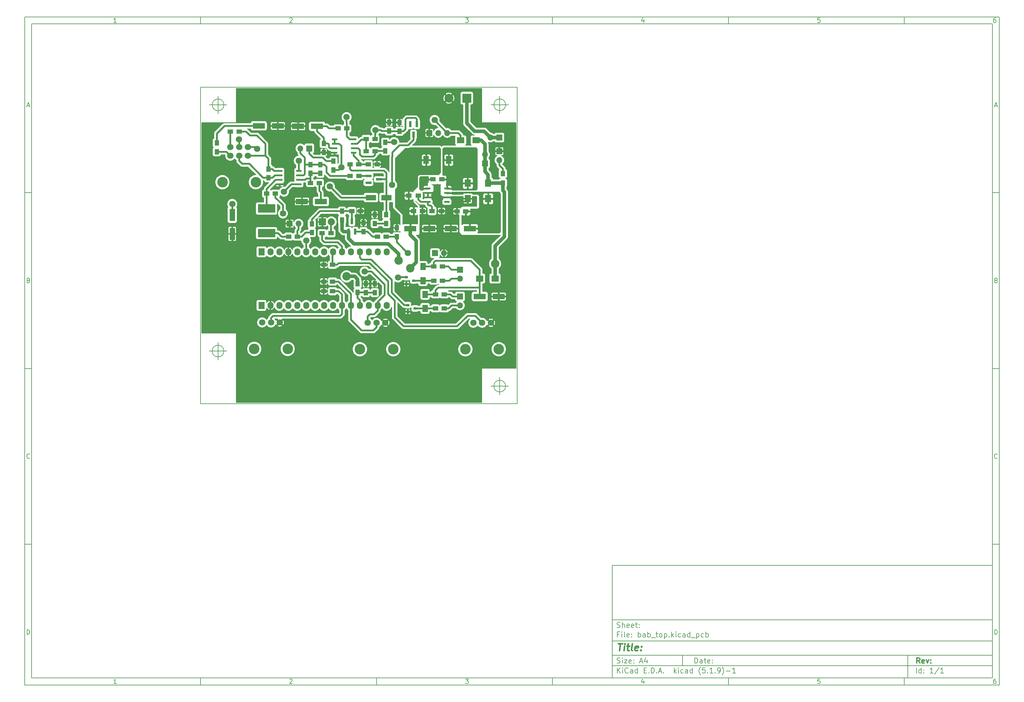
<source format=gbr>
G04 #@! TF.GenerationSoftware,KiCad,Pcbnew,(5.1.9)-1*
G04 #@! TF.CreationDate,2021-04-11T12:34:00+02:00*
G04 #@! TF.ProjectId,bab_top,6261625f-746f-4702-9e6b-696361645f70,rev?*
G04 #@! TF.SameCoordinates,Original*
G04 #@! TF.FileFunction,Copper,L1,Top*
G04 #@! TF.FilePolarity,Positive*
%FSLAX46Y46*%
G04 Gerber Fmt 4.6, Leading zero omitted, Abs format (unit mm)*
G04 Created by KiCad (PCBNEW (5.1.9)-1) date 2021-04-11 12:34:00*
%MOMM*%
%LPD*%
G01*
G04 APERTURE LIST*
%ADD10C,0.100000*%
%ADD11C,0.150000*%
%ADD12C,0.300000*%
%ADD13C,0.400000*%
G04 #@! TA.AperFunction,Profile*
%ADD14C,0.150000*%
G04 #@! TD*
G04 #@! TA.AperFunction,SMDPad,CuDef*
%ADD15R,3.500000X1.600000*%
G04 #@! TD*
G04 #@! TA.AperFunction,ComponentPad*
%ADD16R,1.727200X2.032000*%
G04 #@! TD*
G04 #@! TA.AperFunction,ComponentPad*
%ADD17O,1.727200X2.032000*%
G04 #@! TD*
G04 #@! TA.AperFunction,ComponentPad*
%ADD18R,2.540000X2.540000*%
G04 #@! TD*
G04 #@! TA.AperFunction,ComponentPad*
%ADD19C,2.540000*%
G04 #@! TD*
G04 #@! TA.AperFunction,SMDPad,CuDef*
%ADD20R,2.100580X1.800860*%
G04 #@! TD*
G04 #@! TA.AperFunction,ComponentPad*
%ADD21C,1.800000*%
G04 #@! TD*
G04 #@! TA.AperFunction,WasherPad*
%ADD22C,3.000000*%
G04 #@! TD*
G04 #@! TA.AperFunction,SMDPad,CuDef*
%ADD23R,1.500000X1.250000*%
G04 #@! TD*
G04 #@! TA.AperFunction,SMDPad,CuDef*
%ADD24R,1.250000X1.500000*%
G04 #@! TD*
G04 #@! TA.AperFunction,SMDPad,CuDef*
%ADD25R,5.000000X2.400000*%
G04 #@! TD*
G04 #@! TA.AperFunction,SMDPad,CuDef*
%ADD26R,1.500000X2.200000*%
G04 #@! TD*
G04 #@! TA.AperFunction,SMDPad,CuDef*
%ADD27R,1.550000X0.600000*%
G04 #@! TD*
G04 #@! TA.AperFunction,SMDPad,CuDef*
%ADD28R,1.300000X1.500000*%
G04 #@! TD*
G04 #@! TA.AperFunction,ComponentPad*
%ADD29R,2.032000X2.032000*%
G04 #@! TD*
G04 #@! TA.AperFunction,ComponentPad*
%ADD30O,2.032000X2.032000*%
G04 #@! TD*
G04 #@! TA.AperFunction,SMDPad,CuDef*
%ADD31R,0.800100X1.800860*%
G04 #@! TD*
G04 #@! TA.AperFunction,SMDPad,CuDef*
%ADD32R,1.800860X0.800100*%
G04 #@! TD*
G04 #@! TA.AperFunction,ComponentPad*
%ADD33R,1.700000X1.700000*%
G04 #@! TD*
G04 #@! TA.AperFunction,ComponentPad*
%ADD34O,1.700000X1.700000*%
G04 #@! TD*
G04 #@! TA.AperFunction,SMDPad,CuDef*
%ADD35R,1.600000X2.000000*%
G04 #@! TD*
G04 #@! TA.AperFunction,SMDPad,CuDef*
%ADD36R,0.900000X0.800000*%
G04 #@! TD*
G04 #@! TA.AperFunction,SMDPad,CuDef*
%ADD37R,1.600000X3.500000*%
G04 #@! TD*
G04 #@! TA.AperFunction,SMDPad,CuDef*
%ADD38R,3.000000X1.600000*%
G04 #@! TD*
G04 #@! TA.AperFunction,SMDPad,CuDef*
%ADD39R,1.800860X2.100580*%
G04 #@! TD*
G04 #@! TA.AperFunction,SMDPad,CuDef*
%ADD40R,1.500000X1.300000*%
G04 #@! TD*
G04 #@! TA.AperFunction,ViaPad*
%ADD41C,1.800000*%
G04 #@! TD*
G04 #@! TA.AperFunction,ViaPad*
%ADD42C,2.400000*%
G04 #@! TD*
G04 #@! TA.AperFunction,Conductor*
%ADD43C,0.500000*%
G04 #@! TD*
G04 #@! TA.AperFunction,Conductor*
%ADD44C,1.000000*%
G04 #@! TD*
G04 #@! TA.AperFunction,Conductor*
%ADD45C,0.254000*%
G04 #@! TD*
G04 #@! TA.AperFunction,Conductor*
%ADD46C,0.100000*%
G04 #@! TD*
G04 #@! TA.AperFunction,Conductor*
%ADD47C,0.200000*%
G04 #@! TD*
G04 APERTURE END LIST*
D10*
D11*
X177002200Y-166007200D02*
X177002200Y-198007200D01*
X285002200Y-198007200D01*
X285002200Y-166007200D01*
X177002200Y-166007200D01*
D10*
D11*
X10000000Y-10000000D02*
X10000000Y-200007200D01*
X287002200Y-200007200D01*
X287002200Y-10000000D01*
X10000000Y-10000000D01*
D10*
D11*
X12000000Y-12000000D02*
X12000000Y-198007200D01*
X285002200Y-198007200D01*
X285002200Y-12000000D01*
X12000000Y-12000000D01*
D10*
D11*
X60000000Y-12000000D02*
X60000000Y-10000000D01*
D10*
D11*
X110000000Y-12000000D02*
X110000000Y-10000000D01*
D10*
D11*
X160000000Y-12000000D02*
X160000000Y-10000000D01*
D10*
D11*
X210000000Y-12000000D02*
X210000000Y-10000000D01*
D10*
D11*
X260000000Y-12000000D02*
X260000000Y-10000000D01*
D10*
D11*
X36065476Y-11588095D02*
X35322619Y-11588095D01*
X35694047Y-11588095D02*
X35694047Y-10288095D01*
X35570238Y-10473809D01*
X35446428Y-10597619D01*
X35322619Y-10659523D01*
D10*
D11*
X85322619Y-10411904D02*
X85384523Y-10350000D01*
X85508333Y-10288095D01*
X85817857Y-10288095D01*
X85941666Y-10350000D01*
X86003571Y-10411904D01*
X86065476Y-10535714D01*
X86065476Y-10659523D01*
X86003571Y-10845238D01*
X85260714Y-11588095D01*
X86065476Y-11588095D01*
D10*
D11*
X135260714Y-10288095D02*
X136065476Y-10288095D01*
X135632142Y-10783333D01*
X135817857Y-10783333D01*
X135941666Y-10845238D01*
X136003571Y-10907142D01*
X136065476Y-11030952D01*
X136065476Y-11340476D01*
X136003571Y-11464285D01*
X135941666Y-11526190D01*
X135817857Y-11588095D01*
X135446428Y-11588095D01*
X135322619Y-11526190D01*
X135260714Y-11464285D01*
D10*
D11*
X185941666Y-10721428D02*
X185941666Y-11588095D01*
X185632142Y-10226190D02*
X185322619Y-11154761D01*
X186127380Y-11154761D01*
D10*
D11*
X236003571Y-10288095D02*
X235384523Y-10288095D01*
X235322619Y-10907142D01*
X235384523Y-10845238D01*
X235508333Y-10783333D01*
X235817857Y-10783333D01*
X235941666Y-10845238D01*
X236003571Y-10907142D01*
X236065476Y-11030952D01*
X236065476Y-11340476D01*
X236003571Y-11464285D01*
X235941666Y-11526190D01*
X235817857Y-11588095D01*
X235508333Y-11588095D01*
X235384523Y-11526190D01*
X235322619Y-11464285D01*
D10*
D11*
X285941666Y-10288095D02*
X285694047Y-10288095D01*
X285570238Y-10350000D01*
X285508333Y-10411904D01*
X285384523Y-10597619D01*
X285322619Y-10845238D01*
X285322619Y-11340476D01*
X285384523Y-11464285D01*
X285446428Y-11526190D01*
X285570238Y-11588095D01*
X285817857Y-11588095D01*
X285941666Y-11526190D01*
X286003571Y-11464285D01*
X286065476Y-11340476D01*
X286065476Y-11030952D01*
X286003571Y-10907142D01*
X285941666Y-10845238D01*
X285817857Y-10783333D01*
X285570238Y-10783333D01*
X285446428Y-10845238D01*
X285384523Y-10907142D01*
X285322619Y-11030952D01*
D10*
D11*
X60000000Y-198007200D02*
X60000000Y-200007200D01*
D10*
D11*
X110000000Y-198007200D02*
X110000000Y-200007200D01*
D10*
D11*
X160000000Y-198007200D02*
X160000000Y-200007200D01*
D10*
D11*
X210000000Y-198007200D02*
X210000000Y-200007200D01*
D10*
D11*
X260000000Y-198007200D02*
X260000000Y-200007200D01*
D10*
D11*
X36065476Y-199595295D02*
X35322619Y-199595295D01*
X35694047Y-199595295D02*
X35694047Y-198295295D01*
X35570238Y-198481009D01*
X35446428Y-198604819D01*
X35322619Y-198666723D01*
D10*
D11*
X85322619Y-198419104D02*
X85384523Y-198357200D01*
X85508333Y-198295295D01*
X85817857Y-198295295D01*
X85941666Y-198357200D01*
X86003571Y-198419104D01*
X86065476Y-198542914D01*
X86065476Y-198666723D01*
X86003571Y-198852438D01*
X85260714Y-199595295D01*
X86065476Y-199595295D01*
D10*
D11*
X135260714Y-198295295D02*
X136065476Y-198295295D01*
X135632142Y-198790533D01*
X135817857Y-198790533D01*
X135941666Y-198852438D01*
X136003571Y-198914342D01*
X136065476Y-199038152D01*
X136065476Y-199347676D01*
X136003571Y-199471485D01*
X135941666Y-199533390D01*
X135817857Y-199595295D01*
X135446428Y-199595295D01*
X135322619Y-199533390D01*
X135260714Y-199471485D01*
D10*
D11*
X185941666Y-198728628D02*
X185941666Y-199595295D01*
X185632142Y-198233390D02*
X185322619Y-199161961D01*
X186127380Y-199161961D01*
D10*
D11*
X236003571Y-198295295D02*
X235384523Y-198295295D01*
X235322619Y-198914342D01*
X235384523Y-198852438D01*
X235508333Y-198790533D01*
X235817857Y-198790533D01*
X235941666Y-198852438D01*
X236003571Y-198914342D01*
X236065476Y-199038152D01*
X236065476Y-199347676D01*
X236003571Y-199471485D01*
X235941666Y-199533390D01*
X235817857Y-199595295D01*
X235508333Y-199595295D01*
X235384523Y-199533390D01*
X235322619Y-199471485D01*
D10*
D11*
X285941666Y-198295295D02*
X285694047Y-198295295D01*
X285570238Y-198357200D01*
X285508333Y-198419104D01*
X285384523Y-198604819D01*
X285322619Y-198852438D01*
X285322619Y-199347676D01*
X285384523Y-199471485D01*
X285446428Y-199533390D01*
X285570238Y-199595295D01*
X285817857Y-199595295D01*
X285941666Y-199533390D01*
X286003571Y-199471485D01*
X286065476Y-199347676D01*
X286065476Y-199038152D01*
X286003571Y-198914342D01*
X285941666Y-198852438D01*
X285817857Y-198790533D01*
X285570238Y-198790533D01*
X285446428Y-198852438D01*
X285384523Y-198914342D01*
X285322619Y-199038152D01*
D10*
D11*
X10000000Y-60000000D02*
X12000000Y-60000000D01*
D10*
D11*
X10000000Y-110000000D02*
X12000000Y-110000000D01*
D10*
D11*
X10000000Y-160000000D02*
X12000000Y-160000000D01*
D10*
D11*
X10690476Y-35216666D02*
X11309523Y-35216666D01*
X10566666Y-35588095D02*
X11000000Y-34288095D01*
X11433333Y-35588095D01*
D10*
D11*
X11092857Y-84907142D02*
X11278571Y-84969047D01*
X11340476Y-85030952D01*
X11402380Y-85154761D01*
X11402380Y-85340476D01*
X11340476Y-85464285D01*
X11278571Y-85526190D01*
X11154761Y-85588095D01*
X10659523Y-85588095D01*
X10659523Y-84288095D01*
X11092857Y-84288095D01*
X11216666Y-84350000D01*
X11278571Y-84411904D01*
X11340476Y-84535714D01*
X11340476Y-84659523D01*
X11278571Y-84783333D01*
X11216666Y-84845238D01*
X11092857Y-84907142D01*
X10659523Y-84907142D01*
D10*
D11*
X11402380Y-135464285D02*
X11340476Y-135526190D01*
X11154761Y-135588095D01*
X11030952Y-135588095D01*
X10845238Y-135526190D01*
X10721428Y-135402380D01*
X10659523Y-135278571D01*
X10597619Y-135030952D01*
X10597619Y-134845238D01*
X10659523Y-134597619D01*
X10721428Y-134473809D01*
X10845238Y-134350000D01*
X11030952Y-134288095D01*
X11154761Y-134288095D01*
X11340476Y-134350000D01*
X11402380Y-134411904D01*
D10*
D11*
X10659523Y-185588095D02*
X10659523Y-184288095D01*
X10969047Y-184288095D01*
X11154761Y-184350000D01*
X11278571Y-184473809D01*
X11340476Y-184597619D01*
X11402380Y-184845238D01*
X11402380Y-185030952D01*
X11340476Y-185278571D01*
X11278571Y-185402380D01*
X11154761Y-185526190D01*
X10969047Y-185588095D01*
X10659523Y-185588095D01*
D10*
D11*
X287002200Y-60000000D02*
X285002200Y-60000000D01*
D10*
D11*
X287002200Y-110000000D02*
X285002200Y-110000000D01*
D10*
D11*
X287002200Y-160000000D02*
X285002200Y-160000000D01*
D10*
D11*
X285692676Y-35216666D02*
X286311723Y-35216666D01*
X285568866Y-35588095D02*
X286002200Y-34288095D01*
X286435533Y-35588095D01*
D10*
D11*
X286095057Y-84907142D02*
X286280771Y-84969047D01*
X286342676Y-85030952D01*
X286404580Y-85154761D01*
X286404580Y-85340476D01*
X286342676Y-85464285D01*
X286280771Y-85526190D01*
X286156961Y-85588095D01*
X285661723Y-85588095D01*
X285661723Y-84288095D01*
X286095057Y-84288095D01*
X286218866Y-84350000D01*
X286280771Y-84411904D01*
X286342676Y-84535714D01*
X286342676Y-84659523D01*
X286280771Y-84783333D01*
X286218866Y-84845238D01*
X286095057Y-84907142D01*
X285661723Y-84907142D01*
D10*
D11*
X286404580Y-135464285D02*
X286342676Y-135526190D01*
X286156961Y-135588095D01*
X286033152Y-135588095D01*
X285847438Y-135526190D01*
X285723628Y-135402380D01*
X285661723Y-135278571D01*
X285599819Y-135030952D01*
X285599819Y-134845238D01*
X285661723Y-134597619D01*
X285723628Y-134473809D01*
X285847438Y-134350000D01*
X286033152Y-134288095D01*
X286156961Y-134288095D01*
X286342676Y-134350000D01*
X286404580Y-134411904D01*
D10*
D11*
X285661723Y-185588095D02*
X285661723Y-184288095D01*
X285971247Y-184288095D01*
X286156961Y-184350000D01*
X286280771Y-184473809D01*
X286342676Y-184597619D01*
X286404580Y-184845238D01*
X286404580Y-185030952D01*
X286342676Y-185278571D01*
X286280771Y-185402380D01*
X286156961Y-185526190D01*
X285971247Y-185588095D01*
X285661723Y-185588095D01*
D10*
D11*
X200434342Y-193785771D02*
X200434342Y-192285771D01*
X200791485Y-192285771D01*
X201005771Y-192357200D01*
X201148628Y-192500057D01*
X201220057Y-192642914D01*
X201291485Y-192928628D01*
X201291485Y-193142914D01*
X201220057Y-193428628D01*
X201148628Y-193571485D01*
X201005771Y-193714342D01*
X200791485Y-193785771D01*
X200434342Y-193785771D01*
X202577200Y-193785771D02*
X202577200Y-193000057D01*
X202505771Y-192857200D01*
X202362914Y-192785771D01*
X202077200Y-192785771D01*
X201934342Y-192857200D01*
X202577200Y-193714342D02*
X202434342Y-193785771D01*
X202077200Y-193785771D01*
X201934342Y-193714342D01*
X201862914Y-193571485D01*
X201862914Y-193428628D01*
X201934342Y-193285771D01*
X202077200Y-193214342D01*
X202434342Y-193214342D01*
X202577200Y-193142914D01*
X203077200Y-192785771D02*
X203648628Y-192785771D01*
X203291485Y-192285771D02*
X203291485Y-193571485D01*
X203362914Y-193714342D01*
X203505771Y-193785771D01*
X203648628Y-193785771D01*
X204720057Y-193714342D02*
X204577200Y-193785771D01*
X204291485Y-193785771D01*
X204148628Y-193714342D01*
X204077200Y-193571485D01*
X204077200Y-193000057D01*
X204148628Y-192857200D01*
X204291485Y-192785771D01*
X204577200Y-192785771D01*
X204720057Y-192857200D01*
X204791485Y-193000057D01*
X204791485Y-193142914D01*
X204077200Y-193285771D01*
X205434342Y-193642914D02*
X205505771Y-193714342D01*
X205434342Y-193785771D01*
X205362914Y-193714342D01*
X205434342Y-193642914D01*
X205434342Y-193785771D01*
X205434342Y-192857200D02*
X205505771Y-192928628D01*
X205434342Y-193000057D01*
X205362914Y-192928628D01*
X205434342Y-192857200D01*
X205434342Y-193000057D01*
D10*
D11*
X177002200Y-194507200D02*
X285002200Y-194507200D01*
D10*
D11*
X178434342Y-196585771D02*
X178434342Y-195085771D01*
X179291485Y-196585771D02*
X178648628Y-195728628D01*
X179291485Y-195085771D02*
X178434342Y-195942914D01*
X179934342Y-196585771D02*
X179934342Y-195585771D01*
X179934342Y-195085771D02*
X179862914Y-195157200D01*
X179934342Y-195228628D01*
X180005771Y-195157200D01*
X179934342Y-195085771D01*
X179934342Y-195228628D01*
X181505771Y-196442914D02*
X181434342Y-196514342D01*
X181220057Y-196585771D01*
X181077200Y-196585771D01*
X180862914Y-196514342D01*
X180720057Y-196371485D01*
X180648628Y-196228628D01*
X180577200Y-195942914D01*
X180577200Y-195728628D01*
X180648628Y-195442914D01*
X180720057Y-195300057D01*
X180862914Y-195157200D01*
X181077200Y-195085771D01*
X181220057Y-195085771D01*
X181434342Y-195157200D01*
X181505771Y-195228628D01*
X182791485Y-196585771D02*
X182791485Y-195800057D01*
X182720057Y-195657200D01*
X182577200Y-195585771D01*
X182291485Y-195585771D01*
X182148628Y-195657200D01*
X182791485Y-196514342D02*
X182648628Y-196585771D01*
X182291485Y-196585771D01*
X182148628Y-196514342D01*
X182077200Y-196371485D01*
X182077200Y-196228628D01*
X182148628Y-196085771D01*
X182291485Y-196014342D01*
X182648628Y-196014342D01*
X182791485Y-195942914D01*
X184148628Y-196585771D02*
X184148628Y-195085771D01*
X184148628Y-196514342D02*
X184005771Y-196585771D01*
X183720057Y-196585771D01*
X183577200Y-196514342D01*
X183505771Y-196442914D01*
X183434342Y-196300057D01*
X183434342Y-195871485D01*
X183505771Y-195728628D01*
X183577200Y-195657200D01*
X183720057Y-195585771D01*
X184005771Y-195585771D01*
X184148628Y-195657200D01*
X186005771Y-195800057D02*
X186505771Y-195800057D01*
X186720057Y-196585771D02*
X186005771Y-196585771D01*
X186005771Y-195085771D01*
X186720057Y-195085771D01*
X187362914Y-196442914D02*
X187434342Y-196514342D01*
X187362914Y-196585771D01*
X187291485Y-196514342D01*
X187362914Y-196442914D01*
X187362914Y-196585771D01*
X188077200Y-196585771D02*
X188077200Y-195085771D01*
X188434342Y-195085771D01*
X188648628Y-195157200D01*
X188791485Y-195300057D01*
X188862914Y-195442914D01*
X188934342Y-195728628D01*
X188934342Y-195942914D01*
X188862914Y-196228628D01*
X188791485Y-196371485D01*
X188648628Y-196514342D01*
X188434342Y-196585771D01*
X188077200Y-196585771D01*
X189577200Y-196442914D02*
X189648628Y-196514342D01*
X189577200Y-196585771D01*
X189505771Y-196514342D01*
X189577200Y-196442914D01*
X189577200Y-196585771D01*
X190220057Y-196157200D02*
X190934342Y-196157200D01*
X190077200Y-196585771D02*
X190577200Y-195085771D01*
X191077200Y-196585771D01*
X191577200Y-196442914D02*
X191648628Y-196514342D01*
X191577200Y-196585771D01*
X191505771Y-196514342D01*
X191577200Y-196442914D01*
X191577200Y-196585771D01*
X194577200Y-196585771D02*
X194577200Y-195085771D01*
X194720057Y-196014342D02*
X195148628Y-196585771D01*
X195148628Y-195585771D02*
X194577200Y-196157200D01*
X195791485Y-196585771D02*
X195791485Y-195585771D01*
X195791485Y-195085771D02*
X195720057Y-195157200D01*
X195791485Y-195228628D01*
X195862914Y-195157200D01*
X195791485Y-195085771D01*
X195791485Y-195228628D01*
X197148628Y-196514342D02*
X197005771Y-196585771D01*
X196720057Y-196585771D01*
X196577200Y-196514342D01*
X196505771Y-196442914D01*
X196434342Y-196300057D01*
X196434342Y-195871485D01*
X196505771Y-195728628D01*
X196577200Y-195657200D01*
X196720057Y-195585771D01*
X197005771Y-195585771D01*
X197148628Y-195657200D01*
X198434342Y-196585771D02*
X198434342Y-195800057D01*
X198362914Y-195657200D01*
X198220057Y-195585771D01*
X197934342Y-195585771D01*
X197791485Y-195657200D01*
X198434342Y-196514342D02*
X198291485Y-196585771D01*
X197934342Y-196585771D01*
X197791485Y-196514342D01*
X197720057Y-196371485D01*
X197720057Y-196228628D01*
X197791485Y-196085771D01*
X197934342Y-196014342D01*
X198291485Y-196014342D01*
X198434342Y-195942914D01*
X199791485Y-196585771D02*
X199791485Y-195085771D01*
X199791485Y-196514342D02*
X199648628Y-196585771D01*
X199362914Y-196585771D01*
X199220057Y-196514342D01*
X199148628Y-196442914D01*
X199077200Y-196300057D01*
X199077200Y-195871485D01*
X199148628Y-195728628D01*
X199220057Y-195657200D01*
X199362914Y-195585771D01*
X199648628Y-195585771D01*
X199791485Y-195657200D01*
X202077200Y-197157200D02*
X202005771Y-197085771D01*
X201862914Y-196871485D01*
X201791485Y-196728628D01*
X201720057Y-196514342D01*
X201648628Y-196157200D01*
X201648628Y-195871485D01*
X201720057Y-195514342D01*
X201791485Y-195300057D01*
X201862914Y-195157200D01*
X202005771Y-194942914D01*
X202077200Y-194871485D01*
X203362914Y-195085771D02*
X202648628Y-195085771D01*
X202577200Y-195800057D01*
X202648628Y-195728628D01*
X202791485Y-195657200D01*
X203148628Y-195657200D01*
X203291485Y-195728628D01*
X203362914Y-195800057D01*
X203434342Y-195942914D01*
X203434342Y-196300057D01*
X203362914Y-196442914D01*
X203291485Y-196514342D01*
X203148628Y-196585771D01*
X202791485Y-196585771D01*
X202648628Y-196514342D01*
X202577200Y-196442914D01*
X204077200Y-196442914D02*
X204148628Y-196514342D01*
X204077200Y-196585771D01*
X204005771Y-196514342D01*
X204077200Y-196442914D01*
X204077200Y-196585771D01*
X205577200Y-196585771D02*
X204720057Y-196585771D01*
X205148628Y-196585771D02*
X205148628Y-195085771D01*
X205005771Y-195300057D01*
X204862914Y-195442914D01*
X204720057Y-195514342D01*
X206220057Y-196442914D02*
X206291485Y-196514342D01*
X206220057Y-196585771D01*
X206148628Y-196514342D01*
X206220057Y-196442914D01*
X206220057Y-196585771D01*
X207005771Y-196585771D02*
X207291485Y-196585771D01*
X207434342Y-196514342D01*
X207505771Y-196442914D01*
X207648628Y-196228628D01*
X207720057Y-195942914D01*
X207720057Y-195371485D01*
X207648628Y-195228628D01*
X207577200Y-195157200D01*
X207434342Y-195085771D01*
X207148628Y-195085771D01*
X207005771Y-195157200D01*
X206934342Y-195228628D01*
X206862914Y-195371485D01*
X206862914Y-195728628D01*
X206934342Y-195871485D01*
X207005771Y-195942914D01*
X207148628Y-196014342D01*
X207434342Y-196014342D01*
X207577200Y-195942914D01*
X207648628Y-195871485D01*
X207720057Y-195728628D01*
X208220057Y-197157200D02*
X208291485Y-197085771D01*
X208434342Y-196871485D01*
X208505771Y-196728628D01*
X208577200Y-196514342D01*
X208648628Y-196157200D01*
X208648628Y-195871485D01*
X208577200Y-195514342D01*
X208505771Y-195300057D01*
X208434342Y-195157200D01*
X208291485Y-194942914D01*
X208220057Y-194871485D01*
X209362914Y-196014342D02*
X210505771Y-196014342D01*
X212005771Y-196585771D02*
X211148628Y-196585771D01*
X211577200Y-196585771D02*
X211577200Y-195085771D01*
X211434342Y-195300057D01*
X211291485Y-195442914D01*
X211148628Y-195514342D01*
D10*
D11*
X177002200Y-191507200D02*
X285002200Y-191507200D01*
D10*
D12*
X264411485Y-193785771D02*
X263911485Y-193071485D01*
X263554342Y-193785771D02*
X263554342Y-192285771D01*
X264125771Y-192285771D01*
X264268628Y-192357200D01*
X264340057Y-192428628D01*
X264411485Y-192571485D01*
X264411485Y-192785771D01*
X264340057Y-192928628D01*
X264268628Y-193000057D01*
X264125771Y-193071485D01*
X263554342Y-193071485D01*
X265625771Y-193714342D02*
X265482914Y-193785771D01*
X265197200Y-193785771D01*
X265054342Y-193714342D01*
X264982914Y-193571485D01*
X264982914Y-193000057D01*
X265054342Y-192857200D01*
X265197200Y-192785771D01*
X265482914Y-192785771D01*
X265625771Y-192857200D01*
X265697200Y-193000057D01*
X265697200Y-193142914D01*
X264982914Y-193285771D01*
X266197200Y-192785771D02*
X266554342Y-193785771D01*
X266911485Y-192785771D01*
X267482914Y-193642914D02*
X267554342Y-193714342D01*
X267482914Y-193785771D01*
X267411485Y-193714342D01*
X267482914Y-193642914D01*
X267482914Y-193785771D01*
X267482914Y-192857200D02*
X267554342Y-192928628D01*
X267482914Y-193000057D01*
X267411485Y-192928628D01*
X267482914Y-192857200D01*
X267482914Y-193000057D01*
D10*
D11*
X178362914Y-193714342D02*
X178577200Y-193785771D01*
X178934342Y-193785771D01*
X179077200Y-193714342D01*
X179148628Y-193642914D01*
X179220057Y-193500057D01*
X179220057Y-193357200D01*
X179148628Y-193214342D01*
X179077200Y-193142914D01*
X178934342Y-193071485D01*
X178648628Y-193000057D01*
X178505771Y-192928628D01*
X178434342Y-192857200D01*
X178362914Y-192714342D01*
X178362914Y-192571485D01*
X178434342Y-192428628D01*
X178505771Y-192357200D01*
X178648628Y-192285771D01*
X179005771Y-192285771D01*
X179220057Y-192357200D01*
X179862914Y-193785771D02*
X179862914Y-192785771D01*
X179862914Y-192285771D02*
X179791485Y-192357200D01*
X179862914Y-192428628D01*
X179934342Y-192357200D01*
X179862914Y-192285771D01*
X179862914Y-192428628D01*
X180434342Y-192785771D02*
X181220057Y-192785771D01*
X180434342Y-193785771D01*
X181220057Y-193785771D01*
X182362914Y-193714342D02*
X182220057Y-193785771D01*
X181934342Y-193785771D01*
X181791485Y-193714342D01*
X181720057Y-193571485D01*
X181720057Y-193000057D01*
X181791485Y-192857200D01*
X181934342Y-192785771D01*
X182220057Y-192785771D01*
X182362914Y-192857200D01*
X182434342Y-193000057D01*
X182434342Y-193142914D01*
X181720057Y-193285771D01*
X183077200Y-193642914D02*
X183148628Y-193714342D01*
X183077200Y-193785771D01*
X183005771Y-193714342D01*
X183077200Y-193642914D01*
X183077200Y-193785771D01*
X183077200Y-192857200D02*
X183148628Y-192928628D01*
X183077200Y-193000057D01*
X183005771Y-192928628D01*
X183077200Y-192857200D01*
X183077200Y-193000057D01*
X184862914Y-193357200D02*
X185577200Y-193357200D01*
X184720057Y-193785771D02*
X185220057Y-192285771D01*
X185720057Y-193785771D01*
X186862914Y-192785771D02*
X186862914Y-193785771D01*
X186505771Y-192214342D02*
X186148628Y-193285771D01*
X187077200Y-193285771D01*
D10*
D11*
X263434342Y-196585771D02*
X263434342Y-195085771D01*
X264791485Y-196585771D02*
X264791485Y-195085771D01*
X264791485Y-196514342D02*
X264648628Y-196585771D01*
X264362914Y-196585771D01*
X264220057Y-196514342D01*
X264148628Y-196442914D01*
X264077200Y-196300057D01*
X264077200Y-195871485D01*
X264148628Y-195728628D01*
X264220057Y-195657200D01*
X264362914Y-195585771D01*
X264648628Y-195585771D01*
X264791485Y-195657200D01*
X265505771Y-196442914D02*
X265577200Y-196514342D01*
X265505771Y-196585771D01*
X265434342Y-196514342D01*
X265505771Y-196442914D01*
X265505771Y-196585771D01*
X265505771Y-195657200D02*
X265577200Y-195728628D01*
X265505771Y-195800057D01*
X265434342Y-195728628D01*
X265505771Y-195657200D01*
X265505771Y-195800057D01*
X268148628Y-196585771D02*
X267291485Y-196585771D01*
X267720057Y-196585771D02*
X267720057Y-195085771D01*
X267577200Y-195300057D01*
X267434342Y-195442914D01*
X267291485Y-195514342D01*
X269862914Y-195014342D02*
X268577200Y-196942914D01*
X271148628Y-196585771D02*
X270291485Y-196585771D01*
X270720057Y-196585771D02*
X270720057Y-195085771D01*
X270577200Y-195300057D01*
X270434342Y-195442914D01*
X270291485Y-195514342D01*
D10*
D11*
X177002200Y-187507200D02*
X285002200Y-187507200D01*
D10*
D13*
X178714580Y-188211961D02*
X179857438Y-188211961D01*
X179036009Y-190211961D02*
X179286009Y-188211961D01*
X180274104Y-190211961D02*
X180440771Y-188878628D01*
X180524104Y-188211961D02*
X180416961Y-188307200D01*
X180500295Y-188402438D01*
X180607438Y-188307200D01*
X180524104Y-188211961D01*
X180500295Y-188402438D01*
X181107438Y-188878628D02*
X181869342Y-188878628D01*
X181476485Y-188211961D02*
X181262200Y-189926247D01*
X181333628Y-190116723D01*
X181512200Y-190211961D01*
X181702676Y-190211961D01*
X182655057Y-190211961D02*
X182476485Y-190116723D01*
X182405057Y-189926247D01*
X182619342Y-188211961D01*
X184190771Y-190116723D02*
X183988390Y-190211961D01*
X183607438Y-190211961D01*
X183428866Y-190116723D01*
X183357438Y-189926247D01*
X183452676Y-189164342D01*
X183571723Y-188973866D01*
X183774104Y-188878628D01*
X184155057Y-188878628D01*
X184333628Y-188973866D01*
X184405057Y-189164342D01*
X184381247Y-189354819D01*
X183405057Y-189545295D01*
X185155057Y-190021485D02*
X185238390Y-190116723D01*
X185131247Y-190211961D01*
X185047914Y-190116723D01*
X185155057Y-190021485D01*
X185131247Y-190211961D01*
X185286009Y-188973866D02*
X185369342Y-189069104D01*
X185262200Y-189164342D01*
X185178866Y-189069104D01*
X185286009Y-188973866D01*
X185262200Y-189164342D01*
D10*
D11*
X178934342Y-185600057D02*
X178434342Y-185600057D01*
X178434342Y-186385771D02*
X178434342Y-184885771D01*
X179148628Y-184885771D01*
X179720057Y-186385771D02*
X179720057Y-185385771D01*
X179720057Y-184885771D02*
X179648628Y-184957200D01*
X179720057Y-185028628D01*
X179791485Y-184957200D01*
X179720057Y-184885771D01*
X179720057Y-185028628D01*
X180648628Y-186385771D02*
X180505771Y-186314342D01*
X180434342Y-186171485D01*
X180434342Y-184885771D01*
X181791485Y-186314342D02*
X181648628Y-186385771D01*
X181362914Y-186385771D01*
X181220057Y-186314342D01*
X181148628Y-186171485D01*
X181148628Y-185600057D01*
X181220057Y-185457200D01*
X181362914Y-185385771D01*
X181648628Y-185385771D01*
X181791485Y-185457200D01*
X181862914Y-185600057D01*
X181862914Y-185742914D01*
X181148628Y-185885771D01*
X182505771Y-186242914D02*
X182577200Y-186314342D01*
X182505771Y-186385771D01*
X182434342Y-186314342D01*
X182505771Y-186242914D01*
X182505771Y-186385771D01*
X182505771Y-185457200D02*
X182577200Y-185528628D01*
X182505771Y-185600057D01*
X182434342Y-185528628D01*
X182505771Y-185457200D01*
X182505771Y-185600057D01*
X184362914Y-186385771D02*
X184362914Y-184885771D01*
X184362914Y-185457200D02*
X184505771Y-185385771D01*
X184791485Y-185385771D01*
X184934342Y-185457200D01*
X185005771Y-185528628D01*
X185077200Y-185671485D01*
X185077200Y-186100057D01*
X185005771Y-186242914D01*
X184934342Y-186314342D01*
X184791485Y-186385771D01*
X184505771Y-186385771D01*
X184362914Y-186314342D01*
X186362914Y-186385771D02*
X186362914Y-185600057D01*
X186291485Y-185457200D01*
X186148628Y-185385771D01*
X185862914Y-185385771D01*
X185720057Y-185457200D01*
X186362914Y-186314342D02*
X186220057Y-186385771D01*
X185862914Y-186385771D01*
X185720057Y-186314342D01*
X185648628Y-186171485D01*
X185648628Y-186028628D01*
X185720057Y-185885771D01*
X185862914Y-185814342D01*
X186220057Y-185814342D01*
X186362914Y-185742914D01*
X187077200Y-186385771D02*
X187077200Y-184885771D01*
X187077200Y-185457200D02*
X187220057Y-185385771D01*
X187505771Y-185385771D01*
X187648628Y-185457200D01*
X187720057Y-185528628D01*
X187791485Y-185671485D01*
X187791485Y-186100057D01*
X187720057Y-186242914D01*
X187648628Y-186314342D01*
X187505771Y-186385771D01*
X187220057Y-186385771D01*
X187077200Y-186314342D01*
X188077200Y-186528628D02*
X189220057Y-186528628D01*
X189362914Y-185385771D02*
X189934342Y-185385771D01*
X189577200Y-184885771D02*
X189577200Y-186171485D01*
X189648628Y-186314342D01*
X189791485Y-186385771D01*
X189934342Y-186385771D01*
X190648628Y-186385771D02*
X190505771Y-186314342D01*
X190434342Y-186242914D01*
X190362914Y-186100057D01*
X190362914Y-185671485D01*
X190434342Y-185528628D01*
X190505771Y-185457200D01*
X190648628Y-185385771D01*
X190862914Y-185385771D01*
X191005771Y-185457200D01*
X191077200Y-185528628D01*
X191148628Y-185671485D01*
X191148628Y-186100057D01*
X191077200Y-186242914D01*
X191005771Y-186314342D01*
X190862914Y-186385771D01*
X190648628Y-186385771D01*
X191791485Y-185385771D02*
X191791485Y-186885771D01*
X191791485Y-185457200D02*
X191934342Y-185385771D01*
X192220057Y-185385771D01*
X192362914Y-185457200D01*
X192434342Y-185528628D01*
X192505771Y-185671485D01*
X192505771Y-186100057D01*
X192434342Y-186242914D01*
X192362914Y-186314342D01*
X192220057Y-186385771D01*
X191934342Y-186385771D01*
X191791485Y-186314342D01*
X193148628Y-186242914D02*
X193220057Y-186314342D01*
X193148628Y-186385771D01*
X193077200Y-186314342D01*
X193148628Y-186242914D01*
X193148628Y-186385771D01*
X193862914Y-186385771D02*
X193862914Y-184885771D01*
X194005771Y-185814342D02*
X194434342Y-186385771D01*
X194434342Y-185385771D02*
X193862914Y-185957200D01*
X195077200Y-186385771D02*
X195077200Y-185385771D01*
X195077200Y-184885771D02*
X195005771Y-184957200D01*
X195077200Y-185028628D01*
X195148628Y-184957200D01*
X195077200Y-184885771D01*
X195077200Y-185028628D01*
X196434342Y-186314342D02*
X196291485Y-186385771D01*
X196005771Y-186385771D01*
X195862914Y-186314342D01*
X195791485Y-186242914D01*
X195720057Y-186100057D01*
X195720057Y-185671485D01*
X195791485Y-185528628D01*
X195862914Y-185457200D01*
X196005771Y-185385771D01*
X196291485Y-185385771D01*
X196434342Y-185457200D01*
X197720057Y-186385771D02*
X197720057Y-185600057D01*
X197648628Y-185457200D01*
X197505771Y-185385771D01*
X197220057Y-185385771D01*
X197077200Y-185457200D01*
X197720057Y-186314342D02*
X197577200Y-186385771D01*
X197220057Y-186385771D01*
X197077200Y-186314342D01*
X197005771Y-186171485D01*
X197005771Y-186028628D01*
X197077200Y-185885771D01*
X197220057Y-185814342D01*
X197577200Y-185814342D01*
X197720057Y-185742914D01*
X199077200Y-186385771D02*
X199077200Y-184885771D01*
X199077200Y-186314342D02*
X198934342Y-186385771D01*
X198648628Y-186385771D01*
X198505771Y-186314342D01*
X198434342Y-186242914D01*
X198362914Y-186100057D01*
X198362914Y-185671485D01*
X198434342Y-185528628D01*
X198505771Y-185457200D01*
X198648628Y-185385771D01*
X198934342Y-185385771D01*
X199077200Y-185457200D01*
X199434342Y-186528628D02*
X200577200Y-186528628D01*
X200934342Y-185385771D02*
X200934342Y-186885771D01*
X200934342Y-185457200D02*
X201077200Y-185385771D01*
X201362914Y-185385771D01*
X201505771Y-185457200D01*
X201577200Y-185528628D01*
X201648628Y-185671485D01*
X201648628Y-186100057D01*
X201577200Y-186242914D01*
X201505771Y-186314342D01*
X201362914Y-186385771D01*
X201077200Y-186385771D01*
X200934342Y-186314342D01*
X202934342Y-186314342D02*
X202791485Y-186385771D01*
X202505771Y-186385771D01*
X202362914Y-186314342D01*
X202291485Y-186242914D01*
X202220057Y-186100057D01*
X202220057Y-185671485D01*
X202291485Y-185528628D01*
X202362914Y-185457200D01*
X202505771Y-185385771D01*
X202791485Y-185385771D01*
X202934342Y-185457200D01*
X203577200Y-186385771D02*
X203577200Y-184885771D01*
X203577200Y-185457200D02*
X203720057Y-185385771D01*
X204005771Y-185385771D01*
X204148628Y-185457200D01*
X204220057Y-185528628D01*
X204291485Y-185671485D01*
X204291485Y-186100057D01*
X204220057Y-186242914D01*
X204148628Y-186314342D01*
X204005771Y-186385771D01*
X203720057Y-186385771D01*
X203577200Y-186314342D01*
D10*
D11*
X177002200Y-181507200D02*
X285002200Y-181507200D01*
D10*
D11*
X178362914Y-183614342D02*
X178577200Y-183685771D01*
X178934342Y-183685771D01*
X179077200Y-183614342D01*
X179148628Y-183542914D01*
X179220057Y-183400057D01*
X179220057Y-183257200D01*
X179148628Y-183114342D01*
X179077200Y-183042914D01*
X178934342Y-182971485D01*
X178648628Y-182900057D01*
X178505771Y-182828628D01*
X178434342Y-182757200D01*
X178362914Y-182614342D01*
X178362914Y-182471485D01*
X178434342Y-182328628D01*
X178505771Y-182257200D01*
X178648628Y-182185771D01*
X179005771Y-182185771D01*
X179220057Y-182257200D01*
X179862914Y-183685771D02*
X179862914Y-182185771D01*
X180505771Y-183685771D02*
X180505771Y-182900057D01*
X180434342Y-182757200D01*
X180291485Y-182685771D01*
X180077200Y-182685771D01*
X179934342Y-182757200D01*
X179862914Y-182828628D01*
X181791485Y-183614342D02*
X181648628Y-183685771D01*
X181362914Y-183685771D01*
X181220057Y-183614342D01*
X181148628Y-183471485D01*
X181148628Y-182900057D01*
X181220057Y-182757200D01*
X181362914Y-182685771D01*
X181648628Y-182685771D01*
X181791485Y-182757200D01*
X181862914Y-182900057D01*
X181862914Y-183042914D01*
X181148628Y-183185771D01*
X183077200Y-183614342D02*
X182934342Y-183685771D01*
X182648628Y-183685771D01*
X182505771Y-183614342D01*
X182434342Y-183471485D01*
X182434342Y-182900057D01*
X182505771Y-182757200D01*
X182648628Y-182685771D01*
X182934342Y-182685771D01*
X183077200Y-182757200D01*
X183148628Y-182900057D01*
X183148628Y-183042914D01*
X182434342Y-183185771D01*
X183577200Y-182685771D02*
X184148628Y-182685771D01*
X183791485Y-182185771D02*
X183791485Y-183471485D01*
X183862914Y-183614342D01*
X184005771Y-183685771D01*
X184148628Y-183685771D01*
X184648628Y-183542914D02*
X184720057Y-183614342D01*
X184648628Y-183685771D01*
X184577200Y-183614342D01*
X184648628Y-183542914D01*
X184648628Y-183685771D01*
X184648628Y-182757200D02*
X184720057Y-182828628D01*
X184648628Y-182900057D01*
X184577200Y-182828628D01*
X184648628Y-182757200D01*
X184648628Y-182900057D01*
D10*
D11*
X197002200Y-191507200D02*
X197002200Y-194507200D01*
D10*
D11*
X261002200Y-191507200D02*
X261002200Y-198007200D01*
D14*
X150000000Y-30000000D02*
X150000000Y-120000000D01*
X60000000Y-30000000D02*
X60000000Y-120000000D01*
X150000000Y-30000000D02*
X60000000Y-30000000D01*
X60000000Y-120000000D02*
X150000000Y-120000000D01*
X146666666Y-115000000D02*
G75*
G03*
X146666666Y-115000000I-1666666J0D01*
G01*
X142500000Y-115000000D02*
X147500000Y-115000000D01*
X145000000Y-112500000D02*
X145000000Y-117500000D01*
X66633903Y-35008759D02*
G75*
G03*
X66633903Y-35008759I-1666666J0D01*
G01*
X62467237Y-35008759D02*
X67467237Y-35008759D01*
X64967237Y-32508759D02*
X64967237Y-37508759D01*
X66605474Y-105026938D02*
G75*
G03*
X66605474Y-105026938I-1666666J0D01*
G01*
X62438808Y-105026938D02*
X67438808Y-105026938D01*
X64938808Y-102526938D02*
X64938808Y-107526938D01*
X146666666Y-34989010D02*
G75*
G03*
X146666666Y-34989010I-1666666J0D01*
G01*
X142500000Y-34989010D02*
X147500000Y-34989010D01*
X145000000Y-32489010D02*
X145000000Y-37489010D01*
D15*
X94200000Y-62500000D03*
X88800000Y-62500000D03*
D16*
X77300000Y-76800000D03*
D17*
X79840000Y-76800000D03*
X82380000Y-76800000D03*
X84920000Y-76800000D03*
X87460000Y-76800000D03*
X90000000Y-76800000D03*
X92540000Y-76800000D03*
X95080000Y-76800000D03*
X97620000Y-76800000D03*
X100160000Y-76800000D03*
X102700000Y-76800000D03*
X105240000Y-76800000D03*
X107780000Y-76800000D03*
X110320000Y-76800000D03*
X112860000Y-76800000D03*
D16*
X77300000Y-92040000D03*
D17*
X79840000Y-92040000D03*
X82380000Y-92040000D03*
X84920000Y-92040000D03*
X87460000Y-92040000D03*
X90000000Y-92040000D03*
X92540000Y-92040000D03*
X95080000Y-92040000D03*
X97620000Y-92040000D03*
X100160000Y-92040000D03*
X102700000Y-92040000D03*
X105240000Y-92040000D03*
X107780000Y-92040000D03*
X110320000Y-92040000D03*
X112860000Y-92040000D03*
D18*
X135640000Y-33100000D03*
D19*
X130560000Y-33100000D03*
D20*
X139300360Y-84400000D03*
X143699640Y-84400000D03*
D21*
X73450000Y-49500000D03*
X70950000Y-49500000D03*
X68450000Y-49500000D03*
D22*
X75700000Y-57000000D03*
X66200000Y-57000000D03*
D21*
X73450000Y-47000000D03*
X70950000Y-47000000D03*
X68450000Y-47000000D03*
D23*
X97500000Y-80500000D03*
X95000000Y-80500000D03*
D24*
X109473381Y-88417265D03*
X109473381Y-85917265D03*
D25*
X78750000Y-71500000D03*
X78750000Y-64500000D03*
D24*
X79250000Y-53250000D03*
X79250000Y-55750000D03*
X94000000Y-52000000D03*
X94000000Y-54500000D03*
X116500000Y-42550000D03*
X116500000Y-40050000D03*
D23*
X135350000Y-65300000D03*
X132850000Y-65300000D03*
X126050000Y-56200000D03*
X128550000Y-56200000D03*
X120550000Y-65200000D03*
X123050000Y-65200000D03*
D26*
X130500000Y-50700000D03*
X124100000Y-50700000D03*
D24*
X104623381Y-85867265D03*
X104623381Y-88367265D03*
X106973381Y-88417265D03*
X106973381Y-85917265D03*
D23*
X87500000Y-72500000D03*
X85000000Y-72500000D03*
X81250000Y-60250000D03*
X78750000Y-60250000D03*
X101550000Y-41700000D03*
X99050000Y-41700000D03*
D24*
X95000000Y-46000000D03*
X95000000Y-48500000D03*
X64600000Y-48350000D03*
X64600000Y-45850000D03*
D23*
X70950000Y-42600000D03*
X68450000Y-42600000D03*
D24*
X91250000Y-52000000D03*
X91250000Y-54500000D03*
D23*
X91250000Y-57250000D03*
X93750000Y-57250000D03*
X102450000Y-51900000D03*
X104950000Y-51900000D03*
X107650000Y-51900000D03*
X110150000Y-51900000D03*
D24*
X112500000Y-45650000D03*
X112500000Y-48150000D03*
D23*
X107050000Y-48200000D03*
X109550000Y-48200000D03*
X109550000Y-44700000D03*
X107050000Y-44700000D03*
D24*
X113600000Y-42450000D03*
X113600000Y-39950000D03*
D27*
X82500000Y-53795000D03*
X82500000Y-55065000D03*
X82500000Y-56335000D03*
X82500000Y-57605000D03*
X87900000Y-57605000D03*
X87900000Y-56335000D03*
X87900000Y-55065000D03*
X87900000Y-53795000D03*
X98100000Y-44795000D03*
X98100000Y-46065000D03*
X98100000Y-47335000D03*
X98100000Y-48605000D03*
X103500000Y-48605000D03*
X103500000Y-47335000D03*
X103500000Y-46065000D03*
X103500000Y-44795000D03*
X124600000Y-58795000D03*
X124600000Y-60065000D03*
X124600000Y-61335000D03*
X124600000Y-62605000D03*
X130000000Y-62605000D03*
X130000000Y-61335000D03*
X130000000Y-60065000D03*
X130000000Y-58795000D03*
D28*
X145900000Y-57250000D03*
X145900000Y-54550000D03*
D24*
X91600000Y-68850000D03*
X91600000Y-71350000D03*
D23*
X112750000Y-72500000D03*
X110250000Y-72500000D03*
D29*
X94600000Y-68300000D03*
D30*
X97140000Y-68300000D03*
D31*
X102050000Y-71101140D03*
X103950000Y-71101140D03*
X103000000Y-68098860D03*
D23*
X94550000Y-71500000D03*
X97050000Y-71500000D03*
D24*
X100200000Y-67750000D03*
X100200000Y-65250000D03*
D23*
X102950000Y-65200000D03*
X105450000Y-65200000D03*
D24*
X106300000Y-71050000D03*
X106300000Y-68550000D03*
X115750000Y-72500000D03*
X115750000Y-70000000D03*
X97750000Y-53500000D03*
X97750000Y-51000000D03*
X109500000Y-66250000D03*
X109500000Y-68750000D03*
D23*
X97500000Y-85250000D03*
X95000000Y-85250000D03*
X97500000Y-88000000D03*
X95000000Y-88000000D03*
D32*
X107698860Y-55250000D03*
X107698860Y-57150000D03*
X110701140Y-56200000D03*
D31*
X121450000Y-40498860D03*
X119550000Y-40498860D03*
X120500000Y-43501140D03*
D23*
X105000000Y-55250000D03*
X102500000Y-55250000D03*
D24*
X112750000Y-68750000D03*
X112750000Y-66250000D03*
D21*
X142500000Y-97000000D03*
X140000000Y-97000000D03*
X137500000Y-97000000D03*
D22*
X144750000Y-104500000D03*
X135250000Y-104500000D03*
D21*
X112500000Y-97000000D03*
X110000000Y-97000000D03*
X107500000Y-97000000D03*
D22*
X114750000Y-104500000D03*
X105250000Y-104500000D03*
D21*
X82500000Y-96900000D03*
X80000000Y-96900000D03*
X77500000Y-96900000D03*
D22*
X84750000Y-104400000D03*
X75250000Y-104400000D03*
D33*
X125000000Y-43000000D03*
D34*
X127540000Y-43000000D03*
X130080000Y-43000000D03*
D35*
X123800000Y-92900000D03*
X123800000Y-88900000D03*
D23*
X129250000Y-88900000D03*
X126750000Y-88900000D03*
D35*
X123200000Y-81000000D03*
X123200000Y-85000000D03*
D23*
X126250000Y-81000000D03*
X128750000Y-81000000D03*
D15*
X144725001Y-89525001D03*
X139325001Y-89525001D03*
D34*
X133700000Y-92040000D03*
D33*
X133700000Y-89500000D03*
X133700000Y-81900000D03*
D34*
X133700000Y-84440000D03*
D36*
X120900000Y-92900000D03*
X118900000Y-93850000D03*
X118900000Y-91950000D03*
X118500000Y-84050000D03*
X118500000Y-85950000D03*
X120500000Y-85000000D03*
D15*
X81950000Y-41000000D03*
X76550000Y-41000000D03*
D37*
X69000000Y-71700000D03*
X69000000Y-66300000D03*
D38*
X108400000Y-61400000D03*
X112800000Y-61400000D03*
D15*
X93100000Y-41100000D03*
X87700000Y-41100000D03*
X131100000Y-70200000D03*
X136500000Y-70200000D03*
X119600000Y-70200000D03*
X125000000Y-70200000D03*
D34*
X88360000Y-47400000D03*
D33*
X90900000Y-47400000D03*
D39*
X141700000Y-57300360D03*
X141700000Y-61699640D03*
D20*
X133900360Y-45100000D03*
X138299640Y-45100000D03*
D39*
X135900000Y-57300360D03*
X135900000Y-61699640D03*
D34*
X144900000Y-50740000D03*
D33*
X144900000Y-48200000D03*
X85300000Y-68800000D03*
D34*
X87840000Y-68800000D03*
D33*
X140800000Y-51700000D03*
D34*
X140800000Y-49160000D03*
X142360000Y-44300000D03*
D33*
X144900000Y-44300000D03*
X126600000Y-77200000D03*
D34*
X129140000Y-77200000D03*
D23*
X126750000Y-92900000D03*
X129250000Y-92900000D03*
X128750000Y-85000000D03*
X126250000Y-85000000D03*
D40*
X119150000Y-60800000D03*
X121850000Y-60800000D03*
X128450000Y-65200000D03*
X125750000Y-65200000D03*
D41*
X69000000Y-63200000D03*
X76033273Y-47566727D03*
X114450000Y-57800000D03*
X106600000Y-82400000D03*
D42*
X143699640Y-80200360D03*
X116299999Y-79299999D03*
X101500000Y-83800000D03*
D41*
X87900000Y-50900000D03*
X101500000Y-38500000D03*
X126499999Y-39300000D03*
X96750000Y-58235773D03*
X100000000Y-52750000D03*
X83399998Y-65900000D03*
X115000000Y-45600000D03*
X105500000Y-63100000D03*
X67750000Y-75500000D03*
X115750000Y-67350000D03*
X112399988Y-51900000D03*
X118900000Y-96200000D03*
X118500000Y-88400000D03*
X144700000Y-94500000D03*
X111100000Y-39900000D03*
X85000000Y-62500000D03*
X118900002Y-77200000D03*
X109700000Y-42200000D03*
X90000000Y-73600000D03*
X70900000Y-44800000D03*
X83700000Y-59700000D03*
X116100000Y-84100000D03*
D42*
X119600000Y-81500000D03*
D43*
X97500000Y-80500000D02*
X97500000Y-76920000D01*
X97500000Y-76920000D02*
X97620000Y-76800000D01*
X139100001Y-96100001D02*
X140000000Y-97000000D01*
X117700000Y-98000000D02*
X132900000Y-98000000D01*
X138000000Y-95000000D02*
X139100001Y-96100001D01*
X115149999Y-95449999D02*
X117700000Y-98000000D01*
X115149999Y-90664227D02*
X115149999Y-95449999D01*
X135900000Y-95000000D02*
X138000000Y-95000000D01*
X98750000Y-80500000D02*
X99250000Y-80000000D01*
X97500000Y-80500000D02*
X98750000Y-80500000D01*
X99250000Y-80000000D02*
X108099998Y-80000000D01*
X108099998Y-80000000D02*
X113299989Y-85199991D01*
X113299989Y-85199991D02*
X113299989Y-88814218D01*
X132900000Y-98000000D02*
X135900000Y-95000000D01*
X113299989Y-88814218D02*
X115149999Y-90664227D01*
X104623381Y-88367265D02*
X106923381Y-88367265D01*
X106923381Y-88367265D02*
X106973381Y-88417265D01*
X109473381Y-88417265D02*
X106973381Y-88417265D01*
X104623381Y-89907381D02*
X104623381Y-88367265D01*
X105240000Y-92040000D02*
X105240000Y-90524000D01*
X105240000Y-90524000D02*
X104623381Y-89907381D01*
X82000000Y-71500000D02*
X83000000Y-72500000D01*
X83000000Y-72500000D02*
X85000000Y-72500000D01*
X78750000Y-71500000D02*
X82000000Y-71500000D01*
X78750000Y-60250000D02*
X78750000Y-64500000D01*
X78750000Y-61000000D02*
X78750000Y-58929998D01*
X78750000Y-58929998D02*
X81344998Y-56335000D01*
X81344998Y-56335000D02*
X82500000Y-56335000D01*
X78750000Y-64500000D02*
X78750000Y-61000000D01*
X79250000Y-53250000D02*
X79250000Y-50350000D01*
X79250000Y-50350000D02*
X78400000Y-49500000D01*
X79250000Y-53250000D02*
X80375000Y-53250000D01*
X80375000Y-53250000D02*
X80920000Y-53795000D01*
X80920000Y-53795000D02*
X82500000Y-53795000D01*
X73450000Y-49500000D02*
X78400000Y-49500000D01*
X78400000Y-47800000D02*
X78400000Y-49500000D01*
X74000000Y-43700000D02*
X72900000Y-42600000D01*
X72900000Y-42600000D02*
X70950000Y-42600000D01*
X76000000Y-43700000D02*
X74000000Y-43700000D01*
X78400000Y-46100000D02*
X76000000Y-43700000D01*
X78400000Y-47800000D02*
X78400000Y-46100000D01*
X73450000Y-49500000D02*
X76700000Y-49500000D01*
X71800000Y-51800000D02*
X70950000Y-50950000D01*
X70950000Y-50950000D02*
X70950000Y-49500000D01*
X73830002Y-51800000D02*
X71800000Y-51800000D01*
X79250000Y-55750000D02*
X77780002Y-55750000D01*
X77780002Y-55750000D02*
X73830002Y-51800000D01*
X81185000Y-55065000D02*
X80500000Y-55750000D01*
X80500000Y-55750000D02*
X79250000Y-55750000D01*
X82500000Y-55065000D02*
X81185000Y-55065000D01*
X66800000Y-41000000D02*
X64600000Y-43200000D01*
X64600000Y-43200000D02*
X64600000Y-45850000D01*
X66800000Y-41000000D02*
X76550000Y-41000000D01*
X73450000Y-47000000D02*
X75466546Y-47000000D01*
X75466546Y-47000000D02*
X76033273Y-47566727D01*
X69000000Y-66300000D02*
X69000000Y-63200000D01*
X95750000Y-52625000D02*
X95750000Y-54225002D01*
X95750000Y-54225002D02*
X96774998Y-55250000D01*
X94000000Y-52000000D02*
X95125000Y-52000000D01*
X95125000Y-52000000D02*
X95750000Y-52625000D01*
X94000000Y-52000000D02*
X91250000Y-52000000D01*
X89600000Y-54700000D02*
X89600000Y-52000000D01*
X89600000Y-52000000D02*
X89600000Y-51500000D01*
X91250000Y-52000000D02*
X89600000Y-52000000D01*
X89600000Y-51500000D02*
X89600000Y-51000000D01*
X102500000Y-55250000D02*
X96774998Y-55250000D01*
X87900000Y-55065000D02*
X89235000Y-55065000D01*
X89235000Y-55065000D02*
X89600000Y-54700000D01*
X89600000Y-51000000D02*
X89600000Y-50000000D01*
X88360000Y-48760000D02*
X88360000Y-47400000D01*
X89600000Y-50000000D02*
X88360000Y-48760000D01*
X91250000Y-54500000D02*
X91250000Y-56000000D01*
X91250000Y-56000000D02*
X91250000Y-57250000D01*
X89665000Y-56335000D02*
X90000000Y-56000000D01*
X90000000Y-56000000D02*
X91250000Y-56000000D01*
X87900000Y-56335000D02*
X89665000Y-56335000D01*
X94000000Y-54500000D02*
X91250000Y-54500000D01*
X93750000Y-57250000D02*
X93750000Y-59500000D01*
X94200000Y-59950000D02*
X94200000Y-62500000D01*
X93750000Y-59500000D02*
X94200000Y-59950000D01*
X112799640Y-66200360D02*
X112750000Y-66250000D01*
X102450000Y-51900000D02*
X102450000Y-53250000D01*
X102900000Y-53700000D02*
X112100000Y-53700000D01*
X102450000Y-53250000D02*
X102900000Y-53700000D01*
X112100000Y-53700000D02*
X112800000Y-54400000D01*
X110701140Y-56200000D02*
X112800000Y-56200000D01*
X112800000Y-54400000D02*
X112800000Y-56200000D01*
X112800000Y-56200000D02*
X112800000Y-61400000D01*
X112800000Y-66200000D02*
X112750000Y-66250000D01*
X112800000Y-61400000D02*
X112800000Y-66200000D01*
X139700000Y-65300000D02*
X135350000Y-65300000D01*
X135350000Y-65300000D02*
X135350000Y-67150000D01*
X136500000Y-68300000D02*
X136500000Y-70200000D01*
X135350000Y-67150000D02*
X136500000Y-68300000D01*
X141700000Y-63300000D02*
X141700000Y-61699640D01*
X139700000Y-65300000D02*
X141700000Y-63300000D01*
X107500000Y-95200000D02*
X107500000Y-97000000D01*
X108100000Y-94600000D02*
X107500000Y-95200000D01*
X109276000Y-94600000D02*
X108100000Y-94600000D01*
X110320000Y-92040000D02*
X110320000Y-93556000D01*
X110320000Y-93556000D02*
X109276000Y-94600000D01*
X120500000Y-43501140D02*
X120500000Y-45000000D01*
X120500000Y-45000000D02*
X119000000Y-46500000D01*
X116542002Y-46500000D02*
X115500000Y-47542002D01*
X119000000Y-46500000D02*
X116542002Y-46500000D01*
X115500000Y-47542002D02*
X114500000Y-48542002D01*
X114500000Y-48542002D02*
X114500000Y-49800000D01*
X114500000Y-49800000D02*
X114450000Y-49850000D01*
X114450000Y-49850000D02*
X114450000Y-57800000D01*
X112299979Y-89100021D02*
X112299979Y-86099979D01*
X110320000Y-92040000D02*
X110320000Y-91080000D01*
X110320000Y-91080000D02*
X112299979Y-89100021D01*
X112299979Y-86099979D02*
X108600000Y-82400000D01*
X108600000Y-82400000D02*
X106600000Y-82400000D01*
D44*
X141850000Y-57150360D02*
X141700000Y-57300360D01*
X143699640Y-80200360D02*
X143699640Y-84400000D01*
X100649950Y-71101140D02*
X102050000Y-71101140D01*
X100200000Y-70651190D02*
X100649950Y-71101140D01*
X100200000Y-67750000D02*
X100200000Y-70651190D01*
X102050000Y-73001570D02*
X103548430Y-74500000D01*
X102050000Y-71101140D02*
X102050000Y-73001570D01*
X116299999Y-77452057D02*
X116299999Y-79299999D01*
X113347942Y-74500000D02*
X116299999Y-77452057D01*
X103548430Y-74500000D02*
X113347942Y-74500000D01*
X103800000Y-83800000D02*
X101500000Y-83800000D01*
X104623381Y-85867265D02*
X104623381Y-84623381D01*
X104623381Y-84623381D02*
X103800000Y-83800000D01*
X143600790Y-57300000D02*
X145850000Y-57300000D01*
X141700000Y-57300360D02*
X143600430Y-57300360D01*
X143600430Y-57300360D02*
X143600790Y-57300000D01*
X143699640Y-80200360D02*
X143699640Y-75100360D01*
X143699640Y-75100360D02*
X146300000Y-72500000D01*
X146300000Y-72500000D02*
X146300000Y-59800000D01*
X145900000Y-59400000D02*
X145900000Y-57250000D01*
X146300000Y-59800000D02*
X145900000Y-59400000D01*
X138299640Y-45100000D02*
X139700000Y-45100000D01*
X140800000Y-46200000D02*
X140800000Y-49160000D01*
X139700000Y-45100000D02*
X140800000Y-46200000D01*
X140800000Y-49160000D02*
X140800000Y-51700000D01*
X140800000Y-51700000D02*
X140800000Y-54000000D01*
X141700000Y-54900000D02*
X141700000Y-57300360D01*
X140800000Y-54000000D02*
X141700000Y-54900000D01*
D43*
X130180000Y-43100000D02*
X130080000Y-43000000D01*
X130380000Y-43100000D02*
X130180000Y-43300000D01*
X101550000Y-41700000D02*
X101500000Y-38500000D01*
X87900000Y-50900000D02*
X87900000Y-53795000D01*
X101550000Y-41700000D02*
X101550000Y-43950000D01*
X102395000Y-44795000D02*
X103500000Y-44795000D01*
X101550000Y-43950000D02*
X102395000Y-44795000D01*
X103550000Y-44745000D02*
X103500000Y-44795000D01*
X131282081Y-43000000D02*
X130080000Y-43000000D01*
X133200790Y-43000000D02*
X131282081Y-43000000D01*
X133900360Y-43699570D02*
X133200790Y-43000000D01*
X133900360Y-45100000D02*
X133900360Y-43699570D01*
X130080000Y-43000000D02*
X126499999Y-39419999D01*
X126499999Y-39419999D02*
X126499999Y-39300000D01*
X99914227Y-61400000D02*
X96750000Y-58235773D01*
X100000000Y-52750000D02*
X99250000Y-53500000D01*
X99250000Y-53500000D02*
X97750000Y-53500000D01*
X100000000Y-46690000D02*
X100000000Y-52750000D01*
X98100000Y-46065000D02*
X99375000Y-46065000D01*
X99375000Y-46065000D02*
X100000000Y-46690000D01*
X98100000Y-44795000D02*
X98100000Y-46065000D01*
X104700000Y-61400000D02*
X108400000Y-61400000D01*
X99914227Y-61400000D02*
X104700000Y-61400000D01*
X81250000Y-60250000D02*
X81250000Y-61375000D01*
X83399998Y-64627208D02*
X83399998Y-65900000D01*
X83399998Y-63524998D02*
X83399998Y-64627208D01*
X81250000Y-61375000D02*
X83399998Y-63524998D01*
X64600000Y-48350000D02*
X67300000Y-48350000D01*
X67300000Y-48350000D02*
X68450000Y-49500000D01*
X68450000Y-43700000D02*
X68450000Y-42600000D01*
X68450000Y-43700000D02*
X68450000Y-47000000D01*
X103500000Y-48605000D02*
X103500000Y-49500000D01*
X104950000Y-50950000D02*
X104950000Y-51900000D01*
X103500000Y-49500000D02*
X104950000Y-50950000D01*
X107650000Y-51900000D02*
X104950000Y-51900000D01*
X112500000Y-45650000D02*
X114950000Y-45650000D01*
X114950000Y-45650000D02*
X115000000Y-45600000D01*
X112500000Y-48150000D02*
X109600000Y-48150000D01*
X109600000Y-48150000D02*
X109550000Y-48200000D01*
X109600000Y-48250000D02*
X109550000Y-48200000D01*
X103500000Y-47335000D02*
X104735000Y-47335000D01*
X109550000Y-49250000D02*
X109550000Y-48200000D01*
X109100000Y-49700000D02*
X109550000Y-49250000D01*
X105900000Y-49700000D02*
X106700000Y-49700000D01*
X106700000Y-49700000D02*
X109100000Y-49700000D01*
X105300000Y-49100000D02*
X105900000Y-49700000D01*
X105300000Y-47900000D02*
X105300000Y-49100000D01*
X104735000Y-47335000D02*
X105300000Y-47900000D01*
X107050000Y-48200000D02*
X107050000Y-44700000D01*
X107050000Y-44700000D02*
X106850000Y-44900000D01*
X106850000Y-44900000D02*
X105700000Y-44900000D01*
X105700000Y-44900000D02*
X104535000Y-46065000D01*
X104535000Y-46065000D02*
X103500000Y-46065000D01*
X96500000Y-46250000D02*
X96250000Y-46000000D01*
X96250000Y-46000000D02*
X95000000Y-46000000D01*
X96500000Y-47010000D02*
X96500000Y-46250000D01*
X98100000Y-47335000D02*
X96825000Y-47335000D01*
X96825000Y-47335000D02*
X96500000Y-47010000D01*
X96450000Y-41700000D02*
X99050000Y-41700000D01*
X93100000Y-41100000D02*
X95850000Y-41100000D01*
X95850000Y-41100000D02*
X96450000Y-41700000D01*
X95000000Y-46000000D02*
X95000000Y-44400000D01*
X93100000Y-42500000D02*
X93100000Y-41100000D01*
X95000000Y-44400000D02*
X93100000Y-42500000D01*
X107698860Y-55250000D02*
X105000000Y-55250000D01*
X105500000Y-63100000D02*
X105500000Y-65150000D01*
X105500000Y-65150000D02*
X105450000Y-65200000D01*
X125000000Y-43000000D02*
X125000000Y-41185774D01*
X125000000Y-41185774D02*
X121564226Y-37750000D01*
X121564226Y-37750000D02*
X117550000Y-37750000D01*
X117550000Y-37750000D02*
X116500000Y-38800000D01*
X116500000Y-38800000D02*
X116500000Y-40050000D01*
X106973381Y-85917265D02*
X109473381Y-85917265D01*
X133800000Y-62500000D02*
X133250000Y-63050000D01*
X133250000Y-63050000D02*
X132850000Y-63450000D01*
X130000000Y-61335000D02*
X131275000Y-61335000D01*
X131275000Y-61335000D02*
X132990000Y-63050000D01*
X132990000Y-63050000D02*
X133250000Y-63050000D01*
X135900000Y-62500000D02*
X133800000Y-62500000D01*
X132850000Y-63450000D02*
X132850000Y-65300000D01*
X69000000Y-77500000D02*
X69000000Y-75500000D01*
X67750000Y-75500000D02*
X69000000Y-75500000D01*
X85250000Y-56010002D02*
X85250000Y-47250000D01*
X82500000Y-57605000D02*
X83655002Y-57605000D01*
X83655002Y-57605000D02*
X85250000Y-56010002D01*
X81000000Y-84250000D02*
X77500000Y-80750000D01*
X77500000Y-80750000D02*
X72250000Y-80750000D01*
X72250000Y-80750000D02*
X69000000Y-77500000D01*
X81000000Y-84250000D02*
X84750000Y-80500000D01*
X79840000Y-85410000D02*
X81000000Y-84250000D01*
X98100000Y-48605000D02*
X95105000Y-48605000D01*
X95105000Y-48605000D02*
X95000000Y-48500000D01*
X84750000Y-80500000D02*
X84920000Y-80330000D01*
X95000000Y-80500000D02*
X84750000Y-80500000D01*
X84920000Y-80330000D02*
X84920000Y-76800000D01*
X79840000Y-92040000D02*
X79840000Y-85410000D01*
X95000000Y-85250000D02*
X95000000Y-88000000D01*
X93000000Y-47625000D02*
X93000000Y-46117998D01*
X95000000Y-48500000D02*
X93875000Y-48500000D01*
X93875000Y-48500000D02*
X93000000Y-47625000D01*
X108375000Y-66250000D02*
X107750000Y-65625000D01*
X107750000Y-65625000D02*
X107325000Y-65200000D01*
X106300000Y-68550000D02*
X106300000Y-67075000D01*
X106300000Y-67075000D02*
X107750000Y-65625000D01*
X109500000Y-66250000D02*
X108375000Y-66250000D01*
X107325000Y-65200000D02*
X105450000Y-65200000D01*
X113600000Y-39950000D02*
X116400000Y-39950000D01*
X116400000Y-39950000D02*
X116500000Y-40050000D01*
X131100000Y-72400000D02*
X131100000Y-70200000D01*
X129140000Y-77200000D02*
X129140000Y-74360000D01*
X129140000Y-74360000D02*
X131100000Y-72400000D01*
X132850000Y-65300000D02*
X132850000Y-66750000D01*
X131100000Y-68500000D02*
X131100000Y-70200000D01*
X132850000Y-66750000D02*
X131100000Y-68500000D01*
X115750000Y-70000000D02*
X115750000Y-67350000D01*
X69000000Y-73950000D02*
X69000000Y-75500000D01*
X69000000Y-71700000D02*
X69000000Y-73950000D01*
X87600000Y-41000000D02*
X87700000Y-41100000D01*
X81950000Y-41000000D02*
X87600000Y-41000000D01*
X85250000Y-47250000D02*
X85250000Y-46250000D01*
X87700000Y-43800000D02*
X87700000Y-41100000D01*
X85250000Y-46250000D02*
X87700000Y-43800000D01*
X88400000Y-44500000D02*
X87700000Y-43800000D01*
X91382002Y-44500000D02*
X88400000Y-44500000D01*
X93000000Y-46117998D02*
X91382002Y-44500000D01*
X95000000Y-80500000D02*
X95000000Y-82700000D01*
X95000000Y-82700000D02*
X95000000Y-85250000D01*
X110150000Y-51900000D02*
X112399988Y-51900000D01*
X118900000Y-93850000D02*
X118900000Y-96200000D01*
X118500000Y-85950000D02*
X118500000Y-88400000D01*
X144725001Y-89525001D02*
X144725001Y-94474999D01*
X144725001Y-94474999D02*
X144700000Y-94500000D01*
X113600000Y-39950000D02*
X111150000Y-39950000D01*
X111150000Y-39950000D02*
X111100000Y-39900000D01*
X88800000Y-62500000D02*
X85000000Y-62500000D01*
X102950000Y-65200000D02*
X102950000Y-68048860D01*
X102950000Y-68048860D02*
X103000000Y-68098860D01*
X99075000Y-65250000D02*
X100200000Y-65250000D01*
X93950000Y-65250000D02*
X99075000Y-65250000D01*
X91600000Y-67600000D02*
X93950000Y-65250000D01*
X91600000Y-68850000D02*
X91600000Y-67600000D01*
X100250000Y-65200000D02*
X100200000Y-65250000D01*
X102950000Y-65200000D02*
X100250000Y-65200000D01*
X115750000Y-72500000D02*
X112750000Y-72500000D01*
X126500000Y-77300000D02*
X126600000Y-77200000D01*
X118000003Y-76300001D02*
X118900002Y-77200000D01*
X115750000Y-72500000D02*
X115750000Y-74049998D01*
X115750000Y-74049998D02*
X118000003Y-76300001D01*
X106300000Y-71050000D02*
X107425000Y-71050000D01*
X107425000Y-71050000D02*
X108875000Y-72500000D01*
X108875000Y-72500000D02*
X110250000Y-72500000D01*
X103950000Y-71101140D02*
X106248860Y-71101140D01*
X106248860Y-71101140D02*
X106300000Y-71050000D01*
X97050000Y-68390000D02*
X97140000Y-68300000D01*
X97050000Y-71500000D02*
X97050000Y-68390000D01*
X94725002Y-50000000D02*
X92000000Y-50000000D01*
X92000000Y-50000000D02*
X90900000Y-48900000D01*
X97750000Y-51000000D02*
X95725002Y-51000000D01*
X95725002Y-51000000D02*
X94725002Y-50000000D01*
X90900000Y-48900000D02*
X90900000Y-47400000D01*
X91300000Y-49300000D02*
X90900000Y-48900000D01*
X100160000Y-76952400D02*
X100160000Y-76800000D01*
X100160000Y-75284000D02*
X98976000Y-74100000D01*
X100160000Y-76800000D02*
X100160000Y-75284000D01*
X98976000Y-74100000D02*
X95200000Y-74100000D01*
X94550000Y-73450000D02*
X94550000Y-71500000D01*
X95200000Y-74100000D02*
X94550000Y-73450000D01*
X112750000Y-68750000D02*
X109500000Y-68750000D01*
X144900000Y-50740000D02*
X144900000Y-52200000D01*
X145900000Y-53200000D02*
X145900000Y-54550000D01*
X144900000Y-52200000D02*
X145900000Y-53200000D01*
X99200000Y-85300000D02*
X102700000Y-88800000D01*
X102700000Y-88800000D02*
X102700000Y-92040000D01*
X97675000Y-85300000D02*
X99200000Y-85300000D01*
X97500000Y-85250000D02*
X97625000Y-85250000D01*
X97625000Y-85250000D02*
X97675000Y-85300000D01*
X110000000Y-98272792D02*
X109072792Y-99200000D01*
X110000000Y-97000000D02*
X110000000Y-98272792D01*
X109072792Y-99200000D02*
X105800000Y-99200000D01*
X102700000Y-96100000D02*
X102700000Y-92040000D01*
X105800000Y-99200000D02*
X102700000Y-96100000D01*
X100160000Y-94540000D02*
X100160000Y-92040000D01*
X99700000Y-95000000D02*
X100160000Y-94540000D01*
X80627208Y-95000000D02*
X99700000Y-95000000D01*
X80000000Y-96900000D02*
X80000000Y-95627208D01*
X80000000Y-95627208D02*
X80627208Y-95000000D01*
X97500000Y-88000000D02*
X99200000Y-88000000D01*
X100160000Y-88960000D02*
X100160000Y-92040000D01*
X99200000Y-88000000D02*
X100160000Y-88960000D01*
D44*
X142360000Y-44300000D02*
X144900000Y-44300000D01*
X135640000Y-36900000D02*
X135640000Y-40240000D01*
X135640000Y-40240000D02*
X137900000Y-42500000D01*
X140560000Y-42500000D02*
X142360000Y-44300000D01*
X137900000Y-42500000D02*
X140560000Y-42500000D01*
X135640000Y-36900000D02*
X135640000Y-33100000D01*
D43*
X87500000Y-72500000D02*
X87500000Y-70800000D01*
X87840000Y-70460000D02*
X87840000Y-68800000D01*
X87500000Y-70800000D02*
X87840000Y-70460000D01*
X89900000Y-71350000D02*
X91600000Y-71350000D01*
X87500000Y-72500000D02*
X88750000Y-72500000D01*
X88750000Y-72500000D02*
X89900000Y-71350000D01*
X121101580Y-38750010D02*
X118648368Y-38750010D01*
X118648368Y-38750010D02*
X118250000Y-39148378D01*
X121450000Y-40498860D02*
X121450000Y-39098430D01*
X121450000Y-39098430D02*
X121101580Y-38750010D01*
X116500000Y-42550000D02*
X117625000Y-42550000D01*
X109550000Y-44700000D02*
X109550000Y-43650000D01*
X109700000Y-43500000D02*
X109700000Y-42200000D01*
X109550000Y-43650000D02*
X109700000Y-43500000D01*
X111450000Y-42450000D02*
X113600000Y-42450000D01*
X111200000Y-42200000D02*
X111450000Y-42450000D01*
X109700000Y-42200000D02*
X111200000Y-42200000D01*
X116549240Y-42500760D02*
X116500000Y-42550000D01*
X116500000Y-42550000D02*
X113700000Y-42550000D01*
X113700000Y-42550000D02*
X113600000Y-42450000D01*
X90000000Y-76800000D02*
X90000000Y-73600000D01*
X118250000Y-41925000D02*
X117625000Y-42550000D01*
X118250000Y-39148378D02*
X118250000Y-41925000D01*
X105240000Y-78440000D02*
X105240000Y-76800000D01*
X118900000Y-91950000D02*
X117850000Y-91950000D01*
X114300000Y-88400000D02*
X114300000Y-84785774D01*
X114300000Y-84785774D02*
X108514226Y-79000000D01*
X117850000Y-91950000D02*
X114300000Y-88400000D01*
X108514226Y-79000000D02*
X105800000Y-79000000D01*
X105800000Y-79000000D02*
X105240000Y-78440000D01*
X70950000Y-47000000D02*
X70950000Y-44850000D01*
X70950000Y-44850000D02*
X70900000Y-44800000D01*
X84599999Y-58800001D02*
X83700000Y-59700000D01*
X87900000Y-57605000D02*
X85795000Y-57605000D01*
X85795000Y-57605000D02*
X84599999Y-58800001D01*
X118450000Y-84100000D02*
X118500000Y-84050000D01*
X116150000Y-84050000D02*
X116100000Y-84100000D01*
X118500000Y-84050000D02*
X116150000Y-84050000D01*
X120900000Y-92900000D02*
X123800000Y-92900000D01*
X126750000Y-92900000D02*
X123800000Y-92900000D01*
X129250000Y-88900000D02*
X131000000Y-88900000D01*
X131600000Y-89500000D02*
X133700000Y-89500000D01*
X131000000Y-88900000D02*
X131600000Y-89500000D01*
X131360000Y-92040000D02*
X133700000Y-92040000D01*
X129250000Y-92900000D02*
X130500000Y-92900000D01*
X130500000Y-92900000D02*
X131360000Y-92040000D01*
X123200000Y-85000000D02*
X126250000Y-85000000D01*
X120500000Y-85000000D02*
X123200000Y-85000000D01*
X128750000Y-81000000D02*
X130400000Y-81000000D01*
X131300000Y-81900000D02*
X133700000Y-81900000D01*
X130400000Y-81000000D02*
X131300000Y-81900000D01*
X128750000Y-85000000D02*
X130700000Y-85000000D01*
X131260000Y-84440000D02*
X133700000Y-84440000D01*
X130700000Y-85000000D02*
X131260000Y-84440000D01*
D44*
X121300001Y-73700001D02*
X121300001Y-79799999D01*
X119600000Y-72000000D02*
X121300001Y-73700001D01*
X121300001Y-79799999D02*
X120799999Y-80300001D01*
X119600000Y-70200000D02*
X119600000Y-72000000D01*
X120799999Y-80300001D02*
X119600000Y-81500000D01*
D43*
X122505000Y-62605000D02*
X124600000Y-62605000D01*
X121850000Y-60800000D02*
X121850000Y-61950000D01*
X121850000Y-61950000D02*
X122505000Y-62605000D01*
X124600000Y-63405000D02*
X124600000Y-62605000D01*
X124795000Y-63600000D02*
X124600000Y-63405000D01*
X125300000Y-63600000D02*
X124795000Y-63600000D01*
X125750000Y-65200000D02*
X125750000Y-64050000D01*
X125750000Y-64050000D02*
X125300000Y-63600000D01*
X126250000Y-81000000D02*
X123200000Y-81000000D01*
X123800000Y-88900000D02*
X126750000Y-88900000D01*
X139300360Y-89500360D02*
X139325001Y-89525001D01*
X126750000Y-87775000D02*
X127525000Y-87000000D01*
X126750000Y-88900000D02*
X126750000Y-87775000D01*
X139300000Y-87000000D02*
X139300360Y-86999640D01*
X127525000Y-87000000D02*
X139300000Y-87000000D01*
X139300360Y-84400000D02*
X139300360Y-86999640D01*
X139300360Y-86999640D02*
X139300360Y-89500360D01*
X139300360Y-81900360D02*
X139300360Y-84400000D01*
X136800000Y-79400000D02*
X139300360Y-81900360D01*
X126725000Y-79400000D02*
X136800000Y-79400000D01*
X126250000Y-81000000D02*
X126250000Y-79875000D01*
X126250000Y-79875000D02*
X126725000Y-79400000D01*
D45*
X124682072Y-55452086D02*
X124669966Y-55575000D01*
X124673000Y-55920250D01*
X124829750Y-56077000D01*
X125927000Y-56077000D01*
X125927000Y-56057000D01*
X126173000Y-56057000D01*
X126173000Y-56077000D01*
X126193000Y-56077000D01*
X126193000Y-56323000D01*
X126173000Y-56323000D01*
X126173000Y-56343000D01*
X125927000Y-56343000D01*
X125927000Y-56323000D01*
X124829750Y-56323000D01*
X124673000Y-56479750D01*
X124669966Y-56825000D01*
X124682072Y-56947914D01*
X124689981Y-56973987D01*
X124675224Y-56975440D01*
X124651399Y-56982667D01*
X124629443Y-56994403D01*
X124610197Y-57010197D01*
X124410197Y-57210197D01*
X124394403Y-57229443D01*
X124382667Y-57251399D01*
X124375440Y-57275224D01*
X124373000Y-57300000D01*
X124373000Y-57920750D01*
X124320250Y-57868000D01*
X123825000Y-57864966D01*
X123702086Y-57877072D01*
X123583896Y-57912924D01*
X123474972Y-57971146D01*
X123379499Y-58049499D01*
X123301146Y-58144972D01*
X123242924Y-58253896D01*
X123207072Y-58372086D01*
X123194966Y-58495000D01*
X123198000Y-58515250D01*
X123354750Y-58672000D01*
X124477000Y-58672000D01*
X124477000Y-58652000D01*
X124723000Y-58652000D01*
X124723000Y-58672000D01*
X124743000Y-58672000D01*
X124743000Y-58918000D01*
X124723000Y-58918000D01*
X124723000Y-58938000D01*
X124477000Y-58938000D01*
X124477000Y-58918000D01*
X123354750Y-58918000D01*
X123198000Y-59074750D01*
X123194966Y-59095000D01*
X123202648Y-59173000D01*
X122552606Y-59173000D01*
X122227000Y-58847394D01*
X122227000Y-55752606D01*
X122552606Y-55427000D01*
X124689682Y-55427000D01*
X124682072Y-55452086D01*
G04 #@! TA.AperFunction,Conductor*
D46*
G36*
X124682072Y-55452086D02*
G01*
X124669966Y-55575000D01*
X124673000Y-55920250D01*
X124829750Y-56077000D01*
X125927000Y-56077000D01*
X125927000Y-56057000D01*
X126173000Y-56057000D01*
X126173000Y-56077000D01*
X126193000Y-56077000D01*
X126193000Y-56323000D01*
X126173000Y-56323000D01*
X126173000Y-56343000D01*
X125927000Y-56343000D01*
X125927000Y-56323000D01*
X124829750Y-56323000D01*
X124673000Y-56479750D01*
X124669966Y-56825000D01*
X124682072Y-56947914D01*
X124689981Y-56973987D01*
X124675224Y-56975440D01*
X124651399Y-56982667D01*
X124629443Y-56994403D01*
X124610197Y-57010197D01*
X124410197Y-57210197D01*
X124394403Y-57229443D01*
X124382667Y-57251399D01*
X124375440Y-57275224D01*
X124373000Y-57300000D01*
X124373000Y-57920750D01*
X124320250Y-57868000D01*
X123825000Y-57864966D01*
X123702086Y-57877072D01*
X123583896Y-57912924D01*
X123474972Y-57971146D01*
X123379499Y-58049499D01*
X123301146Y-58144972D01*
X123242924Y-58253896D01*
X123207072Y-58372086D01*
X123194966Y-58495000D01*
X123198000Y-58515250D01*
X123354750Y-58672000D01*
X124477000Y-58672000D01*
X124477000Y-58652000D01*
X124723000Y-58652000D01*
X124723000Y-58672000D01*
X124743000Y-58672000D01*
X124743000Y-58918000D01*
X124723000Y-58918000D01*
X124723000Y-58938000D01*
X124477000Y-58938000D01*
X124477000Y-58918000D01*
X123354750Y-58918000D01*
X123198000Y-59074750D01*
X123194966Y-59095000D01*
X123202648Y-59173000D01*
X122552606Y-59173000D01*
X122227000Y-58847394D01*
X122227000Y-55752606D01*
X122552606Y-55427000D01*
X124689682Y-55427000D01*
X124682072Y-55452086D01*
G37*
G04 #@! TD.AperFunction*
D45*
X144853750Y-59833370D02*
X144958400Y-60029157D01*
X145099235Y-60200765D01*
X145142242Y-60236060D01*
X145173000Y-60266818D01*
X145173000Y-71047394D01*
X144847394Y-71373000D01*
X138755001Y-71373000D01*
X138773854Y-71350028D01*
X138832076Y-71241104D01*
X138867928Y-71122914D01*
X138880034Y-71000000D01*
X138877000Y-70479750D01*
X138720250Y-70323000D01*
X136623000Y-70323000D01*
X136623000Y-70343000D01*
X136377000Y-70343000D01*
X136377000Y-70323000D01*
X136357000Y-70323000D01*
X136357000Y-70077000D01*
X136377000Y-70077000D01*
X136377000Y-68929750D01*
X136623000Y-68929750D01*
X136623000Y-70077000D01*
X138720250Y-70077000D01*
X138877000Y-69920250D01*
X138880034Y-69400000D01*
X138867928Y-69277086D01*
X138832076Y-69158896D01*
X138773854Y-69049972D01*
X138695501Y-68954499D01*
X138600028Y-68876146D01*
X138491104Y-68817924D01*
X138372914Y-68782072D01*
X138250000Y-68769966D01*
X136779750Y-68773000D01*
X136623000Y-68929750D01*
X136377000Y-68929750D01*
X136220250Y-68773000D01*
X134750000Y-68769966D01*
X134627086Y-68782072D01*
X134508896Y-68817924D01*
X134399972Y-68876146D01*
X134304499Y-68954499D01*
X134227000Y-69048931D01*
X134227000Y-66430001D01*
X134249972Y-66448854D01*
X134358896Y-66507076D01*
X134477086Y-66542928D01*
X134600000Y-66555034D01*
X135070250Y-66552000D01*
X135227000Y-66395250D01*
X135227000Y-65423000D01*
X135473000Y-65423000D01*
X135473000Y-66395250D01*
X135629750Y-66552000D01*
X136100000Y-66555034D01*
X136222914Y-66542928D01*
X136341104Y-66507076D01*
X136450028Y-66448854D01*
X136545501Y-66370501D01*
X136623854Y-66275028D01*
X136682076Y-66166104D01*
X136717928Y-66047914D01*
X136730034Y-65925000D01*
X136727000Y-65579750D01*
X136570250Y-65423000D01*
X135473000Y-65423000D01*
X135227000Y-65423000D01*
X135207000Y-65423000D01*
X135207000Y-65177000D01*
X135227000Y-65177000D01*
X135227000Y-65157000D01*
X135473000Y-65157000D01*
X135473000Y-65177000D01*
X136570250Y-65177000D01*
X136727000Y-65020250D01*
X136730034Y-64675000D01*
X136725306Y-64627000D01*
X138700000Y-64627000D01*
X138724776Y-64624560D01*
X138748601Y-64617333D01*
X138770557Y-64605597D01*
X138789803Y-64589803D01*
X139189803Y-64189803D01*
X139205597Y-64170557D01*
X139217333Y-64148601D01*
X139224560Y-64124776D01*
X139227000Y-64100000D01*
X139227000Y-62749930D01*
X140169536Y-62749930D01*
X140181642Y-62872844D01*
X140217494Y-62991034D01*
X140275716Y-63099958D01*
X140354069Y-63195431D01*
X140449542Y-63273784D01*
X140558466Y-63332006D01*
X140676656Y-63367858D01*
X140799570Y-63379964D01*
X141420250Y-63376930D01*
X141577000Y-63220180D01*
X141577000Y-61822640D01*
X141823000Y-61822640D01*
X141823000Y-63220180D01*
X141979750Y-63376930D01*
X142600430Y-63379964D01*
X142723344Y-63367858D01*
X142841534Y-63332006D01*
X142950458Y-63273784D01*
X143045931Y-63195431D01*
X143124284Y-63099958D01*
X143182506Y-62991034D01*
X143218358Y-62872844D01*
X143230464Y-62749930D01*
X143227430Y-61979390D01*
X143070680Y-61822640D01*
X141823000Y-61822640D01*
X141577000Y-61822640D01*
X140329320Y-61822640D01*
X140172570Y-61979390D01*
X140169536Y-62749930D01*
X139227000Y-62749930D01*
X139227000Y-60900000D01*
X139224560Y-60875224D01*
X139217333Y-60851399D01*
X139205597Y-60829443D01*
X139189803Y-60810197D01*
X139028956Y-60649350D01*
X140169536Y-60649350D01*
X140172570Y-61419890D01*
X140329320Y-61576640D01*
X141577000Y-61576640D01*
X141577000Y-60179100D01*
X141823000Y-60179100D01*
X141823000Y-61576640D01*
X143070680Y-61576640D01*
X143227430Y-61419890D01*
X143230464Y-60649350D01*
X143218358Y-60526436D01*
X143182506Y-60408246D01*
X143124284Y-60299322D01*
X143045931Y-60203849D01*
X142950458Y-60125496D01*
X142841534Y-60067274D01*
X142723344Y-60031422D01*
X142600430Y-60019316D01*
X141979750Y-60022350D01*
X141823000Y-60179100D01*
X141577000Y-60179100D01*
X141420250Y-60022350D01*
X140799570Y-60019316D01*
X140676656Y-60031422D01*
X140558466Y-60067274D01*
X140449542Y-60125496D01*
X140354069Y-60203849D01*
X140275716Y-60299322D01*
X140217494Y-60408246D01*
X140181642Y-60526436D01*
X140169536Y-60649350D01*
X139028956Y-60649350D01*
X138789803Y-60410197D01*
X138770557Y-60394403D01*
X138748601Y-60382667D01*
X138724776Y-60375440D01*
X138700000Y-60373000D01*
X137363665Y-60373000D01*
X137324283Y-60299322D01*
X137245931Y-60203849D01*
X137150458Y-60125497D01*
X137041533Y-60067275D01*
X136923343Y-60031423D01*
X136800430Y-60019317D01*
X134999570Y-60019317D01*
X134876657Y-60031423D01*
X134758467Y-60067275D01*
X134649542Y-60125497D01*
X134554069Y-60203849D01*
X134475717Y-60299322D01*
X134436335Y-60373000D01*
X131404246Y-60373000D01*
X131405034Y-60365000D01*
X131402000Y-60344750D01*
X131245250Y-60188000D01*
X130123000Y-60188000D01*
X130123000Y-60208000D01*
X129877000Y-60208000D01*
X129877000Y-60188000D01*
X129857000Y-60188000D01*
X129857000Y-59942000D01*
X129877000Y-59942000D01*
X129877000Y-59922000D01*
X130123000Y-59922000D01*
X130123000Y-59942000D01*
X131245250Y-59942000D01*
X131360250Y-59827000D01*
X144851818Y-59827000D01*
X144853750Y-59833370D01*
G04 #@! TA.AperFunction,Conductor*
D46*
G36*
X144853750Y-59833370D02*
G01*
X144958400Y-60029157D01*
X145099235Y-60200765D01*
X145142242Y-60236060D01*
X145173000Y-60266818D01*
X145173000Y-71047394D01*
X144847394Y-71373000D01*
X138755001Y-71373000D01*
X138773854Y-71350028D01*
X138832076Y-71241104D01*
X138867928Y-71122914D01*
X138880034Y-71000000D01*
X138877000Y-70479750D01*
X138720250Y-70323000D01*
X136623000Y-70323000D01*
X136623000Y-70343000D01*
X136377000Y-70343000D01*
X136377000Y-70323000D01*
X136357000Y-70323000D01*
X136357000Y-70077000D01*
X136377000Y-70077000D01*
X136377000Y-68929750D01*
X136623000Y-68929750D01*
X136623000Y-70077000D01*
X138720250Y-70077000D01*
X138877000Y-69920250D01*
X138880034Y-69400000D01*
X138867928Y-69277086D01*
X138832076Y-69158896D01*
X138773854Y-69049972D01*
X138695501Y-68954499D01*
X138600028Y-68876146D01*
X138491104Y-68817924D01*
X138372914Y-68782072D01*
X138250000Y-68769966D01*
X136779750Y-68773000D01*
X136623000Y-68929750D01*
X136377000Y-68929750D01*
X136220250Y-68773000D01*
X134750000Y-68769966D01*
X134627086Y-68782072D01*
X134508896Y-68817924D01*
X134399972Y-68876146D01*
X134304499Y-68954499D01*
X134227000Y-69048931D01*
X134227000Y-66430001D01*
X134249972Y-66448854D01*
X134358896Y-66507076D01*
X134477086Y-66542928D01*
X134600000Y-66555034D01*
X135070250Y-66552000D01*
X135227000Y-66395250D01*
X135227000Y-65423000D01*
X135473000Y-65423000D01*
X135473000Y-66395250D01*
X135629750Y-66552000D01*
X136100000Y-66555034D01*
X136222914Y-66542928D01*
X136341104Y-66507076D01*
X136450028Y-66448854D01*
X136545501Y-66370501D01*
X136623854Y-66275028D01*
X136682076Y-66166104D01*
X136717928Y-66047914D01*
X136730034Y-65925000D01*
X136727000Y-65579750D01*
X136570250Y-65423000D01*
X135473000Y-65423000D01*
X135227000Y-65423000D01*
X135207000Y-65423000D01*
X135207000Y-65177000D01*
X135227000Y-65177000D01*
X135227000Y-65157000D01*
X135473000Y-65157000D01*
X135473000Y-65177000D01*
X136570250Y-65177000D01*
X136727000Y-65020250D01*
X136730034Y-64675000D01*
X136725306Y-64627000D01*
X138700000Y-64627000D01*
X138724776Y-64624560D01*
X138748601Y-64617333D01*
X138770557Y-64605597D01*
X138789803Y-64589803D01*
X139189803Y-64189803D01*
X139205597Y-64170557D01*
X139217333Y-64148601D01*
X139224560Y-64124776D01*
X139227000Y-64100000D01*
X139227000Y-62749930D01*
X140169536Y-62749930D01*
X140181642Y-62872844D01*
X140217494Y-62991034D01*
X140275716Y-63099958D01*
X140354069Y-63195431D01*
X140449542Y-63273784D01*
X140558466Y-63332006D01*
X140676656Y-63367858D01*
X140799570Y-63379964D01*
X141420250Y-63376930D01*
X141577000Y-63220180D01*
X141577000Y-61822640D01*
X141823000Y-61822640D01*
X141823000Y-63220180D01*
X141979750Y-63376930D01*
X142600430Y-63379964D01*
X142723344Y-63367858D01*
X142841534Y-63332006D01*
X142950458Y-63273784D01*
X143045931Y-63195431D01*
X143124284Y-63099958D01*
X143182506Y-62991034D01*
X143218358Y-62872844D01*
X143230464Y-62749930D01*
X143227430Y-61979390D01*
X143070680Y-61822640D01*
X141823000Y-61822640D01*
X141577000Y-61822640D01*
X140329320Y-61822640D01*
X140172570Y-61979390D01*
X140169536Y-62749930D01*
X139227000Y-62749930D01*
X139227000Y-60900000D01*
X139224560Y-60875224D01*
X139217333Y-60851399D01*
X139205597Y-60829443D01*
X139189803Y-60810197D01*
X139028956Y-60649350D01*
X140169536Y-60649350D01*
X140172570Y-61419890D01*
X140329320Y-61576640D01*
X141577000Y-61576640D01*
X141577000Y-60179100D01*
X141823000Y-60179100D01*
X141823000Y-61576640D01*
X143070680Y-61576640D01*
X143227430Y-61419890D01*
X143230464Y-60649350D01*
X143218358Y-60526436D01*
X143182506Y-60408246D01*
X143124284Y-60299322D01*
X143045931Y-60203849D01*
X142950458Y-60125496D01*
X142841534Y-60067274D01*
X142723344Y-60031422D01*
X142600430Y-60019316D01*
X141979750Y-60022350D01*
X141823000Y-60179100D01*
X141577000Y-60179100D01*
X141420250Y-60022350D01*
X140799570Y-60019316D01*
X140676656Y-60031422D01*
X140558466Y-60067274D01*
X140449542Y-60125496D01*
X140354069Y-60203849D01*
X140275716Y-60299322D01*
X140217494Y-60408246D01*
X140181642Y-60526436D01*
X140169536Y-60649350D01*
X139028956Y-60649350D01*
X138789803Y-60410197D01*
X138770557Y-60394403D01*
X138748601Y-60382667D01*
X138724776Y-60375440D01*
X138700000Y-60373000D01*
X137363665Y-60373000D01*
X137324283Y-60299322D01*
X137245931Y-60203849D01*
X137150458Y-60125497D01*
X137041533Y-60067275D01*
X136923343Y-60031423D01*
X136800430Y-60019317D01*
X134999570Y-60019317D01*
X134876657Y-60031423D01*
X134758467Y-60067275D01*
X134649542Y-60125497D01*
X134554069Y-60203849D01*
X134475717Y-60299322D01*
X134436335Y-60373000D01*
X131404246Y-60373000D01*
X131405034Y-60365000D01*
X131402000Y-60344750D01*
X131245250Y-60188000D01*
X130123000Y-60188000D01*
X130123000Y-60208000D01*
X129877000Y-60208000D01*
X129877000Y-60188000D01*
X129857000Y-60188000D01*
X129857000Y-59942000D01*
X129877000Y-59942000D01*
X129877000Y-59922000D01*
X130123000Y-59922000D01*
X130123000Y-59942000D01*
X131245250Y-59942000D01*
X131360250Y-59827000D01*
X144851818Y-59827000D01*
X144853750Y-59833370D01*
G37*
G04 #@! TD.AperFunction*
D47*
X139900000Y-40000000D02*
X139901921Y-40019509D01*
X139907612Y-40038268D01*
X139916853Y-40055557D01*
X139929289Y-40070711D01*
X139944443Y-40083147D01*
X139961732Y-40092388D01*
X139980491Y-40098079D01*
X140000000Y-40100000D01*
X149675000Y-40100000D01*
X149675001Y-109900000D01*
X140000000Y-109900000D01*
X139980491Y-109901921D01*
X139961732Y-109907612D01*
X139944443Y-109916853D01*
X139929289Y-109929289D01*
X139916853Y-109944443D01*
X139907612Y-109961732D01*
X139901921Y-109980491D01*
X139900000Y-110000000D01*
X139900000Y-119675000D01*
X70100000Y-119675000D01*
X70100000Y-104193168D01*
X73150000Y-104193168D01*
X73150000Y-104606832D01*
X73230702Y-105012547D01*
X73389004Y-105394723D01*
X73618823Y-105738672D01*
X73911328Y-106031177D01*
X74255277Y-106260996D01*
X74637453Y-106419298D01*
X75043168Y-106500000D01*
X75456832Y-106500000D01*
X75862547Y-106419298D01*
X76244723Y-106260996D01*
X76588672Y-106031177D01*
X76881177Y-105738672D01*
X77110996Y-105394723D01*
X77269298Y-105012547D01*
X77350000Y-104606832D01*
X77350000Y-104193168D01*
X82650000Y-104193168D01*
X82650000Y-104606832D01*
X82730702Y-105012547D01*
X82889004Y-105394723D01*
X83118823Y-105738672D01*
X83411328Y-106031177D01*
X83755277Y-106260996D01*
X84137453Y-106419298D01*
X84543168Y-106500000D01*
X84956832Y-106500000D01*
X85362547Y-106419298D01*
X85744723Y-106260996D01*
X86088672Y-106031177D01*
X86381177Y-105738672D01*
X86610996Y-105394723D01*
X86769298Y-105012547D01*
X86850000Y-104606832D01*
X86850000Y-104293168D01*
X103150000Y-104293168D01*
X103150000Y-104706832D01*
X103230702Y-105112547D01*
X103389004Y-105494723D01*
X103618823Y-105838672D01*
X103911328Y-106131177D01*
X104255277Y-106360996D01*
X104637453Y-106519298D01*
X105043168Y-106600000D01*
X105456832Y-106600000D01*
X105862547Y-106519298D01*
X106244723Y-106360996D01*
X106588672Y-106131177D01*
X106881177Y-105838672D01*
X107110996Y-105494723D01*
X107269298Y-105112547D01*
X107350000Y-104706832D01*
X107350000Y-104293168D01*
X112650000Y-104293168D01*
X112650000Y-104706832D01*
X112730702Y-105112547D01*
X112889004Y-105494723D01*
X113118823Y-105838672D01*
X113411328Y-106131177D01*
X113755277Y-106360996D01*
X114137453Y-106519298D01*
X114543168Y-106600000D01*
X114956832Y-106600000D01*
X115362547Y-106519298D01*
X115744723Y-106360996D01*
X116088672Y-106131177D01*
X116381177Y-105838672D01*
X116610996Y-105494723D01*
X116769298Y-105112547D01*
X116850000Y-104706832D01*
X116850000Y-104293168D01*
X133150000Y-104293168D01*
X133150000Y-104706832D01*
X133230702Y-105112547D01*
X133389004Y-105494723D01*
X133618823Y-105838672D01*
X133911328Y-106131177D01*
X134255277Y-106360996D01*
X134637453Y-106519298D01*
X135043168Y-106600000D01*
X135456832Y-106600000D01*
X135862547Y-106519298D01*
X136244723Y-106360996D01*
X136588672Y-106131177D01*
X136881177Y-105838672D01*
X137110996Y-105494723D01*
X137269298Y-105112547D01*
X137350000Y-104706832D01*
X137350000Y-104293168D01*
X142650000Y-104293168D01*
X142650000Y-104706832D01*
X142730702Y-105112547D01*
X142889004Y-105494723D01*
X143118823Y-105838672D01*
X143411328Y-106131177D01*
X143755277Y-106360996D01*
X144137453Y-106519298D01*
X144543168Y-106600000D01*
X144956832Y-106600000D01*
X145362547Y-106519298D01*
X145744723Y-106360996D01*
X146088672Y-106131177D01*
X146381177Y-105838672D01*
X146610996Y-105494723D01*
X146769298Y-105112547D01*
X146850000Y-104706832D01*
X146850000Y-104293168D01*
X146769298Y-103887453D01*
X146610996Y-103505277D01*
X146381177Y-103161328D01*
X146088672Y-102868823D01*
X145744723Y-102639004D01*
X145362547Y-102480702D01*
X144956832Y-102400000D01*
X144543168Y-102400000D01*
X144137453Y-102480702D01*
X143755277Y-102639004D01*
X143411328Y-102868823D01*
X143118823Y-103161328D01*
X142889004Y-103505277D01*
X142730702Y-103887453D01*
X142650000Y-104293168D01*
X137350000Y-104293168D01*
X137269298Y-103887453D01*
X137110996Y-103505277D01*
X136881177Y-103161328D01*
X136588672Y-102868823D01*
X136244723Y-102639004D01*
X135862547Y-102480702D01*
X135456832Y-102400000D01*
X135043168Y-102400000D01*
X134637453Y-102480702D01*
X134255277Y-102639004D01*
X133911328Y-102868823D01*
X133618823Y-103161328D01*
X133389004Y-103505277D01*
X133230702Y-103887453D01*
X133150000Y-104293168D01*
X116850000Y-104293168D01*
X116769298Y-103887453D01*
X116610996Y-103505277D01*
X116381177Y-103161328D01*
X116088672Y-102868823D01*
X115744723Y-102639004D01*
X115362547Y-102480702D01*
X114956832Y-102400000D01*
X114543168Y-102400000D01*
X114137453Y-102480702D01*
X113755277Y-102639004D01*
X113411328Y-102868823D01*
X113118823Y-103161328D01*
X112889004Y-103505277D01*
X112730702Y-103887453D01*
X112650000Y-104293168D01*
X107350000Y-104293168D01*
X107269298Y-103887453D01*
X107110996Y-103505277D01*
X106881177Y-103161328D01*
X106588672Y-102868823D01*
X106244723Y-102639004D01*
X105862547Y-102480702D01*
X105456832Y-102400000D01*
X105043168Y-102400000D01*
X104637453Y-102480702D01*
X104255277Y-102639004D01*
X103911328Y-102868823D01*
X103618823Y-103161328D01*
X103389004Y-103505277D01*
X103230702Y-103887453D01*
X103150000Y-104293168D01*
X86850000Y-104293168D01*
X86850000Y-104193168D01*
X86769298Y-103787453D01*
X86610996Y-103405277D01*
X86381177Y-103061328D01*
X86088672Y-102768823D01*
X85744723Y-102539004D01*
X85362547Y-102380702D01*
X84956832Y-102300000D01*
X84543168Y-102300000D01*
X84137453Y-102380702D01*
X83755277Y-102539004D01*
X83411328Y-102768823D01*
X83118823Y-103061328D01*
X82889004Y-103405277D01*
X82730702Y-103787453D01*
X82650000Y-104193168D01*
X77350000Y-104193168D01*
X77269298Y-103787453D01*
X77110996Y-103405277D01*
X76881177Y-103061328D01*
X76588672Y-102768823D01*
X76244723Y-102539004D01*
X75862547Y-102380702D01*
X75456832Y-102300000D01*
X75043168Y-102300000D01*
X74637453Y-102380702D01*
X74255277Y-102539004D01*
X73911328Y-102768823D01*
X73618823Y-103061328D01*
X73389004Y-103405277D01*
X73230702Y-103787453D01*
X73150000Y-104193168D01*
X70100000Y-104193168D01*
X70100000Y-100000000D01*
X70098079Y-99980491D01*
X70092388Y-99961732D01*
X70083147Y-99944443D01*
X70070711Y-99929289D01*
X70055557Y-99916853D01*
X70038268Y-99907612D01*
X70019509Y-99901921D01*
X70000000Y-99900000D01*
X60325000Y-99900000D01*
X60325000Y-91024000D01*
X75833497Y-91024000D01*
X75833497Y-93056000D01*
X75845082Y-93173621D01*
X75879390Y-93286721D01*
X75935104Y-93390955D01*
X76010083Y-93482317D01*
X76101445Y-93557296D01*
X76205679Y-93613010D01*
X76318779Y-93647318D01*
X76436400Y-93658903D01*
X78163600Y-93658903D01*
X78281221Y-93647318D01*
X78394321Y-93613010D01*
X78498555Y-93557296D01*
X78589917Y-93482317D01*
X78664896Y-93390955D01*
X78720610Y-93286721D01*
X78754918Y-93173621D01*
X78766503Y-93056000D01*
X78766503Y-92746333D01*
X78806158Y-92827816D01*
X78949986Y-93017299D01*
X79128017Y-93175082D01*
X79333409Y-93295101D01*
X79499582Y-93357277D01*
X79686000Y-93307920D01*
X79686000Y-92194000D01*
X79666000Y-92194000D01*
X79666000Y-91886000D01*
X79686000Y-91886000D01*
X79686000Y-90772080D01*
X79499582Y-90722723D01*
X79333409Y-90784899D01*
X79128017Y-90904918D01*
X78949986Y-91062701D01*
X78806158Y-91252184D01*
X78766503Y-91333667D01*
X78766503Y-91024000D01*
X78754918Y-90906379D01*
X78720610Y-90793279D01*
X78664896Y-90689045D01*
X78589917Y-90597683D01*
X78498555Y-90522704D01*
X78394321Y-90466990D01*
X78281221Y-90432682D01*
X78163600Y-90421097D01*
X76436400Y-90421097D01*
X76318779Y-90432682D01*
X76205679Y-90466990D01*
X76101445Y-90522704D01*
X76010083Y-90597683D01*
X75935104Y-90689045D01*
X75879390Y-90793279D01*
X75845082Y-90906379D01*
X75833497Y-91024000D01*
X60325000Y-91024000D01*
X60325000Y-88625000D01*
X93898306Y-88625000D01*
X93905064Y-88693612D01*
X93925077Y-88759587D01*
X93957577Y-88820391D01*
X94001315Y-88873685D01*
X94054609Y-88917423D01*
X94115413Y-88949923D01*
X94181388Y-88969936D01*
X94250000Y-88976694D01*
X94758500Y-88975000D01*
X94846000Y-88887500D01*
X94846000Y-88154000D01*
X95154000Y-88154000D01*
X95154000Y-88887500D01*
X95241500Y-88975000D01*
X95750000Y-88976694D01*
X95818612Y-88969936D01*
X95884587Y-88949923D01*
X95945391Y-88917423D01*
X95998685Y-88873685D01*
X96042423Y-88820391D01*
X96074923Y-88759587D01*
X96094936Y-88693612D01*
X96101694Y-88625000D01*
X96100000Y-88241500D01*
X96012500Y-88154000D01*
X95154000Y-88154000D01*
X94846000Y-88154000D01*
X93987500Y-88154000D01*
X93900000Y-88241500D01*
X93898306Y-88625000D01*
X60325000Y-88625000D01*
X60325000Y-87375000D01*
X93898306Y-87375000D01*
X93900000Y-87758500D01*
X93987500Y-87846000D01*
X94846000Y-87846000D01*
X94846000Y-87112500D01*
X95154000Y-87112500D01*
X95154000Y-87846000D01*
X96012500Y-87846000D01*
X96100000Y-87758500D01*
X96101694Y-87375000D01*
X96094936Y-87306388D01*
X96074923Y-87240413D01*
X96042423Y-87179609D01*
X95998685Y-87126315D01*
X95945391Y-87082577D01*
X95884587Y-87050077D01*
X95818612Y-87030064D01*
X95750000Y-87023306D01*
X95241500Y-87025000D01*
X95154000Y-87112500D01*
X94846000Y-87112500D01*
X94758500Y-87025000D01*
X94250000Y-87023306D01*
X94181388Y-87030064D01*
X94115413Y-87050077D01*
X94054609Y-87082577D01*
X94001315Y-87126315D01*
X93957577Y-87179609D01*
X93925077Y-87240413D01*
X93905064Y-87306388D01*
X93898306Y-87375000D01*
X60325000Y-87375000D01*
X60325000Y-85875000D01*
X93898306Y-85875000D01*
X93905064Y-85943612D01*
X93925077Y-86009587D01*
X93957577Y-86070391D01*
X94001315Y-86123685D01*
X94054609Y-86167423D01*
X94115413Y-86199923D01*
X94181388Y-86219936D01*
X94250000Y-86226694D01*
X94758500Y-86225000D01*
X94846000Y-86137500D01*
X94846000Y-85404000D01*
X95154000Y-85404000D01*
X95154000Y-86137500D01*
X95241500Y-86225000D01*
X95750000Y-86226694D01*
X95818612Y-86219936D01*
X95884587Y-86199923D01*
X95945391Y-86167423D01*
X95998685Y-86123685D01*
X96042423Y-86070391D01*
X96074923Y-86009587D01*
X96094936Y-85943612D01*
X96101694Y-85875000D01*
X96100000Y-85491500D01*
X96012500Y-85404000D01*
X95154000Y-85404000D01*
X94846000Y-85404000D01*
X93987500Y-85404000D01*
X93900000Y-85491500D01*
X93898306Y-85875000D01*
X60325000Y-85875000D01*
X60325000Y-84625000D01*
X93898306Y-84625000D01*
X93900000Y-85008500D01*
X93987500Y-85096000D01*
X94846000Y-85096000D01*
X94846000Y-84362500D01*
X95154000Y-84362500D01*
X95154000Y-85096000D01*
X96012500Y-85096000D01*
X96100000Y-85008500D01*
X96101694Y-84625000D01*
X96094936Y-84556388D01*
X96074923Y-84490413D01*
X96042423Y-84429609D01*
X95998685Y-84376315D01*
X95945391Y-84332577D01*
X95884587Y-84300077D01*
X95818612Y-84280064D01*
X95750000Y-84273306D01*
X95241500Y-84275000D01*
X95154000Y-84362500D01*
X94846000Y-84362500D01*
X94758500Y-84275000D01*
X94250000Y-84273306D01*
X94181388Y-84280064D01*
X94115413Y-84300077D01*
X94054609Y-84332577D01*
X94001315Y-84376315D01*
X93957577Y-84429609D01*
X93925077Y-84490413D01*
X93905064Y-84556388D01*
X93898306Y-84625000D01*
X60325000Y-84625000D01*
X60325000Y-81125000D01*
X93898306Y-81125000D01*
X93905064Y-81193612D01*
X93925077Y-81259587D01*
X93957577Y-81320391D01*
X94001315Y-81373685D01*
X94054609Y-81417423D01*
X94115413Y-81449923D01*
X94181388Y-81469936D01*
X94250000Y-81476694D01*
X94758500Y-81475000D01*
X94846000Y-81387500D01*
X94846000Y-80654000D01*
X95154000Y-80654000D01*
X95154000Y-81387500D01*
X95241500Y-81475000D01*
X95750000Y-81476694D01*
X95818612Y-81469936D01*
X95884587Y-81449923D01*
X95945391Y-81417423D01*
X95998685Y-81373685D01*
X96042423Y-81320391D01*
X96074923Y-81259587D01*
X96094936Y-81193612D01*
X96101694Y-81125000D01*
X96100000Y-80741500D01*
X96012500Y-80654000D01*
X95154000Y-80654000D01*
X94846000Y-80654000D01*
X93987500Y-80654000D01*
X93900000Y-80741500D01*
X93898306Y-81125000D01*
X60325000Y-81125000D01*
X60325000Y-79875000D01*
X93898306Y-79875000D01*
X93900000Y-80258500D01*
X93987500Y-80346000D01*
X94846000Y-80346000D01*
X94846000Y-79612500D01*
X95154000Y-79612500D01*
X95154000Y-80346000D01*
X96012500Y-80346000D01*
X96100000Y-80258500D01*
X96101694Y-79875000D01*
X96094936Y-79806388D01*
X96074923Y-79740413D01*
X96042423Y-79679609D01*
X95998685Y-79626315D01*
X95945391Y-79582577D01*
X95884587Y-79550077D01*
X95818612Y-79530064D01*
X95750000Y-79523306D01*
X95241500Y-79525000D01*
X95154000Y-79612500D01*
X94846000Y-79612500D01*
X94758500Y-79525000D01*
X94250000Y-79523306D01*
X94181388Y-79530064D01*
X94115413Y-79550077D01*
X94054609Y-79582577D01*
X94001315Y-79626315D01*
X93957577Y-79679609D01*
X93925077Y-79740413D01*
X93905064Y-79806388D01*
X93898306Y-79875000D01*
X60325000Y-79875000D01*
X60325000Y-75784000D01*
X75833497Y-75784000D01*
X75833497Y-77816000D01*
X75845082Y-77933621D01*
X75879390Y-78046721D01*
X75935104Y-78150955D01*
X76010083Y-78242317D01*
X76101445Y-78317296D01*
X76205679Y-78373010D01*
X76318779Y-78407318D01*
X76436400Y-78418903D01*
X78163600Y-78418903D01*
X78281221Y-78407318D01*
X78394321Y-78373010D01*
X78498555Y-78317296D01*
X78589917Y-78242317D01*
X78664896Y-78150955D01*
X78720610Y-78046721D01*
X78754101Y-77936314D01*
X78800071Y-77992328D01*
X79022933Y-78175227D01*
X79277195Y-78311132D01*
X79553084Y-78394822D01*
X79840000Y-78423081D01*
X80126915Y-78394822D01*
X80402804Y-78311132D01*
X80657066Y-78175227D01*
X80879928Y-77992329D01*
X81062827Y-77769467D01*
X81110000Y-77681211D01*
X81157173Y-77769466D01*
X81340071Y-77992328D01*
X81562933Y-78175227D01*
X81817195Y-78311132D01*
X82093084Y-78394822D01*
X82380000Y-78423081D01*
X82666915Y-78394822D01*
X82942804Y-78311132D01*
X83197066Y-78175227D01*
X83419928Y-77992329D01*
X83602827Y-77769467D01*
X83738732Y-77515205D01*
X83781842Y-77373089D01*
X83782059Y-77373914D01*
X83886158Y-77587816D01*
X84029986Y-77777299D01*
X84208017Y-77935082D01*
X84413409Y-78055101D01*
X84579582Y-78117277D01*
X84766000Y-78067920D01*
X84766000Y-76954000D01*
X84746000Y-76954000D01*
X84746000Y-76646000D01*
X84766000Y-76646000D01*
X84766000Y-75532080D01*
X84579582Y-75482723D01*
X84413409Y-75544899D01*
X84208017Y-75664918D01*
X84029986Y-75822701D01*
X83886158Y-76012184D01*
X83782059Y-76226086D01*
X83781842Y-76226911D01*
X83738732Y-76084796D01*
X83602827Y-75830533D01*
X83419929Y-75607671D01*
X83197067Y-75424773D01*
X82942805Y-75288868D01*
X82666916Y-75205178D01*
X82380000Y-75176919D01*
X82093085Y-75205178D01*
X81817196Y-75288868D01*
X81562934Y-75424773D01*
X81340072Y-75607671D01*
X81157173Y-75830533D01*
X81110000Y-75918788D01*
X81062827Y-75830533D01*
X80879929Y-75607671D01*
X80657067Y-75424773D01*
X80402805Y-75288868D01*
X80126916Y-75205178D01*
X79840000Y-75176919D01*
X79553085Y-75205178D01*
X79277196Y-75288868D01*
X79022934Y-75424773D01*
X78800072Y-75607671D01*
X78754101Y-75663686D01*
X78720610Y-75553279D01*
X78664896Y-75449045D01*
X78589917Y-75357683D01*
X78498555Y-75282704D01*
X78394321Y-75226990D01*
X78281221Y-75192682D01*
X78163600Y-75181097D01*
X76436400Y-75181097D01*
X76318779Y-75192682D01*
X76205679Y-75226990D01*
X76101445Y-75282704D01*
X76010083Y-75357683D01*
X75935104Y-75449045D01*
X75879390Y-75553279D01*
X75845082Y-75666379D01*
X75833497Y-75784000D01*
X60325000Y-75784000D01*
X60325000Y-73450000D01*
X67848306Y-73450000D01*
X67855064Y-73518612D01*
X67875077Y-73584587D01*
X67907577Y-73645391D01*
X67951315Y-73698685D01*
X68004609Y-73742423D01*
X68065413Y-73774923D01*
X68131388Y-73794936D01*
X68200000Y-73801694D01*
X68758500Y-73800000D01*
X68846000Y-73712500D01*
X68846000Y-71854000D01*
X69154000Y-71854000D01*
X69154000Y-73712500D01*
X69241500Y-73800000D01*
X69800000Y-73801694D01*
X69868612Y-73794936D01*
X69934587Y-73774923D01*
X69995391Y-73742423D01*
X70048685Y-73698685D01*
X70092423Y-73645391D01*
X70124923Y-73584587D01*
X70144936Y-73518612D01*
X70151694Y-73450000D01*
X70150000Y-71941500D01*
X70062500Y-71854000D01*
X69154000Y-71854000D01*
X68846000Y-71854000D01*
X67937500Y-71854000D01*
X67850000Y-71941500D01*
X67848306Y-73450000D01*
X60325000Y-73450000D01*
X60325000Y-69950000D01*
X67848306Y-69950000D01*
X67850000Y-71458500D01*
X67937500Y-71546000D01*
X68846000Y-71546000D01*
X68846000Y-69687500D01*
X69154000Y-69687500D01*
X69154000Y-71546000D01*
X70062500Y-71546000D01*
X70150000Y-71458500D01*
X70151694Y-69950000D01*
X70144936Y-69881388D01*
X70124923Y-69815413D01*
X70092423Y-69754609D01*
X70048685Y-69701315D01*
X69995391Y-69657577D01*
X69981216Y-69650000D01*
X84098306Y-69650000D01*
X84105064Y-69718612D01*
X84125077Y-69784587D01*
X84157577Y-69845391D01*
X84201315Y-69898685D01*
X84254609Y-69942423D01*
X84315413Y-69974923D01*
X84381388Y-69994936D01*
X84450000Y-70001694D01*
X85058500Y-70000000D01*
X85146000Y-69912500D01*
X85146000Y-68954000D01*
X84187500Y-68954000D01*
X84100000Y-69041500D01*
X84098306Y-69650000D01*
X69981216Y-69650000D01*
X69934587Y-69625077D01*
X69868612Y-69605064D01*
X69800000Y-69598306D01*
X69241500Y-69600000D01*
X69154000Y-69687500D01*
X68846000Y-69687500D01*
X68758500Y-69600000D01*
X68200000Y-69598306D01*
X68131388Y-69605064D01*
X68065413Y-69625077D01*
X68004609Y-69657577D01*
X67951315Y-69701315D01*
X67907577Y-69754609D01*
X67875077Y-69815413D01*
X67855064Y-69881388D01*
X67848306Y-69950000D01*
X60325000Y-69950000D01*
X60325000Y-63052263D01*
X67500000Y-63052263D01*
X67500000Y-63347737D01*
X67557644Y-63637534D01*
X67670717Y-63910517D01*
X67799173Y-64102764D01*
X67773683Y-64123683D01*
X67698704Y-64215045D01*
X67642990Y-64319279D01*
X67608682Y-64432379D01*
X67597097Y-64550000D01*
X67597097Y-68050000D01*
X67608682Y-68167621D01*
X67642990Y-68280721D01*
X67698704Y-68384955D01*
X67773683Y-68476317D01*
X67865045Y-68551296D01*
X67969279Y-68607010D01*
X68082379Y-68641318D01*
X68200000Y-68652903D01*
X69800000Y-68652903D01*
X69917621Y-68641318D01*
X70030721Y-68607010D01*
X70134955Y-68551296D01*
X70226317Y-68476317D01*
X70301296Y-68384955D01*
X70357010Y-68280721D01*
X70391318Y-68167621D01*
X70402903Y-68050000D01*
X70402903Y-67950000D01*
X84098306Y-67950000D01*
X84100000Y-68558500D01*
X84187500Y-68646000D01*
X85146000Y-68646000D01*
X85146000Y-67687500D01*
X85058500Y-67600000D01*
X84450000Y-67598306D01*
X84381388Y-67605064D01*
X84315413Y-67625077D01*
X84254609Y-67657577D01*
X84201315Y-67701315D01*
X84157577Y-67754609D01*
X84125077Y-67815413D01*
X84105064Y-67881388D01*
X84098306Y-67950000D01*
X70402903Y-67950000D01*
X70402903Y-64550000D01*
X70391318Y-64432379D01*
X70357010Y-64319279D01*
X70301296Y-64215045D01*
X70226317Y-64123683D01*
X70200827Y-64102764D01*
X70329283Y-63910517D01*
X70442356Y-63637534D01*
X70500000Y-63347737D01*
X70500000Y-63052263D01*
X70442356Y-62762466D01*
X70329283Y-62489483D01*
X70165126Y-62243806D01*
X69956194Y-62034874D01*
X69710517Y-61870717D01*
X69437534Y-61757644D01*
X69147737Y-61700000D01*
X68852263Y-61700000D01*
X68562466Y-61757644D01*
X68289483Y-61870717D01*
X68043806Y-62034874D01*
X67834874Y-62243806D01*
X67670717Y-62489483D01*
X67557644Y-62762466D01*
X67500000Y-63052263D01*
X60325000Y-63052263D01*
X60325000Y-56793168D01*
X64100000Y-56793168D01*
X64100000Y-57206832D01*
X64180702Y-57612547D01*
X64339004Y-57994723D01*
X64568823Y-58338672D01*
X64861328Y-58631177D01*
X65205277Y-58860996D01*
X65587453Y-59019298D01*
X65993168Y-59100000D01*
X66406832Y-59100000D01*
X66812547Y-59019298D01*
X67194723Y-58860996D01*
X67538672Y-58631177D01*
X67831177Y-58338672D01*
X68060996Y-57994723D01*
X68219298Y-57612547D01*
X68300000Y-57206832D01*
X68300000Y-56793168D01*
X68219298Y-56387453D01*
X68060996Y-56005277D01*
X67831177Y-55661328D01*
X67538672Y-55368823D01*
X67194723Y-55139004D01*
X66812547Y-54980702D01*
X66406832Y-54900000D01*
X65993168Y-54900000D01*
X65587453Y-54980702D01*
X65205277Y-55139004D01*
X64861328Y-55368823D01*
X64568823Y-55661328D01*
X64339004Y-56005277D01*
X64180702Y-56387453D01*
X64100000Y-56793168D01*
X60325000Y-56793168D01*
X60325000Y-45100000D01*
X63372097Y-45100000D01*
X63372097Y-46600000D01*
X63383682Y-46717621D01*
X63417990Y-46830721D01*
X63473704Y-46934955D01*
X63548683Y-47026317D01*
X63638466Y-47100000D01*
X63548683Y-47173683D01*
X63473704Y-47265045D01*
X63417990Y-47369279D01*
X63383682Y-47482379D01*
X63372097Y-47600000D01*
X63372097Y-49100000D01*
X63383682Y-49217621D01*
X63417990Y-49330721D01*
X63473704Y-49434955D01*
X63548683Y-49526317D01*
X63640045Y-49601296D01*
X63744279Y-49657010D01*
X63857379Y-49691318D01*
X63975000Y-49702903D01*
X65225000Y-49702903D01*
X65342621Y-49691318D01*
X65455721Y-49657010D01*
X65559955Y-49601296D01*
X65651317Y-49526317D01*
X65726296Y-49434955D01*
X65782010Y-49330721D01*
X65816318Y-49217621D01*
X65818054Y-49200000D01*
X66947920Y-49200000D01*
X66974917Y-49226997D01*
X66950000Y-49352263D01*
X66950000Y-49647737D01*
X67007644Y-49937534D01*
X67120717Y-50210517D01*
X67284874Y-50456194D01*
X67493806Y-50665126D01*
X67739483Y-50829283D01*
X68012466Y-50942356D01*
X68302263Y-51000000D01*
X68597737Y-51000000D01*
X68887534Y-50942356D01*
X69160517Y-50829283D01*
X69406194Y-50665126D01*
X69615126Y-50456194D01*
X69700000Y-50329172D01*
X69784874Y-50456194D01*
X69993806Y-50665126D01*
X70100000Y-50736083D01*
X70100000Y-50908258D01*
X70095889Y-50950000D01*
X70100000Y-50991741D01*
X70100000Y-50991748D01*
X70105515Y-51047737D01*
X70112300Y-51116629D01*
X70121176Y-51145889D01*
X70160903Y-51276854D01*
X70239832Y-51424518D01*
X70346052Y-51553948D01*
X70378485Y-51580565D01*
X71169443Y-52371524D01*
X71196052Y-52403948D01*
X71228475Y-52430557D01*
X71228480Y-52430562D01*
X71313091Y-52500000D01*
X71325481Y-52510168D01*
X71473145Y-52589097D01*
X71633371Y-52637700D01*
X71758251Y-52650000D01*
X71758259Y-52650000D01*
X71800000Y-52654111D01*
X71841741Y-52650000D01*
X73477922Y-52650000D01*
X75727921Y-54900000D01*
X75493168Y-54900000D01*
X75087453Y-54980702D01*
X74705277Y-55139004D01*
X74361328Y-55368823D01*
X74068823Y-55661328D01*
X73839004Y-56005277D01*
X73680702Y-56387453D01*
X73600000Y-56793168D01*
X73600000Y-57206832D01*
X73680702Y-57612547D01*
X73839004Y-57994723D01*
X74068823Y-58338672D01*
X74361328Y-58631177D01*
X74705277Y-58860996D01*
X75087453Y-59019298D01*
X75493168Y-59100000D01*
X75906832Y-59100000D01*
X76312547Y-59019298D01*
X76694723Y-58860996D01*
X77038672Y-58631177D01*
X77331177Y-58338672D01*
X77560996Y-57994723D01*
X77719298Y-57612547D01*
X77800000Y-57206832D01*
X77800000Y-56793168D01*
X77762042Y-56602342D01*
X77780002Y-56604111D01*
X77821743Y-56600000D01*
X78031946Y-56600000D01*
X78033682Y-56617621D01*
X78067990Y-56730721D01*
X78123704Y-56834955D01*
X78198683Y-56926317D01*
X78290045Y-57001296D01*
X78394279Y-57057010D01*
X78507379Y-57091318D01*
X78625000Y-57102903D01*
X79375014Y-57102903D01*
X78178481Y-58299437D01*
X78146053Y-58326050D01*
X78039833Y-58455479D01*
X78010601Y-58510168D01*
X77960903Y-58603144D01*
X77912300Y-58763369D01*
X77895889Y-58929998D01*
X77900001Y-58971749D01*
X77900001Y-59031946D01*
X77882379Y-59033682D01*
X77769279Y-59067990D01*
X77665045Y-59123704D01*
X77573683Y-59198683D01*
X77498704Y-59290045D01*
X77442990Y-59394279D01*
X77408682Y-59507379D01*
X77397097Y-59625000D01*
X77397097Y-60875000D01*
X77408682Y-60992621D01*
X77442990Y-61105721D01*
X77498704Y-61209955D01*
X77573683Y-61301317D01*
X77665045Y-61376296D01*
X77769279Y-61432010D01*
X77882379Y-61466318D01*
X77900000Y-61468054D01*
X77900001Y-62410903D01*
X77900001Y-62697097D01*
X76250000Y-62697097D01*
X76132379Y-62708682D01*
X76019279Y-62742990D01*
X75915045Y-62798704D01*
X75823683Y-62873683D01*
X75748704Y-62965045D01*
X75692990Y-63069279D01*
X75658682Y-63182379D01*
X75647097Y-63300000D01*
X75647097Y-65700000D01*
X75658682Y-65817621D01*
X75692990Y-65930721D01*
X75748704Y-66034955D01*
X75823683Y-66126317D01*
X75915045Y-66201296D01*
X76019279Y-66257010D01*
X76132379Y-66291318D01*
X76250000Y-66302903D01*
X81250000Y-66302903D01*
X81367621Y-66291318D01*
X81480721Y-66257010D01*
X81584955Y-66201296D01*
X81676317Y-66126317D01*
X81751296Y-66034955D01*
X81807010Y-65930721D01*
X81841318Y-65817621D01*
X81852903Y-65700000D01*
X81852903Y-63300000D01*
X81841318Y-63182379D01*
X81835231Y-63162311D01*
X82549998Y-63877079D01*
X82549999Y-64585451D01*
X82549998Y-64585460D01*
X82549998Y-64663917D01*
X82443804Y-64734874D01*
X82234872Y-64943806D01*
X82070715Y-65189483D01*
X81957642Y-65462466D01*
X81899998Y-65752263D01*
X81899998Y-66047737D01*
X81957642Y-66337534D01*
X82070715Y-66610517D01*
X82234872Y-66856194D01*
X82443804Y-67065126D01*
X82689481Y-67229283D01*
X82962464Y-67342356D01*
X83252261Y-67400000D01*
X83547735Y-67400000D01*
X83837532Y-67342356D01*
X84110515Y-67229283D01*
X84356192Y-67065126D01*
X84565124Y-66856194D01*
X84729281Y-66610517D01*
X84842354Y-66337534D01*
X84899998Y-66047737D01*
X84899998Y-65752263D01*
X84842354Y-65462466D01*
X84729281Y-65189483D01*
X84565124Y-64943806D01*
X84356192Y-64734874D01*
X84249998Y-64663917D01*
X84249998Y-63566735D01*
X84254109Y-63524997D01*
X84249998Y-63483259D01*
X84249998Y-63483249D01*
X84237698Y-63358369D01*
X84219993Y-63300000D01*
X86698306Y-63300000D01*
X86705064Y-63368612D01*
X86725077Y-63434587D01*
X86757577Y-63495391D01*
X86801315Y-63548685D01*
X86854609Y-63592423D01*
X86915413Y-63624923D01*
X86981388Y-63644936D01*
X87050000Y-63651694D01*
X88558500Y-63650000D01*
X88646000Y-63562500D01*
X88646000Y-62654000D01*
X88954000Y-62654000D01*
X88954000Y-63562500D01*
X89041500Y-63650000D01*
X90550000Y-63651694D01*
X90618612Y-63644936D01*
X90684587Y-63624923D01*
X90745391Y-63592423D01*
X90798685Y-63548685D01*
X90842423Y-63495391D01*
X90874923Y-63434587D01*
X90894936Y-63368612D01*
X90901694Y-63300000D01*
X90900000Y-62741500D01*
X90812500Y-62654000D01*
X88954000Y-62654000D01*
X88646000Y-62654000D01*
X86787500Y-62654000D01*
X86700000Y-62741500D01*
X86698306Y-63300000D01*
X84219993Y-63300000D01*
X84189095Y-63198143D01*
X84110166Y-63050479D01*
X84003946Y-62921050D01*
X83971519Y-62894438D01*
X82777081Y-61700000D01*
X86698306Y-61700000D01*
X86700000Y-62258500D01*
X86787500Y-62346000D01*
X88646000Y-62346000D01*
X88646000Y-61437500D01*
X88954000Y-61437500D01*
X88954000Y-62346000D01*
X90812500Y-62346000D01*
X90900000Y-62258500D01*
X90901694Y-61700000D01*
X90894936Y-61631388D01*
X90874923Y-61565413D01*
X90842423Y-61504609D01*
X90798685Y-61451315D01*
X90745391Y-61407577D01*
X90684587Y-61375077D01*
X90618612Y-61355064D01*
X90550000Y-61348306D01*
X89041500Y-61350000D01*
X88954000Y-61437500D01*
X88646000Y-61437500D01*
X88558500Y-61350000D01*
X87050000Y-61348306D01*
X86981388Y-61355064D01*
X86915413Y-61375077D01*
X86854609Y-61407577D01*
X86801315Y-61451315D01*
X86757577Y-61504609D01*
X86725077Y-61565413D01*
X86705064Y-61631388D01*
X86698306Y-61700000D01*
X82777081Y-61700000D01*
X82399997Y-61322917D01*
X82426317Y-61301317D01*
X82501296Y-61209955D01*
X82557010Y-61105721D01*
X82591318Y-60992621D01*
X82602903Y-60875000D01*
X82602903Y-60724223D01*
X82743806Y-60865126D01*
X82989483Y-61029283D01*
X83262466Y-61142356D01*
X83552263Y-61200000D01*
X83847737Y-61200000D01*
X84137534Y-61142356D01*
X84410517Y-61029283D01*
X84656194Y-60865126D01*
X84865126Y-60656194D01*
X85029283Y-60410517D01*
X85142356Y-60137534D01*
X85200000Y-59847737D01*
X85200000Y-59552263D01*
X85175083Y-59426998D01*
X85230560Y-59371521D01*
X85230564Y-59371516D01*
X86147082Y-58455000D01*
X86881164Y-58455000D01*
X86894279Y-58462010D01*
X87007379Y-58496318D01*
X87125000Y-58507903D01*
X88675000Y-58507903D01*
X88792621Y-58496318D01*
X88905721Y-58462010D01*
X89009955Y-58406296D01*
X89101317Y-58331317D01*
X89176296Y-58239955D01*
X89232010Y-58135721D01*
X89266318Y-58022621D01*
X89277903Y-57905000D01*
X89277903Y-57305000D01*
X89266318Y-57187379D01*
X89265596Y-57185000D01*
X89623259Y-57185000D01*
X89665000Y-57189111D01*
X89706741Y-57185000D01*
X89706749Y-57185000D01*
X89831629Y-57172700D01*
X89897097Y-57152841D01*
X89897097Y-57875000D01*
X89908682Y-57992621D01*
X89942990Y-58105721D01*
X89998704Y-58209955D01*
X90073683Y-58301317D01*
X90165045Y-58376296D01*
X90269279Y-58432010D01*
X90382379Y-58466318D01*
X90500000Y-58477903D01*
X92000000Y-58477903D01*
X92117621Y-58466318D01*
X92230721Y-58432010D01*
X92334955Y-58376296D01*
X92426317Y-58301317D01*
X92500000Y-58211534D01*
X92573683Y-58301317D01*
X92665045Y-58376296D01*
X92769279Y-58432010D01*
X92882379Y-58466318D01*
X92900001Y-58468054D01*
X92900001Y-59458249D01*
X92895889Y-59500000D01*
X92912300Y-59666629D01*
X92960903Y-59826854D01*
X92975589Y-59854328D01*
X93039833Y-59974519D01*
X93146053Y-60103948D01*
X93178481Y-60130561D01*
X93350000Y-60302080D01*
X93350000Y-61097097D01*
X92450000Y-61097097D01*
X92332379Y-61108682D01*
X92219279Y-61142990D01*
X92115045Y-61198704D01*
X92023683Y-61273683D01*
X91948704Y-61365045D01*
X91892990Y-61469279D01*
X91858682Y-61582379D01*
X91847097Y-61700000D01*
X91847097Y-63300000D01*
X91858682Y-63417621D01*
X91892990Y-63530721D01*
X91948704Y-63634955D01*
X92023683Y-63726317D01*
X92115045Y-63801296D01*
X92219279Y-63857010D01*
X92332379Y-63891318D01*
X92450000Y-63902903D01*
X95950000Y-63902903D01*
X96067621Y-63891318D01*
X96180721Y-63857010D01*
X96284955Y-63801296D01*
X96376317Y-63726317D01*
X96451296Y-63634955D01*
X96507010Y-63530721D01*
X96541318Y-63417621D01*
X96552903Y-63300000D01*
X96552903Y-61700000D01*
X96541318Y-61582379D01*
X96507010Y-61469279D01*
X96451296Y-61365045D01*
X96376317Y-61273683D01*
X96284955Y-61198704D01*
X96180721Y-61142990D01*
X96067621Y-61108682D01*
X95950000Y-61097097D01*
X95050000Y-61097097D01*
X95050000Y-59991740D01*
X95054111Y-59949999D01*
X95050000Y-59908258D01*
X95050000Y-59908251D01*
X95037700Y-59783371D01*
X95032128Y-59765000D01*
X94989097Y-59623145D01*
X94985084Y-59615637D01*
X94910168Y-59475481D01*
X94803948Y-59346052D01*
X94771515Y-59319435D01*
X94600000Y-59147920D01*
X94600000Y-58468054D01*
X94617621Y-58466318D01*
X94730721Y-58432010D01*
X94834955Y-58376296D01*
X94926317Y-58301317D01*
X95001296Y-58209955D01*
X95057010Y-58105721D01*
X95062374Y-58088036D01*
X95250000Y-58088036D01*
X95250000Y-58383510D01*
X95307644Y-58673307D01*
X95420717Y-58946290D01*
X95584874Y-59191967D01*
X95793806Y-59400899D01*
X96039483Y-59565056D01*
X96312466Y-59678129D01*
X96602263Y-59735773D01*
X96897737Y-59735773D01*
X97023003Y-59710856D01*
X99283666Y-61971520D01*
X99310279Y-62003948D01*
X99439708Y-62110168D01*
X99587372Y-62189097D01*
X99747598Y-62237700D01*
X99872478Y-62250000D01*
X99872486Y-62250000D01*
X99914227Y-62254111D01*
X99955968Y-62250000D01*
X106302022Y-62250000D01*
X106308682Y-62317621D01*
X106342990Y-62430721D01*
X106398704Y-62534955D01*
X106473683Y-62626317D01*
X106565045Y-62701296D01*
X106669279Y-62757010D01*
X106782379Y-62791318D01*
X106900000Y-62802903D01*
X109900000Y-62802903D01*
X110017621Y-62791318D01*
X110130721Y-62757010D01*
X110234955Y-62701296D01*
X110326317Y-62626317D01*
X110401296Y-62534955D01*
X110457010Y-62430721D01*
X110491318Y-62317621D01*
X110502903Y-62200000D01*
X110502903Y-60600000D01*
X110491318Y-60482379D01*
X110457010Y-60369279D01*
X110401296Y-60265045D01*
X110326317Y-60173683D01*
X110234955Y-60098704D01*
X110130721Y-60042990D01*
X110017621Y-60008682D01*
X109900000Y-59997097D01*
X106900000Y-59997097D01*
X106782379Y-60008682D01*
X106669279Y-60042990D01*
X106565045Y-60098704D01*
X106473683Y-60173683D01*
X106398704Y-60265045D01*
X106342990Y-60369279D01*
X106308682Y-60482379D01*
X106302022Y-60550000D01*
X100266308Y-60550000D01*
X98225083Y-58508776D01*
X98250000Y-58383510D01*
X98250000Y-58088036D01*
X98192356Y-57798239D01*
X98079283Y-57525256D01*
X97915126Y-57279579D01*
X97706194Y-57070647D01*
X97460517Y-56906490D01*
X97187534Y-56793417D01*
X96897737Y-56735773D01*
X96602263Y-56735773D01*
X96312466Y-56793417D01*
X96039483Y-56906490D01*
X95793806Y-57070647D01*
X95584874Y-57279579D01*
X95420717Y-57525256D01*
X95307644Y-57798239D01*
X95250000Y-58088036D01*
X95062374Y-58088036D01*
X95091318Y-57992621D01*
X95102903Y-57875000D01*
X95102903Y-56625000D01*
X95091318Y-56507379D01*
X95057010Y-56394279D01*
X95001296Y-56290045D01*
X94926317Y-56198683D01*
X94834955Y-56123704D01*
X94730721Y-56067990D01*
X94617621Y-56033682D01*
X94500000Y-56022097D01*
X93000000Y-56022097D01*
X92882379Y-56033682D01*
X92769279Y-56067990D01*
X92665045Y-56123704D01*
X92573683Y-56198683D01*
X92500000Y-56288466D01*
X92426317Y-56198683D01*
X92334955Y-56123704D01*
X92230721Y-56067990D01*
X92117621Y-56033682D01*
X92100956Y-56032041D01*
X92104112Y-56000000D01*
X92100000Y-55958251D01*
X92100000Y-55808745D01*
X92105721Y-55807010D01*
X92209955Y-55751296D01*
X92301317Y-55676317D01*
X92376296Y-55584955D01*
X92432010Y-55480721D01*
X92466318Y-55367621D01*
X92468054Y-55350000D01*
X92781946Y-55350000D01*
X92783682Y-55367621D01*
X92817990Y-55480721D01*
X92873704Y-55584955D01*
X92948683Y-55676317D01*
X93040045Y-55751296D01*
X93144279Y-55807010D01*
X93257379Y-55841318D01*
X93375000Y-55852903D01*
X94625000Y-55852903D01*
X94742621Y-55841318D01*
X94855721Y-55807010D01*
X94959955Y-55751296D01*
X95051317Y-55676317D01*
X95126296Y-55584955D01*
X95182010Y-55480721D01*
X95216318Y-55367621D01*
X95227903Y-55250000D01*
X95227903Y-54904985D01*
X96144436Y-55821519D01*
X96171050Y-55853948D01*
X96300479Y-55960168D01*
X96438012Y-56033682D01*
X96448143Y-56039097D01*
X96608368Y-56087700D01*
X96624011Y-56089241D01*
X96733249Y-56100000D01*
X96733256Y-56100000D01*
X96774997Y-56104111D01*
X96816738Y-56100000D01*
X101191255Y-56100000D01*
X101192990Y-56105721D01*
X101248704Y-56209955D01*
X101323683Y-56301317D01*
X101415045Y-56376296D01*
X101519279Y-56432010D01*
X101632379Y-56466318D01*
X101750000Y-56477903D01*
X103250000Y-56477903D01*
X103367621Y-56466318D01*
X103480721Y-56432010D01*
X103584955Y-56376296D01*
X103676317Y-56301317D01*
X103750000Y-56211534D01*
X103823683Y-56301317D01*
X103915045Y-56376296D01*
X104019279Y-56432010D01*
X104132379Y-56466318D01*
X104250000Y-56477903D01*
X105750000Y-56477903D01*
X105867621Y-56466318D01*
X105980721Y-56432010D01*
X106084955Y-56376296D01*
X106176317Y-56301317D01*
X106251296Y-56209955D01*
X106307010Y-56105721D01*
X106308745Y-56100000D01*
X106400910Y-56100000D01*
X106463475Y-56151346D01*
X106554501Y-56200000D01*
X106463475Y-56248654D01*
X106372113Y-56323633D01*
X106297134Y-56414995D01*
X106241420Y-56519229D01*
X106207112Y-56632329D01*
X106195527Y-56749950D01*
X106195527Y-57550050D01*
X106207112Y-57667671D01*
X106241420Y-57780771D01*
X106297134Y-57885005D01*
X106372113Y-57976367D01*
X106463475Y-58051346D01*
X106567709Y-58107060D01*
X106680809Y-58141368D01*
X106798430Y-58152953D01*
X108599290Y-58152953D01*
X108716911Y-58141368D01*
X108830011Y-58107060D01*
X108934245Y-58051346D01*
X109025607Y-57976367D01*
X109100586Y-57885005D01*
X109156300Y-57780771D01*
X109190608Y-57667671D01*
X109202193Y-57550050D01*
X109202193Y-56749950D01*
X109190608Y-56632329D01*
X109156300Y-56519229D01*
X109100586Y-56414995D01*
X109025607Y-56323633D01*
X108934245Y-56248654D01*
X108843219Y-56200000D01*
X108934245Y-56151346D01*
X109025607Y-56076367D01*
X109100586Y-55985005D01*
X109156300Y-55880771D01*
X109190608Y-55767671D01*
X109202193Y-55650050D01*
X109202193Y-54849950D01*
X109190608Y-54732329D01*
X109156300Y-54619229D01*
X109119296Y-54550000D01*
X111747919Y-54550000D01*
X111950000Y-54752081D01*
X111950001Y-55309713D01*
X111936525Y-55298654D01*
X111832291Y-55242940D01*
X111719191Y-55208632D01*
X111601570Y-55197047D01*
X109800710Y-55197047D01*
X109683089Y-55208632D01*
X109569989Y-55242940D01*
X109465755Y-55298654D01*
X109374393Y-55373633D01*
X109299414Y-55464995D01*
X109243700Y-55569229D01*
X109209392Y-55682329D01*
X109197807Y-55799950D01*
X109197807Y-56600050D01*
X109209392Y-56717671D01*
X109243700Y-56830771D01*
X109299414Y-56935005D01*
X109374393Y-57026367D01*
X109465755Y-57101346D01*
X109569989Y-57157060D01*
X109683089Y-57191368D01*
X109800710Y-57202953D01*
X111601570Y-57202953D01*
X111719191Y-57191368D01*
X111832291Y-57157060D01*
X111936525Y-57101346D01*
X111950000Y-57090287D01*
X111950001Y-59997097D01*
X111300000Y-59997097D01*
X111182379Y-60008682D01*
X111069279Y-60042990D01*
X110965045Y-60098704D01*
X110873683Y-60173683D01*
X110798704Y-60265045D01*
X110742990Y-60369279D01*
X110708682Y-60482379D01*
X110697097Y-60600000D01*
X110697097Y-62200000D01*
X110708682Y-62317621D01*
X110742990Y-62430721D01*
X110798704Y-62534955D01*
X110873683Y-62626317D01*
X110965045Y-62701296D01*
X111069279Y-62757010D01*
X111182379Y-62791318D01*
X111300000Y-62802903D01*
X111950000Y-62802903D01*
X111950001Y-64926087D01*
X111894279Y-64942990D01*
X111790045Y-64998704D01*
X111698683Y-65073683D01*
X111623704Y-65165045D01*
X111567990Y-65269279D01*
X111533682Y-65382379D01*
X111522097Y-65500000D01*
X111522097Y-67000000D01*
X111533682Y-67117621D01*
X111567990Y-67230721D01*
X111623704Y-67334955D01*
X111698683Y-67426317D01*
X111788466Y-67500000D01*
X111698683Y-67573683D01*
X111623704Y-67665045D01*
X111567990Y-67769279D01*
X111533682Y-67882379D01*
X111531946Y-67900000D01*
X110718054Y-67900000D01*
X110716318Y-67882379D01*
X110682010Y-67769279D01*
X110626296Y-67665045D01*
X110551317Y-67573683D01*
X110459955Y-67498704D01*
X110355721Y-67442990D01*
X110242621Y-67408682D01*
X110125000Y-67397097D01*
X108875000Y-67397097D01*
X108757379Y-67408682D01*
X108644279Y-67442990D01*
X108540045Y-67498704D01*
X108448683Y-67573683D01*
X108373704Y-67665045D01*
X108317990Y-67769279D01*
X108283682Y-67882379D01*
X108272097Y-68000000D01*
X108272097Y-69500000D01*
X108283682Y-69617621D01*
X108317990Y-69730721D01*
X108373704Y-69834955D01*
X108448683Y-69926317D01*
X108540045Y-70001296D01*
X108644279Y-70057010D01*
X108757379Y-70091318D01*
X108875000Y-70102903D01*
X110125000Y-70102903D01*
X110242621Y-70091318D01*
X110355721Y-70057010D01*
X110459955Y-70001296D01*
X110551317Y-69926317D01*
X110626296Y-69834955D01*
X110682010Y-69730721D01*
X110716318Y-69617621D01*
X110718054Y-69600000D01*
X111531946Y-69600000D01*
X111533682Y-69617621D01*
X111567990Y-69730721D01*
X111623704Y-69834955D01*
X111698683Y-69926317D01*
X111790045Y-70001296D01*
X111894279Y-70057010D01*
X112007379Y-70091318D01*
X112125000Y-70102903D01*
X113375000Y-70102903D01*
X113492621Y-70091318D01*
X113605721Y-70057010D01*
X113709955Y-70001296D01*
X113801317Y-69926317D01*
X113876296Y-69834955D01*
X113932010Y-69730721D01*
X113966318Y-69617621D01*
X113977903Y-69500000D01*
X113977903Y-69250000D01*
X114773306Y-69250000D01*
X114775000Y-69758500D01*
X114862500Y-69846000D01*
X115596000Y-69846000D01*
X115596000Y-68987500D01*
X115508500Y-68900000D01*
X115125000Y-68898306D01*
X115056388Y-68905064D01*
X114990413Y-68925077D01*
X114929609Y-68957577D01*
X114876315Y-69001315D01*
X114832577Y-69054609D01*
X114800077Y-69115413D01*
X114780064Y-69181388D01*
X114773306Y-69250000D01*
X113977903Y-69250000D01*
X113977903Y-68000000D01*
X113966318Y-67882379D01*
X113932010Y-67769279D01*
X113876296Y-67665045D01*
X113801317Y-67573683D01*
X113711534Y-67500000D01*
X113801317Y-67426317D01*
X113876296Y-67334955D01*
X113932010Y-67230721D01*
X113966318Y-67117621D01*
X113977903Y-67000000D01*
X113977903Y-65500000D01*
X113966318Y-65382379D01*
X113932010Y-65269279D01*
X113876296Y-65165045D01*
X113801317Y-65073683D01*
X113709955Y-64998704D01*
X113650000Y-64966658D01*
X113650000Y-62802903D01*
X114300000Y-62802903D01*
X114417621Y-62791318D01*
X114530721Y-62757010D01*
X114600000Y-62719980D01*
X114600000Y-64100000D01*
X114611529Y-64217054D01*
X114645672Y-64329610D01*
X114701118Y-64433342D01*
X114775736Y-64524264D01*
X116700000Y-66448528D01*
X116700000Y-69115667D01*
X116699923Y-69115413D01*
X116667423Y-69054609D01*
X116623685Y-69001315D01*
X116570391Y-68957577D01*
X116509587Y-68925077D01*
X116443612Y-68905064D01*
X116375000Y-68898306D01*
X115991500Y-68900000D01*
X115904000Y-68987500D01*
X115904000Y-69846000D01*
X115924000Y-69846000D01*
X115924000Y-70154000D01*
X115904000Y-70154000D01*
X115904000Y-71012500D01*
X115991500Y-71100000D01*
X116375000Y-71101694D01*
X116443612Y-71094936D01*
X116509587Y-71074923D01*
X116570391Y-71042423D01*
X116623685Y-70998685D01*
X116667423Y-70945391D01*
X116699923Y-70884587D01*
X116700000Y-70884333D01*
X116700000Y-71100000D01*
X116711529Y-71217054D01*
X116724834Y-71260915D01*
X116709955Y-71248704D01*
X116605721Y-71192990D01*
X116492621Y-71158682D01*
X116375000Y-71147097D01*
X115125000Y-71147097D01*
X115007379Y-71158682D01*
X114894279Y-71192990D01*
X114790045Y-71248704D01*
X114698683Y-71323683D01*
X114623704Y-71415045D01*
X114567990Y-71519279D01*
X114533682Y-71632379D01*
X114531946Y-71650000D01*
X114058745Y-71650000D01*
X114057010Y-71644279D01*
X114001296Y-71540045D01*
X113926317Y-71448683D01*
X113834955Y-71373704D01*
X113730721Y-71317990D01*
X113617621Y-71283682D01*
X113500000Y-71272097D01*
X112000000Y-71272097D01*
X111882379Y-71283682D01*
X111769279Y-71317990D01*
X111665045Y-71373704D01*
X111573683Y-71448683D01*
X111500000Y-71538466D01*
X111426317Y-71448683D01*
X111334955Y-71373704D01*
X111230721Y-71317990D01*
X111117621Y-71283682D01*
X111000000Y-71272097D01*
X109500000Y-71272097D01*
X109382379Y-71283682D01*
X109269279Y-71317990D01*
X109165045Y-71373704D01*
X109073683Y-71448683D01*
X109052083Y-71475002D01*
X108327081Y-70750000D01*
X114773306Y-70750000D01*
X114780064Y-70818612D01*
X114800077Y-70884587D01*
X114832577Y-70945391D01*
X114876315Y-70998685D01*
X114929609Y-71042423D01*
X114990413Y-71074923D01*
X115056388Y-71094936D01*
X115125000Y-71101694D01*
X115508500Y-71100000D01*
X115596000Y-71012500D01*
X115596000Y-70154000D01*
X114862500Y-70154000D01*
X114775000Y-70241500D01*
X114773306Y-70750000D01*
X108327081Y-70750000D01*
X108055566Y-70478485D01*
X108028948Y-70446052D01*
X107899519Y-70339832D01*
X107751855Y-70260903D01*
X107591629Y-70212300D01*
X107518556Y-70205103D01*
X107516318Y-70182379D01*
X107482010Y-70069279D01*
X107426296Y-69965045D01*
X107351317Y-69873683D01*
X107259955Y-69798704D01*
X107155721Y-69742990D01*
X107042621Y-69708682D01*
X106925000Y-69697097D01*
X105675000Y-69697097D01*
X105557379Y-69708682D01*
X105444279Y-69742990D01*
X105340045Y-69798704D01*
X105248683Y-69873683D01*
X105173704Y-69965045D01*
X105117990Y-70069279D01*
X105083682Y-70182379D01*
X105076909Y-70251140D01*
X104952953Y-70251140D01*
X104952953Y-70200710D01*
X104941368Y-70083089D01*
X104907060Y-69969989D01*
X104851346Y-69865755D01*
X104776367Y-69774393D01*
X104685005Y-69699414D01*
X104580771Y-69643700D01*
X104467671Y-69609392D01*
X104350050Y-69597807D01*
X103549950Y-69597807D01*
X103432329Y-69609392D01*
X103319229Y-69643700D01*
X103214995Y-69699414D01*
X103123633Y-69774393D01*
X103048654Y-69865755D01*
X103000000Y-69956781D01*
X102951346Y-69865755D01*
X102876367Y-69774393D01*
X102785005Y-69699414D01*
X102680771Y-69643700D01*
X102567671Y-69609392D01*
X102450050Y-69597807D01*
X101649950Y-69597807D01*
X101532329Y-69609392D01*
X101419229Y-69643700D01*
X101314995Y-69699414D01*
X101300000Y-69711720D01*
X101300000Y-68866997D01*
X101326296Y-68834955D01*
X101382010Y-68730721D01*
X101416318Y-68617621D01*
X101427903Y-68500000D01*
X101427903Y-67000000D01*
X101416318Y-66882379D01*
X101382010Y-66769279D01*
X101326296Y-66665045D01*
X101251317Y-66573683D01*
X101161534Y-66500000D01*
X101251317Y-66426317D01*
X101326296Y-66334955D01*
X101382010Y-66230721D01*
X101416318Y-66117621D01*
X101422978Y-66050000D01*
X101641255Y-66050000D01*
X101642990Y-66055721D01*
X101698704Y-66159955D01*
X101773683Y-66251317D01*
X101865045Y-66326296D01*
X101969279Y-66382010D01*
X102082379Y-66416318D01*
X102100000Y-66418054D01*
X102100001Y-66861834D01*
X102098654Y-66863475D01*
X102042940Y-66967709D01*
X102008632Y-67080809D01*
X101997047Y-67198430D01*
X101997047Y-68999290D01*
X102008632Y-69116911D01*
X102042940Y-69230011D01*
X102098654Y-69334245D01*
X102173633Y-69425607D01*
X102264995Y-69500586D01*
X102369229Y-69556300D01*
X102482329Y-69590608D01*
X102599950Y-69602193D01*
X103400050Y-69602193D01*
X103517671Y-69590608D01*
X103630771Y-69556300D01*
X103735005Y-69500586D01*
X103826367Y-69425607D01*
X103901346Y-69334245D01*
X103919650Y-69300000D01*
X105323306Y-69300000D01*
X105330064Y-69368612D01*
X105350077Y-69434587D01*
X105382577Y-69495391D01*
X105426315Y-69548685D01*
X105479609Y-69592423D01*
X105540413Y-69624923D01*
X105606388Y-69644936D01*
X105675000Y-69651694D01*
X106058500Y-69650000D01*
X106146000Y-69562500D01*
X106146000Y-68704000D01*
X106454000Y-68704000D01*
X106454000Y-69562500D01*
X106541500Y-69650000D01*
X106925000Y-69651694D01*
X106993612Y-69644936D01*
X107059587Y-69624923D01*
X107120391Y-69592423D01*
X107173685Y-69548685D01*
X107217423Y-69495391D01*
X107249923Y-69434587D01*
X107269936Y-69368612D01*
X107276694Y-69300000D01*
X107275000Y-68791500D01*
X107187500Y-68704000D01*
X106454000Y-68704000D01*
X106146000Y-68704000D01*
X105412500Y-68704000D01*
X105325000Y-68791500D01*
X105323306Y-69300000D01*
X103919650Y-69300000D01*
X103957060Y-69230011D01*
X103991368Y-69116911D01*
X104002953Y-68999290D01*
X104002953Y-67800000D01*
X105323306Y-67800000D01*
X105325000Y-68308500D01*
X105412500Y-68396000D01*
X106146000Y-68396000D01*
X106146000Y-67537500D01*
X106454000Y-67537500D01*
X106454000Y-68396000D01*
X107187500Y-68396000D01*
X107275000Y-68308500D01*
X107276694Y-67800000D01*
X107269936Y-67731388D01*
X107249923Y-67665413D01*
X107217423Y-67604609D01*
X107173685Y-67551315D01*
X107120391Y-67507577D01*
X107059587Y-67475077D01*
X106993612Y-67455064D01*
X106925000Y-67448306D01*
X106541500Y-67450000D01*
X106454000Y-67537500D01*
X106146000Y-67537500D01*
X106058500Y-67450000D01*
X105675000Y-67448306D01*
X105606388Y-67455064D01*
X105540413Y-67475077D01*
X105479609Y-67507577D01*
X105426315Y-67551315D01*
X105382577Y-67604609D01*
X105350077Y-67665413D01*
X105330064Y-67731388D01*
X105323306Y-67800000D01*
X104002953Y-67800000D01*
X104002953Y-67198430D01*
X103991368Y-67080809D01*
X103966856Y-67000000D01*
X108523306Y-67000000D01*
X108530064Y-67068612D01*
X108550077Y-67134587D01*
X108582577Y-67195391D01*
X108626315Y-67248685D01*
X108679609Y-67292423D01*
X108740413Y-67324923D01*
X108806388Y-67344936D01*
X108875000Y-67351694D01*
X109258500Y-67350000D01*
X109346000Y-67262500D01*
X109346000Y-66404000D01*
X109654000Y-66404000D01*
X109654000Y-67262500D01*
X109741500Y-67350000D01*
X110125000Y-67351694D01*
X110193612Y-67344936D01*
X110259587Y-67324923D01*
X110320391Y-67292423D01*
X110373685Y-67248685D01*
X110417423Y-67195391D01*
X110449923Y-67134587D01*
X110469936Y-67068612D01*
X110476694Y-67000000D01*
X110475000Y-66491500D01*
X110387500Y-66404000D01*
X109654000Y-66404000D01*
X109346000Y-66404000D01*
X108612500Y-66404000D01*
X108525000Y-66491500D01*
X108523306Y-67000000D01*
X103966856Y-67000000D01*
X103957060Y-66967709D01*
X103901346Y-66863475D01*
X103826367Y-66772113D01*
X103800000Y-66750474D01*
X103800000Y-66418054D01*
X103817621Y-66416318D01*
X103930721Y-66382010D01*
X104034955Y-66326296D01*
X104126317Y-66251317D01*
X104201296Y-66159955D01*
X104257010Y-66055721D01*
X104291318Y-65942621D01*
X104302903Y-65825000D01*
X104348306Y-65825000D01*
X104355064Y-65893612D01*
X104375077Y-65959587D01*
X104407577Y-66020391D01*
X104451315Y-66073685D01*
X104504609Y-66117423D01*
X104565413Y-66149923D01*
X104631388Y-66169936D01*
X104700000Y-66176694D01*
X105208500Y-66175000D01*
X105296000Y-66087500D01*
X105296000Y-65354000D01*
X105604000Y-65354000D01*
X105604000Y-66087500D01*
X105691500Y-66175000D01*
X106200000Y-66176694D01*
X106268612Y-66169936D01*
X106334587Y-66149923D01*
X106395391Y-66117423D01*
X106448685Y-66073685D01*
X106492423Y-66020391D01*
X106524923Y-65959587D01*
X106544936Y-65893612D01*
X106551694Y-65825000D01*
X106550259Y-65500000D01*
X108523306Y-65500000D01*
X108525000Y-66008500D01*
X108612500Y-66096000D01*
X109346000Y-66096000D01*
X109346000Y-65237500D01*
X109654000Y-65237500D01*
X109654000Y-66096000D01*
X110387500Y-66096000D01*
X110475000Y-66008500D01*
X110476694Y-65500000D01*
X110469936Y-65431388D01*
X110449923Y-65365413D01*
X110417423Y-65304609D01*
X110373685Y-65251315D01*
X110320391Y-65207577D01*
X110259587Y-65175077D01*
X110193612Y-65155064D01*
X110125000Y-65148306D01*
X109741500Y-65150000D01*
X109654000Y-65237500D01*
X109346000Y-65237500D01*
X109258500Y-65150000D01*
X108875000Y-65148306D01*
X108806388Y-65155064D01*
X108740413Y-65175077D01*
X108679609Y-65207577D01*
X108626315Y-65251315D01*
X108582577Y-65304609D01*
X108550077Y-65365413D01*
X108530064Y-65431388D01*
X108523306Y-65500000D01*
X106550259Y-65500000D01*
X106550000Y-65441500D01*
X106462500Y-65354000D01*
X105604000Y-65354000D01*
X105296000Y-65354000D01*
X104437500Y-65354000D01*
X104350000Y-65441500D01*
X104348306Y-65825000D01*
X104302903Y-65825000D01*
X104302903Y-64575000D01*
X104348306Y-64575000D01*
X104350000Y-64958500D01*
X104437500Y-65046000D01*
X105296000Y-65046000D01*
X105296000Y-64312500D01*
X105604000Y-64312500D01*
X105604000Y-65046000D01*
X106462500Y-65046000D01*
X106550000Y-64958500D01*
X106551694Y-64575000D01*
X106544936Y-64506388D01*
X106524923Y-64440413D01*
X106492423Y-64379609D01*
X106448685Y-64326315D01*
X106395391Y-64282577D01*
X106334587Y-64250077D01*
X106268612Y-64230064D01*
X106200000Y-64223306D01*
X105691500Y-64225000D01*
X105604000Y-64312500D01*
X105296000Y-64312500D01*
X105208500Y-64225000D01*
X104700000Y-64223306D01*
X104631388Y-64230064D01*
X104565413Y-64250077D01*
X104504609Y-64282577D01*
X104451315Y-64326315D01*
X104407577Y-64379609D01*
X104375077Y-64440413D01*
X104355064Y-64506388D01*
X104348306Y-64575000D01*
X104302903Y-64575000D01*
X104291318Y-64457379D01*
X104257010Y-64344279D01*
X104201296Y-64240045D01*
X104126317Y-64148683D01*
X104034955Y-64073704D01*
X103930721Y-64017990D01*
X103817621Y-63983682D01*
X103700000Y-63972097D01*
X102200000Y-63972097D01*
X102082379Y-63983682D01*
X101969279Y-64017990D01*
X101865045Y-64073704D01*
X101773683Y-64148683D01*
X101698704Y-64240045D01*
X101642990Y-64344279D01*
X101641255Y-64350000D01*
X101406496Y-64350000D01*
X101382010Y-64269279D01*
X101326296Y-64165045D01*
X101251317Y-64073683D01*
X101159955Y-63998704D01*
X101055721Y-63942990D01*
X100942621Y-63908682D01*
X100825000Y-63897097D01*
X99575000Y-63897097D01*
X99457379Y-63908682D01*
X99344279Y-63942990D01*
X99240045Y-63998704D01*
X99148683Y-64073683D01*
X99073704Y-64165045D01*
X99017990Y-64269279D01*
X98983682Y-64382379D01*
X98981946Y-64400000D01*
X93991741Y-64400000D01*
X93950000Y-64395889D01*
X93908259Y-64400000D01*
X93908251Y-64400000D01*
X93783371Y-64412300D01*
X93623145Y-64460903D01*
X93475481Y-64539832D01*
X93346052Y-64646052D01*
X93319439Y-64678480D01*
X91028481Y-66969439D01*
X90996053Y-66996052D01*
X90889833Y-67125481D01*
X90847644Y-67204411D01*
X90810903Y-67273146D01*
X90762300Y-67433371D01*
X90751726Y-67540731D01*
X90744279Y-67542990D01*
X90640045Y-67598704D01*
X90548683Y-67673683D01*
X90473704Y-67765045D01*
X90417990Y-67869279D01*
X90383682Y-67982379D01*
X90372097Y-68100000D01*
X90372097Y-69600000D01*
X90383682Y-69717621D01*
X90417990Y-69830721D01*
X90473704Y-69934955D01*
X90548683Y-70026317D01*
X90638466Y-70100000D01*
X90548683Y-70173683D01*
X90473704Y-70265045D01*
X90417990Y-70369279D01*
X90383682Y-70482379D01*
X90381946Y-70500000D01*
X89941741Y-70500000D01*
X89900000Y-70495889D01*
X89858259Y-70500000D01*
X89858251Y-70500000D01*
X89733371Y-70512300D01*
X89573145Y-70560903D01*
X89425481Y-70639832D01*
X89328480Y-70719438D01*
X89328475Y-70719443D01*
X89296052Y-70746052D01*
X89269443Y-70778475D01*
X88633981Y-71413938D01*
X88584955Y-71373704D01*
X88480721Y-71317990D01*
X88367621Y-71283682D01*
X88350000Y-71281946D01*
X88350000Y-71152081D01*
X88411520Y-71090561D01*
X88443948Y-71063948D01*
X88550168Y-70934519D01*
X88629097Y-70786855D01*
X88677700Y-70626629D01*
X88690000Y-70501749D01*
X88690000Y-70501741D01*
X88694111Y-70460000D01*
X88690000Y-70418259D01*
X88690000Y-69975949D01*
X88764321Y-69926289D01*
X88966289Y-69724321D01*
X89124973Y-69486833D01*
X89234277Y-69222949D01*
X89290000Y-68942813D01*
X89290000Y-68657187D01*
X89234277Y-68377051D01*
X89124973Y-68113167D01*
X88966289Y-67875679D01*
X88764321Y-67673711D01*
X88526833Y-67515027D01*
X88262949Y-67405723D01*
X87982813Y-67350000D01*
X87697187Y-67350000D01*
X87417051Y-67405723D01*
X87153167Y-67515027D01*
X86915679Y-67673711D01*
X86713711Y-67875679D01*
X86555027Y-68113167D01*
X86500876Y-68243900D01*
X86501694Y-67950000D01*
X86494936Y-67881388D01*
X86474923Y-67815413D01*
X86442423Y-67754609D01*
X86398685Y-67701315D01*
X86345391Y-67657577D01*
X86284587Y-67625077D01*
X86218612Y-67605064D01*
X86150000Y-67598306D01*
X85541500Y-67600000D01*
X85454000Y-67687500D01*
X85454000Y-68646000D01*
X85474000Y-68646000D01*
X85474000Y-68954000D01*
X85454000Y-68954000D01*
X85454000Y-69912500D01*
X85541500Y-70000000D01*
X86150000Y-70001694D01*
X86218612Y-69994936D01*
X86284587Y-69974923D01*
X86345391Y-69942423D01*
X86398685Y-69898685D01*
X86442423Y-69845391D01*
X86474923Y-69784587D01*
X86494936Y-69718612D01*
X86501694Y-69650000D01*
X86500876Y-69356100D01*
X86555027Y-69486833D01*
X86713711Y-69724321D01*
X86915679Y-69926289D01*
X86990000Y-69975949D01*
X86990000Y-70107919D01*
X86928481Y-70169439D01*
X86896053Y-70196052D01*
X86789833Y-70325481D01*
X86782162Y-70339833D01*
X86710903Y-70473146D01*
X86662300Y-70633371D01*
X86645889Y-70800000D01*
X86650001Y-70841751D01*
X86650001Y-71281946D01*
X86632379Y-71283682D01*
X86519279Y-71317990D01*
X86415045Y-71373704D01*
X86323683Y-71448683D01*
X86250000Y-71538466D01*
X86176317Y-71448683D01*
X86084955Y-71373704D01*
X85980721Y-71317990D01*
X85867621Y-71283682D01*
X85750000Y-71272097D01*
X84250000Y-71272097D01*
X84132379Y-71283682D01*
X84019279Y-71317990D01*
X83915045Y-71373704D01*
X83823683Y-71448683D01*
X83748704Y-71540045D01*
X83692990Y-71644279D01*
X83691255Y-71650000D01*
X83352081Y-71650000D01*
X82630565Y-70928485D01*
X82603948Y-70896052D01*
X82474519Y-70789832D01*
X82326855Y-70710903D01*
X82166629Y-70662300D01*
X82041749Y-70650000D01*
X82041741Y-70650000D01*
X82000000Y-70645889D01*
X81958259Y-70650000D01*
X81852903Y-70650000D01*
X81852903Y-70300000D01*
X81841318Y-70182379D01*
X81807010Y-70069279D01*
X81751296Y-69965045D01*
X81676317Y-69873683D01*
X81584955Y-69798704D01*
X81480721Y-69742990D01*
X81367621Y-69708682D01*
X81250000Y-69697097D01*
X76250000Y-69697097D01*
X76132379Y-69708682D01*
X76019279Y-69742990D01*
X75915045Y-69798704D01*
X75823683Y-69873683D01*
X75748704Y-69965045D01*
X75692990Y-70069279D01*
X75658682Y-70182379D01*
X75647097Y-70300000D01*
X75647097Y-72700000D01*
X75658682Y-72817621D01*
X75692990Y-72930721D01*
X75748704Y-73034955D01*
X75823683Y-73126317D01*
X75915045Y-73201296D01*
X76019279Y-73257010D01*
X76132379Y-73291318D01*
X76250000Y-73302903D01*
X81250000Y-73302903D01*
X81367621Y-73291318D01*
X81480721Y-73257010D01*
X81584955Y-73201296D01*
X81676317Y-73126317D01*
X81751296Y-73034955D01*
X81807010Y-72930721D01*
X81841318Y-72817621D01*
X81852903Y-72700000D01*
X81852903Y-72554984D01*
X82369443Y-73071525D01*
X82396052Y-73103948D01*
X82428475Y-73130557D01*
X82428480Y-73130562D01*
X82514670Y-73201296D01*
X82525481Y-73210168D01*
X82673145Y-73289097D01*
X82833371Y-73337700D01*
X82958251Y-73350000D01*
X82958259Y-73350000D01*
X83000000Y-73354111D01*
X83041741Y-73350000D01*
X83691255Y-73350000D01*
X83692990Y-73355721D01*
X83748704Y-73459955D01*
X83823683Y-73551317D01*
X83915045Y-73626296D01*
X84019279Y-73682010D01*
X84132379Y-73716318D01*
X84250000Y-73727903D01*
X85750000Y-73727903D01*
X85867621Y-73716318D01*
X85980721Y-73682010D01*
X86084955Y-73626296D01*
X86176317Y-73551317D01*
X86250000Y-73461534D01*
X86323683Y-73551317D01*
X86415045Y-73626296D01*
X86519279Y-73682010D01*
X86632379Y-73716318D01*
X86750000Y-73727903D01*
X88250000Y-73727903D01*
X88367621Y-73716318D01*
X88480721Y-73682010D01*
X88500000Y-73671705D01*
X88500000Y-73747737D01*
X88557644Y-74037534D01*
X88670717Y-74310517D01*
X88834874Y-74556194D01*
X89043806Y-74765126D01*
X89150001Y-74836083D01*
X89150000Y-75451801D01*
X88960072Y-75607671D01*
X88777173Y-75830533D01*
X88730000Y-75918788D01*
X88682827Y-75830533D01*
X88499929Y-75607671D01*
X88277067Y-75424773D01*
X88022805Y-75288868D01*
X87746916Y-75205178D01*
X87460000Y-75176919D01*
X87173085Y-75205178D01*
X86897196Y-75288868D01*
X86642934Y-75424773D01*
X86420072Y-75607671D01*
X86237173Y-75830533D01*
X86101268Y-76084795D01*
X86058158Y-76226911D01*
X86057941Y-76226086D01*
X85953842Y-76012184D01*
X85810014Y-75822701D01*
X85631983Y-75664918D01*
X85426591Y-75544899D01*
X85260418Y-75482723D01*
X85074000Y-75532080D01*
X85074000Y-76646000D01*
X85094000Y-76646000D01*
X85094000Y-76954000D01*
X85074000Y-76954000D01*
X85074000Y-78067920D01*
X85260418Y-78117277D01*
X85426591Y-78055101D01*
X85631983Y-77935082D01*
X85810014Y-77777299D01*
X85953842Y-77587816D01*
X86057941Y-77373914D01*
X86058158Y-77373089D01*
X86101268Y-77515204D01*
X86237173Y-77769466D01*
X86420071Y-77992328D01*
X86642933Y-78175227D01*
X86897195Y-78311132D01*
X87173084Y-78394822D01*
X87460000Y-78423081D01*
X87746915Y-78394822D01*
X88022804Y-78311132D01*
X88277066Y-78175227D01*
X88499928Y-77992329D01*
X88682827Y-77769467D01*
X88730000Y-77681211D01*
X88777173Y-77769466D01*
X88960071Y-77992328D01*
X89182933Y-78175227D01*
X89437195Y-78311132D01*
X89713084Y-78394822D01*
X90000000Y-78423081D01*
X90286915Y-78394822D01*
X90562804Y-78311132D01*
X90817066Y-78175227D01*
X91039928Y-77992329D01*
X91222827Y-77769467D01*
X91270000Y-77681211D01*
X91317173Y-77769466D01*
X91500071Y-77992328D01*
X91722933Y-78175227D01*
X91977195Y-78311132D01*
X92253084Y-78394822D01*
X92540000Y-78423081D01*
X92826915Y-78394822D01*
X93102804Y-78311132D01*
X93357066Y-78175227D01*
X93579928Y-77992329D01*
X93762827Y-77769467D01*
X93810000Y-77681211D01*
X93857173Y-77769466D01*
X94040071Y-77992328D01*
X94262933Y-78175227D01*
X94517195Y-78311132D01*
X94793084Y-78394822D01*
X95080000Y-78423081D01*
X95366915Y-78394822D01*
X95642804Y-78311132D01*
X95897066Y-78175227D01*
X96119928Y-77992329D01*
X96302827Y-77769467D01*
X96350000Y-77681211D01*
X96397173Y-77769466D01*
X96580071Y-77992328D01*
X96650001Y-78049718D01*
X96650000Y-79281946D01*
X96632379Y-79283682D01*
X96519279Y-79317990D01*
X96415045Y-79373704D01*
X96323683Y-79448683D01*
X96248704Y-79540045D01*
X96192990Y-79644279D01*
X96158682Y-79757379D01*
X96147097Y-79875000D01*
X96147097Y-81125000D01*
X96158682Y-81242621D01*
X96192990Y-81355721D01*
X96248704Y-81459955D01*
X96323683Y-81551317D01*
X96415045Y-81626296D01*
X96519279Y-81682010D01*
X96632379Y-81716318D01*
X96750000Y-81727903D01*
X98250000Y-81727903D01*
X98367621Y-81716318D01*
X98480721Y-81682010D01*
X98584955Y-81626296D01*
X98676317Y-81551317D01*
X98751296Y-81459955D01*
X98807010Y-81355721D01*
X98809269Y-81348274D01*
X98916629Y-81337700D01*
X99076855Y-81289097D01*
X99224519Y-81210168D01*
X99353948Y-81103948D01*
X99380566Y-81071514D01*
X99602080Y-80850000D01*
X107747918Y-80850000D01*
X108447918Y-81550000D01*
X107836083Y-81550000D01*
X107765126Y-81443806D01*
X107556194Y-81234874D01*
X107310517Y-81070717D01*
X107037534Y-80957644D01*
X106747737Y-80900000D01*
X106452263Y-80900000D01*
X106162466Y-80957644D01*
X105889483Y-81070717D01*
X105643806Y-81234874D01*
X105434874Y-81443806D01*
X105270717Y-81689483D01*
X105157644Y-81962466D01*
X105100000Y-82252263D01*
X105100000Y-82547737D01*
X105157644Y-82837534D01*
X105270717Y-83110517D01*
X105434874Y-83356194D01*
X105643806Y-83565126D01*
X105889483Y-83729283D01*
X106162466Y-83842356D01*
X106452263Y-83900000D01*
X106747737Y-83900000D01*
X107037534Y-83842356D01*
X107310517Y-83729283D01*
X107556194Y-83565126D01*
X107765126Y-83356194D01*
X107836083Y-83250000D01*
X108247920Y-83250000D01*
X109814743Y-84816824D01*
X109714881Y-84817265D01*
X109627381Y-84904765D01*
X109627381Y-85763265D01*
X110360881Y-85763265D01*
X110448381Y-85675765D01*
X110449129Y-85451210D01*
X111449980Y-86452062D01*
X111449979Y-88747940D01*
X109748481Y-90449439D01*
X109716053Y-90476052D01*
X109609833Y-90605481D01*
X109608221Y-90608496D01*
X109502934Y-90664773D01*
X109280072Y-90847671D01*
X109097173Y-91070533D01*
X109050000Y-91158788D01*
X109002827Y-91070533D01*
X108819929Y-90847671D01*
X108597067Y-90664773D01*
X108342805Y-90528868D01*
X108066916Y-90445178D01*
X107780000Y-90416919D01*
X107493085Y-90445178D01*
X107217196Y-90528868D01*
X106962934Y-90664773D01*
X106740072Y-90847671D01*
X106557173Y-91070533D01*
X106510000Y-91158788D01*
X106462827Y-91070533D01*
X106279929Y-90847671D01*
X106090000Y-90691800D01*
X106090000Y-90565741D01*
X106094111Y-90524000D01*
X106090000Y-90482259D01*
X106090000Y-90482251D01*
X106077700Y-90357371D01*
X106029097Y-90197145D01*
X105950168Y-90049481D01*
X105843948Y-89920052D01*
X105811519Y-89893438D01*
X105552906Y-89634826D01*
X105583336Y-89618561D01*
X105674698Y-89543582D01*
X105749677Y-89452220D01*
X105786771Y-89382822D01*
X105791371Y-89397986D01*
X105847085Y-89502220D01*
X105922064Y-89593582D01*
X106013426Y-89668561D01*
X106117660Y-89724275D01*
X106230760Y-89758583D01*
X106348381Y-89770168D01*
X107598381Y-89770168D01*
X107716002Y-89758583D01*
X107829102Y-89724275D01*
X107933336Y-89668561D01*
X108024698Y-89593582D01*
X108099677Y-89502220D01*
X108155391Y-89397986D01*
X108189699Y-89284886D01*
X108191435Y-89267265D01*
X108255327Y-89267265D01*
X108257063Y-89284886D01*
X108291371Y-89397986D01*
X108347085Y-89502220D01*
X108422064Y-89593582D01*
X108513426Y-89668561D01*
X108617660Y-89724275D01*
X108730760Y-89758583D01*
X108848381Y-89770168D01*
X110098381Y-89770168D01*
X110216002Y-89758583D01*
X110329102Y-89724275D01*
X110433336Y-89668561D01*
X110524698Y-89593582D01*
X110599677Y-89502220D01*
X110655391Y-89397986D01*
X110689699Y-89284886D01*
X110701284Y-89167265D01*
X110701284Y-87667265D01*
X110689699Y-87549644D01*
X110655391Y-87436544D01*
X110599677Y-87332310D01*
X110524698Y-87240948D01*
X110433336Y-87165969D01*
X110329102Y-87110255D01*
X110216002Y-87075947D01*
X110098381Y-87064362D01*
X108848381Y-87064362D01*
X108730760Y-87075947D01*
X108617660Y-87110255D01*
X108513426Y-87165969D01*
X108422064Y-87240948D01*
X108347085Y-87332310D01*
X108291371Y-87436544D01*
X108257063Y-87549644D01*
X108255327Y-87567265D01*
X108191435Y-87567265D01*
X108189699Y-87549644D01*
X108155391Y-87436544D01*
X108099677Y-87332310D01*
X108024698Y-87240948D01*
X107933336Y-87165969D01*
X107829102Y-87110255D01*
X107716002Y-87075947D01*
X107598381Y-87064362D01*
X106348381Y-87064362D01*
X106230760Y-87075947D01*
X106117660Y-87110255D01*
X106013426Y-87165969D01*
X105922064Y-87240948D01*
X105847085Y-87332310D01*
X105809991Y-87401708D01*
X105805391Y-87386544D01*
X105749677Y-87282310D01*
X105674698Y-87190948D01*
X105584915Y-87117265D01*
X105674698Y-87043582D01*
X105749677Y-86952220D01*
X105805391Y-86847986D01*
X105839699Y-86734886D01*
X105846359Y-86667265D01*
X105996687Y-86667265D01*
X106003445Y-86735877D01*
X106023458Y-86801852D01*
X106055958Y-86862656D01*
X106099696Y-86915950D01*
X106152990Y-86959688D01*
X106213794Y-86992188D01*
X106279769Y-87012201D01*
X106348381Y-87018959D01*
X106731881Y-87017265D01*
X106819381Y-86929765D01*
X106819381Y-86071265D01*
X107127381Y-86071265D01*
X107127381Y-86929765D01*
X107214881Y-87017265D01*
X107598381Y-87018959D01*
X107666993Y-87012201D01*
X107732968Y-86992188D01*
X107793772Y-86959688D01*
X107847066Y-86915950D01*
X107890804Y-86862656D01*
X107923304Y-86801852D01*
X107943317Y-86735877D01*
X107950075Y-86667265D01*
X108496687Y-86667265D01*
X108503445Y-86735877D01*
X108523458Y-86801852D01*
X108555958Y-86862656D01*
X108599696Y-86915950D01*
X108652990Y-86959688D01*
X108713794Y-86992188D01*
X108779769Y-87012201D01*
X108848381Y-87018959D01*
X109231881Y-87017265D01*
X109319381Y-86929765D01*
X109319381Y-86071265D01*
X109627381Y-86071265D01*
X109627381Y-86929765D01*
X109714881Y-87017265D01*
X110098381Y-87018959D01*
X110166993Y-87012201D01*
X110232968Y-86992188D01*
X110293772Y-86959688D01*
X110347066Y-86915950D01*
X110390804Y-86862656D01*
X110423304Y-86801852D01*
X110443317Y-86735877D01*
X110450075Y-86667265D01*
X110448381Y-86158765D01*
X110360881Y-86071265D01*
X109627381Y-86071265D01*
X109319381Y-86071265D01*
X108585881Y-86071265D01*
X108498381Y-86158765D01*
X108496687Y-86667265D01*
X107950075Y-86667265D01*
X107948381Y-86158765D01*
X107860881Y-86071265D01*
X107127381Y-86071265D01*
X106819381Y-86071265D01*
X106085881Y-86071265D01*
X105998381Y-86158765D01*
X105996687Y-86667265D01*
X105846359Y-86667265D01*
X105851284Y-86617265D01*
X105851284Y-85167265D01*
X105996687Y-85167265D01*
X105998381Y-85675765D01*
X106085881Y-85763265D01*
X106819381Y-85763265D01*
X106819381Y-84904765D01*
X107127381Y-84904765D01*
X107127381Y-85763265D01*
X107860881Y-85763265D01*
X107948381Y-85675765D01*
X107950075Y-85167265D01*
X108496687Y-85167265D01*
X108498381Y-85675765D01*
X108585881Y-85763265D01*
X109319381Y-85763265D01*
X109319381Y-84904765D01*
X109231881Y-84817265D01*
X108848381Y-84815571D01*
X108779769Y-84822329D01*
X108713794Y-84842342D01*
X108652990Y-84874842D01*
X108599696Y-84918580D01*
X108555958Y-84971874D01*
X108523458Y-85032678D01*
X108503445Y-85098653D01*
X108496687Y-85167265D01*
X107950075Y-85167265D01*
X107943317Y-85098653D01*
X107923304Y-85032678D01*
X107890804Y-84971874D01*
X107847066Y-84918580D01*
X107793772Y-84874842D01*
X107732968Y-84842342D01*
X107666993Y-84822329D01*
X107598381Y-84815571D01*
X107214881Y-84817265D01*
X107127381Y-84904765D01*
X106819381Y-84904765D01*
X106731881Y-84817265D01*
X106348381Y-84815571D01*
X106279769Y-84822329D01*
X106213794Y-84842342D01*
X106152990Y-84874842D01*
X106099696Y-84918580D01*
X106055958Y-84971874D01*
X106023458Y-85032678D01*
X106003445Y-85098653D01*
X105996687Y-85167265D01*
X105851284Y-85167265D01*
X105851284Y-85117265D01*
X105839699Y-84999644D01*
X105805391Y-84886544D01*
X105749677Y-84782310D01*
X105723381Y-84750268D01*
X105723381Y-84677417D01*
X105728703Y-84623381D01*
X105707465Y-84407743D01*
X105644565Y-84200392D01*
X105542423Y-84009297D01*
X105532066Y-83996677D01*
X105404962Y-83841800D01*
X105362982Y-83807348D01*
X104616033Y-83060399D01*
X104581581Y-83018419D01*
X104414084Y-82880958D01*
X104222988Y-82778816D01*
X104015638Y-82715916D01*
X103854036Y-82700000D01*
X103854034Y-82700000D01*
X103800000Y-82694678D01*
X103745966Y-82700000D01*
X102929845Y-82700000D01*
X102898151Y-82652567D01*
X102647433Y-82401849D01*
X102352620Y-82204861D01*
X102025041Y-82069173D01*
X101677284Y-82000000D01*
X101322716Y-82000000D01*
X100974959Y-82069173D01*
X100647380Y-82204861D01*
X100352567Y-82401849D01*
X100101849Y-82652567D01*
X99904861Y-82947380D01*
X99769173Y-83274959D01*
X99700000Y-83622716D01*
X99700000Y-83977284D01*
X99769173Y-84325041D01*
X99904861Y-84652620D01*
X100101849Y-84947433D01*
X100352567Y-85198151D01*
X100647380Y-85395139D01*
X100974959Y-85530827D01*
X101322716Y-85600000D01*
X101677284Y-85600000D01*
X102025041Y-85530827D01*
X102352620Y-85395139D01*
X102647433Y-85198151D01*
X102898151Y-84947433D01*
X102929845Y-84900000D01*
X103344366Y-84900000D01*
X103415662Y-84971296D01*
X103407063Y-84999644D01*
X103395478Y-85117265D01*
X103395478Y-86617265D01*
X103407063Y-86734886D01*
X103441371Y-86847986D01*
X103497085Y-86952220D01*
X103572064Y-87043582D01*
X103661847Y-87117265D01*
X103572064Y-87190948D01*
X103497085Y-87282310D01*
X103441371Y-87386544D01*
X103407063Y-87499644D01*
X103395478Y-87617265D01*
X103395478Y-88307581D01*
X103368739Y-88275000D01*
X103330561Y-88228479D01*
X103330557Y-88228475D01*
X103303948Y-88196052D01*
X103271526Y-88169444D01*
X99830566Y-84728486D01*
X99803948Y-84696052D01*
X99674519Y-84589832D01*
X99526855Y-84510903D01*
X99366629Y-84462300D01*
X99241749Y-84450000D01*
X99241741Y-84450000D01*
X99200000Y-84445889D01*
X99158259Y-84450000D01*
X98823913Y-84450000D01*
X98807010Y-84394279D01*
X98751296Y-84290045D01*
X98676317Y-84198683D01*
X98584955Y-84123704D01*
X98480721Y-84067990D01*
X98367621Y-84033682D01*
X98250000Y-84022097D01*
X96750000Y-84022097D01*
X96632379Y-84033682D01*
X96519279Y-84067990D01*
X96415045Y-84123704D01*
X96323683Y-84198683D01*
X96248704Y-84290045D01*
X96192990Y-84394279D01*
X96158682Y-84507379D01*
X96147097Y-84625000D01*
X96147097Y-85875000D01*
X96158682Y-85992621D01*
X96192990Y-86105721D01*
X96248704Y-86209955D01*
X96323683Y-86301317D01*
X96415045Y-86376296D01*
X96519279Y-86432010D01*
X96632379Y-86466318D01*
X96750000Y-86477903D01*
X98250000Y-86477903D01*
X98367621Y-86466318D01*
X98480721Y-86432010D01*
X98584955Y-86376296D01*
X98676317Y-86301317D01*
X98751296Y-86209955D01*
X98783342Y-86150000D01*
X98847920Y-86150000D01*
X101850000Y-89152082D01*
X101850001Y-90691801D01*
X101660072Y-90847671D01*
X101477173Y-91070533D01*
X101430000Y-91158788D01*
X101382827Y-91070533D01*
X101199929Y-90847671D01*
X101010000Y-90691800D01*
X101010000Y-89001740D01*
X101014111Y-88959999D01*
X101010000Y-88918258D01*
X101010000Y-88918251D01*
X100997700Y-88793371D01*
X100996627Y-88789832D01*
X100949097Y-88633145D01*
X100935325Y-88607380D01*
X100870168Y-88485481D01*
X100763948Y-88356052D01*
X100731520Y-88329440D01*
X99830566Y-87428486D01*
X99803948Y-87396052D01*
X99674519Y-87289832D01*
X99526855Y-87210903D01*
X99366629Y-87162300D01*
X99241749Y-87150000D01*
X99241741Y-87150000D01*
X99200000Y-87145889D01*
X99158259Y-87150000D01*
X98808745Y-87150000D01*
X98807010Y-87144279D01*
X98751296Y-87040045D01*
X98676317Y-86948683D01*
X98584955Y-86873704D01*
X98480721Y-86817990D01*
X98367621Y-86783682D01*
X98250000Y-86772097D01*
X96750000Y-86772097D01*
X96632379Y-86783682D01*
X96519279Y-86817990D01*
X96415045Y-86873704D01*
X96323683Y-86948683D01*
X96248704Y-87040045D01*
X96192990Y-87144279D01*
X96158682Y-87257379D01*
X96147097Y-87375000D01*
X96147097Y-88625000D01*
X96158682Y-88742621D01*
X96192990Y-88855721D01*
X96248704Y-88959955D01*
X96323683Y-89051317D01*
X96415045Y-89126296D01*
X96519279Y-89182010D01*
X96632379Y-89216318D01*
X96750000Y-89227903D01*
X98250000Y-89227903D01*
X98367621Y-89216318D01*
X98480721Y-89182010D01*
X98584955Y-89126296D01*
X98676317Y-89051317D01*
X98751296Y-88959955D01*
X98807010Y-88855721D01*
X98808745Y-88850000D01*
X98847920Y-88850000D01*
X99310000Y-89312081D01*
X99310001Y-90691801D01*
X99120072Y-90847671D01*
X98937173Y-91070533D01*
X98890000Y-91158788D01*
X98842827Y-91070533D01*
X98659929Y-90847671D01*
X98437067Y-90664773D01*
X98182805Y-90528868D01*
X97906916Y-90445178D01*
X97620000Y-90416919D01*
X97333085Y-90445178D01*
X97057196Y-90528868D01*
X96802934Y-90664773D01*
X96580072Y-90847671D01*
X96397173Y-91070533D01*
X96350000Y-91158788D01*
X96302827Y-91070533D01*
X96119929Y-90847671D01*
X95897067Y-90664773D01*
X95642805Y-90528868D01*
X95366916Y-90445178D01*
X95080000Y-90416919D01*
X94793085Y-90445178D01*
X94517196Y-90528868D01*
X94262934Y-90664773D01*
X94040072Y-90847671D01*
X93857173Y-91070533D01*
X93810000Y-91158788D01*
X93762827Y-91070533D01*
X93579929Y-90847671D01*
X93357067Y-90664773D01*
X93102805Y-90528868D01*
X92826916Y-90445178D01*
X92540000Y-90416919D01*
X92253085Y-90445178D01*
X91977196Y-90528868D01*
X91722934Y-90664773D01*
X91500072Y-90847671D01*
X91317173Y-91070533D01*
X91270000Y-91158788D01*
X91222827Y-91070533D01*
X91039929Y-90847671D01*
X90817067Y-90664773D01*
X90562805Y-90528868D01*
X90286916Y-90445178D01*
X90000000Y-90416919D01*
X89713085Y-90445178D01*
X89437196Y-90528868D01*
X89182934Y-90664773D01*
X88960072Y-90847671D01*
X88777173Y-91070533D01*
X88730000Y-91158788D01*
X88682827Y-91070533D01*
X88499929Y-90847671D01*
X88277067Y-90664773D01*
X88022805Y-90528868D01*
X87746916Y-90445178D01*
X87460000Y-90416919D01*
X87173085Y-90445178D01*
X86897196Y-90528868D01*
X86642934Y-90664773D01*
X86420072Y-90847671D01*
X86237173Y-91070533D01*
X86190000Y-91158788D01*
X86142827Y-91070533D01*
X85959929Y-90847671D01*
X85737067Y-90664773D01*
X85482805Y-90528868D01*
X85206916Y-90445178D01*
X84920000Y-90416919D01*
X84633085Y-90445178D01*
X84357196Y-90528868D01*
X84102934Y-90664773D01*
X83880072Y-90847671D01*
X83697173Y-91070533D01*
X83650000Y-91158788D01*
X83602827Y-91070533D01*
X83419929Y-90847671D01*
X83197067Y-90664773D01*
X82942805Y-90528868D01*
X82666916Y-90445178D01*
X82380000Y-90416919D01*
X82093085Y-90445178D01*
X81817196Y-90528868D01*
X81562934Y-90664773D01*
X81340072Y-90847671D01*
X81157173Y-91070533D01*
X81021268Y-91324795D01*
X80978158Y-91466911D01*
X80977941Y-91466086D01*
X80873842Y-91252184D01*
X80730014Y-91062701D01*
X80551983Y-90904918D01*
X80346591Y-90784899D01*
X80180418Y-90722723D01*
X79994000Y-90772080D01*
X79994000Y-91886000D01*
X80014000Y-91886000D01*
X80014000Y-92194000D01*
X79994000Y-92194000D01*
X79994000Y-93307920D01*
X80180418Y-93357277D01*
X80346591Y-93295101D01*
X80551983Y-93175082D01*
X80730014Y-93017299D01*
X80873842Y-92827816D01*
X80977941Y-92613914D01*
X80978158Y-92613088D01*
X81021268Y-92755204D01*
X81157173Y-93009466D01*
X81340071Y-93232328D01*
X81562933Y-93415227D01*
X81817195Y-93551132D01*
X82093084Y-93634822D01*
X82380000Y-93663081D01*
X82666915Y-93634822D01*
X82942804Y-93551132D01*
X83197066Y-93415227D01*
X83419928Y-93232329D01*
X83602827Y-93009467D01*
X83650000Y-92921211D01*
X83697173Y-93009466D01*
X83880071Y-93232328D01*
X84102933Y-93415227D01*
X84357195Y-93551132D01*
X84633084Y-93634822D01*
X84920000Y-93663081D01*
X85206915Y-93634822D01*
X85482804Y-93551132D01*
X85737066Y-93415227D01*
X85959928Y-93232329D01*
X86142827Y-93009467D01*
X86190000Y-92921211D01*
X86237173Y-93009466D01*
X86420071Y-93232328D01*
X86642933Y-93415227D01*
X86897195Y-93551132D01*
X87173084Y-93634822D01*
X87460000Y-93663081D01*
X87746915Y-93634822D01*
X88022804Y-93551132D01*
X88277066Y-93415227D01*
X88499928Y-93232329D01*
X88682827Y-93009467D01*
X88730000Y-92921211D01*
X88777173Y-93009466D01*
X88960071Y-93232328D01*
X89182933Y-93415227D01*
X89437195Y-93551132D01*
X89713084Y-93634822D01*
X90000000Y-93663081D01*
X90286915Y-93634822D01*
X90562804Y-93551132D01*
X90817066Y-93415227D01*
X91039928Y-93232329D01*
X91222827Y-93009467D01*
X91270000Y-92921211D01*
X91317173Y-93009466D01*
X91500071Y-93232328D01*
X91722933Y-93415227D01*
X91977195Y-93551132D01*
X92253084Y-93634822D01*
X92540000Y-93663081D01*
X92826915Y-93634822D01*
X93102804Y-93551132D01*
X93357066Y-93415227D01*
X93579928Y-93232329D01*
X93762827Y-93009467D01*
X93810000Y-92921211D01*
X93857173Y-93009466D01*
X94040071Y-93232328D01*
X94262933Y-93415227D01*
X94517195Y-93551132D01*
X94793084Y-93634822D01*
X95080000Y-93663081D01*
X95366915Y-93634822D01*
X95642804Y-93551132D01*
X95897066Y-93415227D01*
X96119928Y-93232329D01*
X96302827Y-93009467D01*
X96350000Y-92921211D01*
X96397173Y-93009466D01*
X96580071Y-93232328D01*
X96802933Y-93415227D01*
X97057195Y-93551132D01*
X97333084Y-93634822D01*
X97620000Y-93663081D01*
X97906915Y-93634822D01*
X98182804Y-93551132D01*
X98437066Y-93415227D01*
X98659928Y-93232329D01*
X98842827Y-93009467D01*
X98890000Y-92921211D01*
X98937173Y-93009466D01*
X99120071Y-93232328D01*
X99310000Y-93388200D01*
X99310000Y-94150000D01*
X80668948Y-94150000D01*
X80627207Y-94145889D01*
X80585466Y-94150000D01*
X80585459Y-94150000D01*
X80476221Y-94160759D01*
X80460578Y-94162300D01*
X80300353Y-94210903D01*
X80152689Y-94289832D01*
X80023260Y-94396052D01*
X79996646Y-94428481D01*
X79428481Y-94996647D01*
X79396053Y-95023260D01*
X79289833Y-95152689D01*
X79262434Y-95203948D01*
X79210903Y-95300354D01*
X79162300Y-95460579D01*
X79145889Y-95627208D01*
X79149535Y-95664228D01*
X79043806Y-95734874D01*
X78834874Y-95943806D01*
X78750000Y-96070828D01*
X78665126Y-95943806D01*
X78456194Y-95734874D01*
X78210517Y-95570717D01*
X77937534Y-95457644D01*
X77647737Y-95400000D01*
X77352263Y-95400000D01*
X77062466Y-95457644D01*
X76789483Y-95570717D01*
X76543806Y-95734874D01*
X76334874Y-95943806D01*
X76170717Y-96189483D01*
X76057644Y-96462466D01*
X76000000Y-96752263D01*
X76000000Y-97047737D01*
X76057644Y-97337534D01*
X76170717Y-97610517D01*
X76334874Y-97856194D01*
X76543806Y-98065126D01*
X76789483Y-98229283D01*
X77062466Y-98342356D01*
X77352263Y-98400000D01*
X77647737Y-98400000D01*
X77937534Y-98342356D01*
X78210517Y-98229283D01*
X78456194Y-98065126D01*
X78665126Y-97856194D01*
X78750000Y-97729172D01*
X78834874Y-97856194D01*
X79043806Y-98065126D01*
X79289483Y-98229283D01*
X79562466Y-98342356D01*
X79852263Y-98400000D01*
X80147737Y-98400000D01*
X80437534Y-98342356D01*
X80710517Y-98229283D01*
X80956194Y-98065126D01*
X81165126Y-97856194D01*
X81183980Y-97827976D01*
X81789813Y-97827976D01*
X81891872Y-97999017D01*
X82117965Y-98096540D01*
X82358739Y-98148080D01*
X82604942Y-98151657D01*
X82847112Y-98107133D01*
X83075942Y-98016220D01*
X83108128Y-97999017D01*
X83210187Y-97827976D01*
X82500000Y-97117789D01*
X81789813Y-97827976D01*
X81183980Y-97827976D01*
X81329283Y-97610517D01*
X81384482Y-97477255D01*
X81400983Y-97508128D01*
X81572024Y-97610187D01*
X82282211Y-96900000D01*
X82717789Y-96900000D01*
X83427976Y-97610187D01*
X83599017Y-97508128D01*
X83696540Y-97282035D01*
X83748080Y-97041261D01*
X83751657Y-96795058D01*
X83707133Y-96552888D01*
X83616220Y-96324058D01*
X83599017Y-96291872D01*
X83427976Y-96189813D01*
X82717789Y-96900000D01*
X82282211Y-96900000D01*
X81572024Y-96189813D01*
X81400983Y-96291872D01*
X81386042Y-96326511D01*
X81329283Y-96189483D01*
X81165126Y-95943806D01*
X81071320Y-95850000D01*
X81862624Y-95850000D01*
X81789813Y-95972024D01*
X82500000Y-96682211D01*
X83210187Y-95972024D01*
X83137376Y-95850000D01*
X99658259Y-95850000D01*
X99700000Y-95854111D01*
X99741741Y-95850000D01*
X99741749Y-95850000D01*
X99866629Y-95837700D01*
X100026855Y-95789097D01*
X100174519Y-95710168D01*
X100303948Y-95603948D01*
X100330566Y-95571514D01*
X100731515Y-95170565D01*
X100763948Y-95143948D01*
X100870168Y-95014519D01*
X100949097Y-94866855D01*
X100959254Y-94833371D01*
X100997700Y-94706630D01*
X101005397Y-94628481D01*
X101010000Y-94581749D01*
X101010000Y-94581742D01*
X101014111Y-94540001D01*
X101010000Y-94498260D01*
X101010000Y-93388199D01*
X101199928Y-93232329D01*
X101382827Y-93009467D01*
X101430000Y-92921211D01*
X101477173Y-93009466D01*
X101660071Y-93232328D01*
X101850001Y-93388200D01*
X101850000Y-96058259D01*
X101845889Y-96100000D01*
X101850000Y-96141741D01*
X101850000Y-96141748D01*
X101858806Y-96231156D01*
X101862300Y-96266629D01*
X101907703Y-96416305D01*
X101910903Y-96426854D01*
X101989832Y-96574518D01*
X102096052Y-96703948D01*
X102128486Y-96730566D01*
X105169439Y-99771520D01*
X105196052Y-99803948D01*
X105325481Y-99910168D01*
X105473145Y-99989097D01*
X105633370Y-100037700D01*
X105649013Y-100039241D01*
X105758251Y-100050000D01*
X105758258Y-100050000D01*
X105799999Y-100054111D01*
X105841740Y-100050000D01*
X109031051Y-100050000D01*
X109072792Y-100054111D01*
X109114533Y-100050000D01*
X109114541Y-100050000D01*
X109239421Y-100037700D01*
X109399647Y-99989097D01*
X109547311Y-99910168D01*
X109676740Y-99803948D01*
X109703358Y-99771514D01*
X110571519Y-98903354D01*
X110603948Y-98876740D01*
X110710168Y-98747311D01*
X110789097Y-98599647D01*
X110819324Y-98500000D01*
X110837700Y-98439422D01*
X110847260Y-98342356D01*
X110850000Y-98314541D01*
X110850000Y-98314534D01*
X110854111Y-98272793D01*
X110850465Y-98235772D01*
X110956194Y-98165126D01*
X111165126Y-97956194D01*
X111183980Y-97927976D01*
X111789813Y-97927976D01*
X111891872Y-98099017D01*
X112117965Y-98196540D01*
X112358739Y-98248080D01*
X112604942Y-98251657D01*
X112847112Y-98207133D01*
X113075942Y-98116220D01*
X113108128Y-98099017D01*
X113210187Y-97927976D01*
X112500000Y-97217789D01*
X111789813Y-97927976D01*
X111183980Y-97927976D01*
X111329283Y-97710517D01*
X111384482Y-97577255D01*
X111400983Y-97608128D01*
X111572024Y-97710187D01*
X112282211Y-97000000D01*
X112717789Y-97000000D01*
X113427976Y-97710187D01*
X113599017Y-97608128D01*
X113696540Y-97382035D01*
X113748080Y-97141261D01*
X113751657Y-96895058D01*
X113707133Y-96652888D01*
X113616220Y-96424058D01*
X113599017Y-96391872D01*
X113427976Y-96289813D01*
X112717789Y-97000000D01*
X112282211Y-97000000D01*
X111572024Y-96289813D01*
X111400983Y-96391872D01*
X111386042Y-96426511D01*
X111329283Y-96289483D01*
X111183981Y-96072024D01*
X111789813Y-96072024D01*
X112500000Y-96782211D01*
X113210187Y-96072024D01*
X113108128Y-95900983D01*
X112882035Y-95803460D01*
X112641261Y-95751920D01*
X112395058Y-95748343D01*
X112152888Y-95792867D01*
X111924058Y-95883780D01*
X111891872Y-95900983D01*
X111789813Y-96072024D01*
X111183981Y-96072024D01*
X111165126Y-96043806D01*
X110956194Y-95834874D01*
X110710517Y-95670717D01*
X110437534Y-95557644D01*
X110147737Y-95500000D01*
X109852263Y-95500000D01*
X109562466Y-95557644D01*
X109289483Y-95670717D01*
X109043806Y-95834874D01*
X108834874Y-96043806D01*
X108750000Y-96170828D01*
X108665126Y-96043806D01*
X108456194Y-95834874D01*
X108350000Y-95763917D01*
X108350000Y-95552080D01*
X108452081Y-95450000D01*
X109234259Y-95450000D01*
X109276000Y-95454111D01*
X109317741Y-95450000D01*
X109317749Y-95450000D01*
X109442629Y-95437700D01*
X109602855Y-95389097D01*
X109750519Y-95310168D01*
X109879948Y-95203948D01*
X109906566Y-95171514D01*
X110891519Y-94186562D01*
X110923948Y-94159948D01*
X111030168Y-94030519D01*
X111109097Y-93882855D01*
X111157700Y-93722629D01*
X111170000Y-93597749D01*
X111170000Y-93597741D01*
X111174111Y-93556000D01*
X111170000Y-93514259D01*
X111170000Y-93388199D01*
X111359928Y-93232329D01*
X111542827Y-93009467D01*
X111590000Y-92921211D01*
X111637173Y-93009466D01*
X111820071Y-93232328D01*
X112042933Y-93415227D01*
X112297195Y-93551132D01*
X112573084Y-93634822D01*
X112860000Y-93663081D01*
X113146915Y-93634822D01*
X113422804Y-93551132D01*
X113677066Y-93415227D01*
X113899928Y-93232329D01*
X114082827Y-93009467D01*
X114218732Y-92755205D01*
X114299999Y-92487302D01*
X114300000Y-95408248D01*
X114295888Y-95449999D01*
X114312299Y-95616628D01*
X114360902Y-95776853D01*
X114373800Y-95800983D01*
X114439832Y-95924518D01*
X114546052Y-96053947D01*
X114578480Y-96080560D01*
X117069439Y-98571520D01*
X117096052Y-98603948D01*
X117225481Y-98710168D01*
X117373145Y-98789097D01*
X117533370Y-98837700D01*
X117547671Y-98839108D01*
X117658251Y-98850000D01*
X117658259Y-98850000D01*
X117700000Y-98854111D01*
X117741741Y-98850000D01*
X132858259Y-98850000D01*
X132900000Y-98854111D01*
X132941741Y-98850000D01*
X132941749Y-98850000D01*
X133066629Y-98837700D01*
X133226855Y-98789097D01*
X133374519Y-98710168D01*
X133503948Y-98603948D01*
X133530566Y-98571514D01*
X136252081Y-95850000D01*
X136528680Y-95850000D01*
X136334874Y-96043806D01*
X136170717Y-96289483D01*
X136057644Y-96562466D01*
X136000000Y-96852263D01*
X136000000Y-97147737D01*
X136057644Y-97437534D01*
X136170717Y-97710517D01*
X136334874Y-97956194D01*
X136543806Y-98165126D01*
X136789483Y-98329283D01*
X137062466Y-98442356D01*
X137352263Y-98500000D01*
X137647737Y-98500000D01*
X137937534Y-98442356D01*
X138210517Y-98329283D01*
X138456194Y-98165126D01*
X138665126Y-97956194D01*
X138750000Y-97829172D01*
X138834874Y-97956194D01*
X139043806Y-98165126D01*
X139289483Y-98329283D01*
X139562466Y-98442356D01*
X139852263Y-98500000D01*
X140147737Y-98500000D01*
X140437534Y-98442356D01*
X140710517Y-98329283D01*
X140956194Y-98165126D01*
X141165126Y-97956194D01*
X141183980Y-97927976D01*
X141789813Y-97927976D01*
X141891872Y-98099017D01*
X142117965Y-98196540D01*
X142358739Y-98248080D01*
X142604942Y-98251657D01*
X142847112Y-98207133D01*
X143075942Y-98116220D01*
X143108128Y-98099017D01*
X143210187Y-97927976D01*
X142500000Y-97217789D01*
X141789813Y-97927976D01*
X141183980Y-97927976D01*
X141329283Y-97710517D01*
X141384482Y-97577255D01*
X141400983Y-97608128D01*
X141572024Y-97710187D01*
X142282211Y-97000000D01*
X142717789Y-97000000D01*
X143427976Y-97710187D01*
X143599017Y-97608128D01*
X143696540Y-97382035D01*
X143748080Y-97141261D01*
X143751657Y-96895058D01*
X143707133Y-96652888D01*
X143616220Y-96424058D01*
X143599017Y-96391872D01*
X143427976Y-96289813D01*
X142717789Y-97000000D01*
X142282211Y-97000000D01*
X141572024Y-96289813D01*
X141400983Y-96391872D01*
X141386042Y-96426511D01*
X141329283Y-96289483D01*
X141183981Y-96072024D01*
X141789813Y-96072024D01*
X142500000Y-96782211D01*
X143210187Y-96072024D01*
X143108128Y-95900983D01*
X142882035Y-95803460D01*
X142641261Y-95751920D01*
X142395058Y-95748343D01*
X142152888Y-95792867D01*
X141924058Y-95883780D01*
X141891872Y-95900983D01*
X141789813Y-96072024D01*
X141183981Y-96072024D01*
X141165126Y-96043806D01*
X140956194Y-95834874D01*
X140710517Y-95670717D01*
X140437534Y-95557644D01*
X140147737Y-95500000D01*
X139852263Y-95500000D01*
X139726998Y-95524917D01*
X138630566Y-94428486D01*
X138603948Y-94396052D01*
X138474519Y-94289832D01*
X138326855Y-94210903D01*
X138166629Y-94162300D01*
X138041749Y-94150000D01*
X138041741Y-94150000D01*
X138000000Y-94145889D01*
X137958259Y-94150000D01*
X135941741Y-94150000D01*
X135900000Y-94145889D01*
X135858259Y-94150000D01*
X135858251Y-94150000D01*
X135733371Y-94162300D01*
X135573145Y-94210903D01*
X135425481Y-94289832D01*
X135296052Y-94396052D01*
X135269439Y-94428480D01*
X132547920Y-97150000D01*
X118052081Y-97150000D01*
X115999999Y-95097919D01*
X115999999Y-94250000D01*
X118098306Y-94250000D01*
X118105064Y-94318612D01*
X118125077Y-94384587D01*
X118157577Y-94445391D01*
X118201315Y-94498685D01*
X118254609Y-94542423D01*
X118315413Y-94574923D01*
X118381388Y-94594936D01*
X118450000Y-94601694D01*
X118658500Y-94600000D01*
X118746000Y-94512500D01*
X118746000Y-94004000D01*
X119054000Y-94004000D01*
X119054000Y-94512500D01*
X119141500Y-94600000D01*
X119350000Y-94601694D01*
X119418612Y-94594936D01*
X119484587Y-94574923D01*
X119545391Y-94542423D01*
X119598685Y-94498685D01*
X119642423Y-94445391D01*
X119674923Y-94384587D01*
X119694936Y-94318612D01*
X119701694Y-94250000D01*
X119700000Y-94091500D01*
X119612500Y-94004000D01*
X119054000Y-94004000D01*
X118746000Y-94004000D01*
X118187500Y-94004000D01*
X118100000Y-94091500D01*
X118098306Y-94250000D01*
X115999999Y-94250000D01*
X115999999Y-93450000D01*
X118098306Y-93450000D01*
X118100000Y-93608500D01*
X118187500Y-93696000D01*
X118746000Y-93696000D01*
X118746000Y-93187500D01*
X119054000Y-93187500D01*
X119054000Y-93696000D01*
X119612500Y-93696000D01*
X119700000Y-93608500D01*
X119701694Y-93450000D01*
X119694936Y-93381388D01*
X119674923Y-93315413D01*
X119642423Y-93254609D01*
X119598685Y-93201315D01*
X119545391Y-93157577D01*
X119484587Y-93125077D01*
X119418612Y-93105064D01*
X119350000Y-93098306D01*
X119141500Y-93100000D01*
X119054000Y-93187500D01*
X118746000Y-93187500D01*
X118658500Y-93100000D01*
X118450000Y-93098306D01*
X118381388Y-93105064D01*
X118315413Y-93125077D01*
X118254609Y-93157577D01*
X118201315Y-93201315D01*
X118157577Y-93254609D01*
X118125077Y-93315413D01*
X118105064Y-93381388D01*
X118098306Y-93450000D01*
X115999999Y-93450000D01*
X115999999Y-91302080D01*
X117219439Y-92521520D01*
X117246052Y-92553948D01*
X117375481Y-92660168D01*
X117500201Y-92726833D01*
X117523145Y-92739097D01*
X117683370Y-92787700D01*
X117699013Y-92789241D01*
X117808251Y-92800000D01*
X117808258Y-92800000D01*
X117849999Y-92804111D01*
X117891740Y-92800000D01*
X118052541Y-92800000D01*
X118115045Y-92851296D01*
X118219279Y-92907010D01*
X118332379Y-92941318D01*
X118450000Y-92952903D01*
X119350000Y-92952903D01*
X119467621Y-92941318D01*
X119580721Y-92907010D01*
X119684955Y-92851296D01*
X119776317Y-92776317D01*
X119847097Y-92690071D01*
X119847097Y-93300000D01*
X119858682Y-93417621D01*
X119892990Y-93530721D01*
X119948704Y-93634955D01*
X120023683Y-93726317D01*
X120115045Y-93801296D01*
X120219279Y-93857010D01*
X120332379Y-93891318D01*
X120450000Y-93902903D01*
X121350000Y-93902903D01*
X121467621Y-93891318D01*
X121580721Y-93857010D01*
X121684955Y-93801296D01*
X121747459Y-93750000D01*
X122397097Y-93750000D01*
X122397097Y-93900000D01*
X122408682Y-94017621D01*
X122442990Y-94130721D01*
X122498704Y-94234955D01*
X122573683Y-94326317D01*
X122665045Y-94401296D01*
X122769279Y-94457010D01*
X122882379Y-94491318D01*
X123000000Y-94502903D01*
X124600000Y-94502903D01*
X124717621Y-94491318D01*
X124830721Y-94457010D01*
X124934955Y-94401296D01*
X125026317Y-94326317D01*
X125101296Y-94234955D01*
X125157010Y-94130721D01*
X125191318Y-94017621D01*
X125202903Y-93900000D01*
X125202903Y-93750000D01*
X125441255Y-93750000D01*
X125442990Y-93755721D01*
X125498704Y-93859955D01*
X125573683Y-93951317D01*
X125665045Y-94026296D01*
X125769279Y-94082010D01*
X125882379Y-94116318D01*
X126000000Y-94127903D01*
X127500000Y-94127903D01*
X127617621Y-94116318D01*
X127730721Y-94082010D01*
X127834955Y-94026296D01*
X127926317Y-93951317D01*
X128000000Y-93861534D01*
X128073683Y-93951317D01*
X128165045Y-94026296D01*
X128269279Y-94082010D01*
X128382379Y-94116318D01*
X128500000Y-94127903D01*
X130000000Y-94127903D01*
X130117621Y-94116318D01*
X130230721Y-94082010D01*
X130334955Y-94026296D01*
X130426317Y-93951317D01*
X130501296Y-93859955D01*
X130557010Y-93755721D01*
X130559269Y-93748274D01*
X130666629Y-93737700D01*
X130826855Y-93689097D01*
X130974519Y-93610168D01*
X131103948Y-93503948D01*
X131130565Y-93471515D01*
X131712081Y-92890000D01*
X132524051Y-92890000D01*
X132573711Y-92964321D01*
X132775679Y-93166289D01*
X133013167Y-93324973D01*
X133277051Y-93434277D01*
X133557187Y-93490000D01*
X133842813Y-93490000D01*
X134122949Y-93434277D01*
X134386833Y-93324973D01*
X134624321Y-93166289D01*
X134826289Y-92964321D01*
X134984973Y-92726833D01*
X135094277Y-92462949D01*
X135150000Y-92182813D01*
X135150000Y-91897187D01*
X135094277Y-91617051D01*
X134984973Y-91353167D01*
X134826289Y-91115679D01*
X134653335Y-90942725D01*
X134667621Y-90941318D01*
X134780721Y-90907010D01*
X134884955Y-90851296D01*
X134976317Y-90776317D01*
X135051296Y-90684955D01*
X135107010Y-90580721D01*
X135141318Y-90467621D01*
X135152903Y-90350000D01*
X135152903Y-88650000D01*
X135141318Y-88532379D01*
X135107010Y-88419279D01*
X135051296Y-88315045D01*
X134976317Y-88223683D01*
X134884955Y-88148704D01*
X134780721Y-88092990D01*
X134667621Y-88058682D01*
X134550000Y-88047097D01*
X132850000Y-88047097D01*
X132732379Y-88058682D01*
X132619279Y-88092990D01*
X132515045Y-88148704D01*
X132423683Y-88223683D01*
X132348704Y-88315045D01*
X132292990Y-88419279D01*
X132258682Y-88532379D01*
X132247097Y-88650000D01*
X131952081Y-88650000D01*
X131630566Y-88328485D01*
X131603948Y-88296052D01*
X131474519Y-88189832D01*
X131326855Y-88110903D01*
X131166629Y-88062300D01*
X131041749Y-88050000D01*
X131041741Y-88050000D01*
X131000000Y-88045889D01*
X130958259Y-88050000D01*
X130558745Y-88050000D01*
X130557010Y-88044279D01*
X130501296Y-87940045D01*
X130427398Y-87850000D01*
X138450360Y-87850000D01*
X138450360Y-88122098D01*
X137575001Y-88122098D01*
X137457380Y-88133683D01*
X137344280Y-88167991D01*
X137240046Y-88223705D01*
X137148684Y-88298684D01*
X137073705Y-88390046D01*
X137017991Y-88494280D01*
X136983683Y-88607380D01*
X136972098Y-88725001D01*
X136972098Y-90325001D01*
X136983683Y-90442622D01*
X137017991Y-90555722D01*
X137073705Y-90659956D01*
X137148684Y-90751318D01*
X137240046Y-90826297D01*
X137344280Y-90882011D01*
X137457380Y-90916319D01*
X137575001Y-90927904D01*
X141075001Y-90927904D01*
X141192622Y-90916319D01*
X141305722Y-90882011D01*
X141409956Y-90826297D01*
X141501318Y-90751318D01*
X141576297Y-90659956D01*
X141632011Y-90555722D01*
X141666319Y-90442622D01*
X141677904Y-90325001D01*
X142623307Y-90325001D01*
X142630065Y-90393613D01*
X142650078Y-90459588D01*
X142682578Y-90520392D01*
X142726316Y-90573686D01*
X142779610Y-90617424D01*
X142840414Y-90649924D01*
X142906389Y-90669937D01*
X142975001Y-90676695D01*
X144483501Y-90675001D01*
X144571001Y-90587501D01*
X144571001Y-89679001D01*
X144879001Y-89679001D01*
X144879001Y-90587501D01*
X144966501Y-90675001D01*
X146475001Y-90676695D01*
X146543613Y-90669937D01*
X146609588Y-90649924D01*
X146670392Y-90617424D01*
X146723686Y-90573686D01*
X146767424Y-90520392D01*
X146799924Y-90459588D01*
X146819937Y-90393613D01*
X146826695Y-90325001D01*
X146825001Y-89766501D01*
X146737501Y-89679001D01*
X144879001Y-89679001D01*
X144571001Y-89679001D01*
X142712501Y-89679001D01*
X142625001Y-89766501D01*
X142623307Y-90325001D01*
X141677904Y-90325001D01*
X141677904Y-88725001D01*
X142623307Y-88725001D01*
X142625001Y-89283501D01*
X142712501Y-89371001D01*
X144571001Y-89371001D01*
X144571001Y-88462501D01*
X144879001Y-88462501D01*
X144879001Y-89371001D01*
X146737501Y-89371001D01*
X146825001Y-89283501D01*
X146826695Y-88725001D01*
X146819937Y-88656389D01*
X146799924Y-88590414D01*
X146767424Y-88529610D01*
X146723686Y-88476316D01*
X146670392Y-88432578D01*
X146609588Y-88400078D01*
X146543613Y-88380065D01*
X146475001Y-88373307D01*
X144966501Y-88375001D01*
X144879001Y-88462501D01*
X144571001Y-88462501D01*
X144483501Y-88375001D01*
X142975001Y-88373307D01*
X142906389Y-88380065D01*
X142840414Y-88400078D01*
X142779610Y-88432578D01*
X142726316Y-88476316D01*
X142682578Y-88529610D01*
X142650078Y-88590414D01*
X142630065Y-88656389D01*
X142623307Y-88725001D01*
X141677904Y-88725001D01*
X141666319Y-88607380D01*
X141632011Y-88494280D01*
X141576297Y-88390046D01*
X141501318Y-88298684D01*
X141409956Y-88223705D01*
X141305722Y-88167991D01*
X141192622Y-88133683D01*
X141075001Y-88122098D01*
X140150360Y-88122098D01*
X140150360Y-87041382D01*
X140154471Y-86999641D01*
X140150360Y-86957900D01*
X140150360Y-85903333D01*
X140350650Y-85903333D01*
X140468271Y-85891748D01*
X140581371Y-85857440D01*
X140685605Y-85801726D01*
X140776967Y-85726747D01*
X140851946Y-85635385D01*
X140907660Y-85531151D01*
X140941968Y-85418051D01*
X140953553Y-85300430D01*
X140953553Y-83499570D01*
X140941968Y-83381949D01*
X140907660Y-83268849D01*
X140851946Y-83164615D01*
X140776967Y-83073253D01*
X140685605Y-82998274D01*
X140581371Y-82942560D01*
X140468271Y-82908252D01*
X140350650Y-82896667D01*
X140150360Y-82896667D01*
X140150360Y-81942100D01*
X140154471Y-81900359D01*
X140150360Y-81858618D01*
X140150360Y-81858611D01*
X140138060Y-81733731D01*
X140137951Y-81733370D01*
X140089457Y-81573505D01*
X140050167Y-81500000D01*
X140010528Y-81425841D01*
X139904308Y-81296412D01*
X139871881Y-81269800D01*
X137430566Y-78828486D01*
X137403948Y-78796052D01*
X137274519Y-78689832D01*
X137126855Y-78610903D01*
X136966629Y-78562300D01*
X136841749Y-78550000D01*
X136841741Y-78550000D01*
X136800000Y-78545889D01*
X136758259Y-78550000D01*
X127786534Y-78550000D01*
X127876317Y-78476317D01*
X127951296Y-78384955D01*
X128007010Y-78280721D01*
X128041318Y-78167621D01*
X128052903Y-78050000D01*
X128052903Y-77697300D01*
X128076775Y-77756390D01*
X128205751Y-77953124D01*
X128370630Y-78120916D01*
X128565075Y-78253317D01*
X128781614Y-78345240D01*
X128801727Y-78351334D01*
X128986000Y-78301790D01*
X128986000Y-77354000D01*
X129294000Y-77354000D01*
X129294000Y-78301790D01*
X129478273Y-78351334D01*
X129498386Y-78345240D01*
X129714925Y-78253317D01*
X129909370Y-78120916D01*
X130074249Y-77953124D01*
X130203225Y-77756390D01*
X130291342Y-77538274D01*
X130242585Y-77354000D01*
X129294000Y-77354000D01*
X128986000Y-77354000D01*
X128966000Y-77354000D01*
X128966000Y-77046000D01*
X128986000Y-77046000D01*
X128986000Y-76098210D01*
X129294000Y-76098210D01*
X129294000Y-77046000D01*
X130242585Y-77046000D01*
X130291342Y-76861726D01*
X130203225Y-76643610D01*
X130074249Y-76446876D01*
X129909370Y-76279084D01*
X129714925Y-76146683D01*
X129498386Y-76054760D01*
X129478273Y-76048666D01*
X129294000Y-76098210D01*
X128986000Y-76098210D01*
X128801727Y-76048666D01*
X128781614Y-76054760D01*
X128565075Y-76146683D01*
X128370630Y-76279084D01*
X128205751Y-76446876D01*
X128076775Y-76643610D01*
X128052903Y-76702700D01*
X128052903Y-76350000D01*
X128041318Y-76232379D01*
X128007010Y-76119279D01*
X127951296Y-76015045D01*
X127876317Y-75923683D01*
X127784955Y-75848704D01*
X127680721Y-75792990D01*
X127567621Y-75758682D01*
X127450000Y-75747097D01*
X125750000Y-75747097D01*
X125632379Y-75758682D01*
X125519279Y-75792990D01*
X125415045Y-75848704D01*
X125323683Y-75923683D01*
X125248704Y-76015045D01*
X125192990Y-76119279D01*
X125158682Y-76232379D01*
X125147097Y-76350000D01*
X125147097Y-78050000D01*
X125158682Y-78167621D01*
X125192990Y-78280721D01*
X125248704Y-78384955D01*
X125323683Y-78476317D01*
X125415045Y-78551296D01*
X125519279Y-78607010D01*
X125632379Y-78641318D01*
X125750000Y-78652903D01*
X126319569Y-78652903D01*
X126250481Y-78689832D01*
X126121052Y-78796052D01*
X126094438Y-78828481D01*
X125678481Y-79244439D01*
X125646053Y-79271052D01*
X125539833Y-79400481D01*
X125517111Y-79442990D01*
X125460903Y-79548146D01*
X125412300Y-79708371D01*
X125405103Y-79781444D01*
X125382379Y-79783682D01*
X125269279Y-79817990D01*
X125165045Y-79873704D01*
X125073683Y-79948683D01*
X124998704Y-80040045D01*
X124942990Y-80144279D01*
X124941255Y-80150000D01*
X124602903Y-80150000D01*
X124602903Y-80000000D01*
X124591318Y-79882379D01*
X124557010Y-79769279D01*
X124501296Y-79665045D01*
X124426317Y-79573683D01*
X124334955Y-79498704D01*
X124230721Y-79442990D01*
X124117621Y-79408682D01*
X124000000Y-79397097D01*
X122400001Y-79397097D01*
X122400001Y-73754034D01*
X122405323Y-73700000D01*
X122398064Y-73626296D01*
X122384085Y-73484363D01*
X122321185Y-73277013D01*
X122219043Y-73085917D01*
X122081582Y-72918420D01*
X122039607Y-72883972D01*
X121255635Y-72100000D01*
X121700000Y-72100000D01*
X121817054Y-72088471D01*
X121929610Y-72054328D01*
X122033342Y-71998882D01*
X122124264Y-71924264D01*
X122198882Y-71833342D01*
X122254328Y-71729610D01*
X122288471Y-71617054D01*
X122300000Y-71500000D01*
X122300000Y-71000000D01*
X122898306Y-71000000D01*
X122905064Y-71068612D01*
X122925077Y-71134587D01*
X122957577Y-71195391D01*
X123001315Y-71248685D01*
X123054609Y-71292423D01*
X123115413Y-71324923D01*
X123181388Y-71344936D01*
X123250000Y-71351694D01*
X124758500Y-71350000D01*
X124846000Y-71262500D01*
X124846000Y-70354000D01*
X125154000Y-70354000D01*
X125154000Y-71262500D01*
X125241500Y-71350000D01*
X126750000Y-71351694D01*
X126818612Y-71344936D01*
X126884587Y-71324923D01*
X126945391Y-71292423D01*
X126998685Y-71248685D01*
X127042423Y-71195391D01*
X127074923Y-71134587D01*
X127094936Y-71068612D01*
X127101694Y-71000000D01*
X128998306Y-71000000D01*
X129005064Y-71068612D01*
X129025077Y-71134587D01*
X129057577Y-71195391D01*
X129101315Y-71248685D01*
X129154609Y-71292423D01*
X129215413Y-71324923D01*
X129281388Y-71344936D01*
X129350000Y-71351694D01*
X130858500Y-71350000D01*
X130946000Y-71262500D01*
X130946000Y-70354000D01*
X131254000Y-70354000D01*
X131254000Y-71262500D01*
X131341500Y-71350000D01*
X132850000Y-71351694D01*
X132918612Y-71344936D01*
X132984587Y-71324923D01*
X133045391Y-71292423D01*
X133098685Y-71248685D01*
X133142423Y-71195391D01*
X133174923Y-71134587D01*
X133194936Y-71068612D01*
X133201694Y-71000000D01*
X133200000Y-70441500D01*
X133112500Y-70354000D01*
X131254000Y-70354000D01*
X130946000Y-70354000D01*
X129087500Y-70354000D01*
X129000000Y-70441500D01*
X128998306Y-71000000D01*
X127101694Y-71000000D01*
X127100000Y-70441500D01*
X127012500Y-70354000D01*
X125154000Y-70354000D01*
X124846000Y-70354000D01*
X122987500Y-70354000D01*
X122900000Y-70441500D01*
X122898306Y-71000000D01*
X122300000Y-71000000D01*
X122300000Y-69400000D01*
X122898306Y-69400000D01*
X122900000Y-69958500D01*
X122987500Y-70046000D01*
X124846000Y-70046000D01*
X124846000Y-69137500D01*
X125154000Y-69137500D01*
X125154000Y-70046000D01*
X127012500Y-70046000D01*
X127100000Y-69958500D01*
X127101694Y-69400000D01*
X128998306Y-69400000D01*
X129000000Y-69958500D01*
X129087500Y-70046000D01*
X130946000Y-70046000D01*
X130946000Y-69137500D01*
X131254000Y-69137500D01*
X131254000Y-70046000D01*
X133112500Y-70046000D01*
X133200000Y-69958500D01*
X133201694Y-69400000D01*
X133194936Y-69331388D01*
X133174923Y-69265413D01*
X133142423Y-69204609D01*
X133098685Y-69151315D01*
X133045391Y-69107577D01*
X132984587Y-69075077D01*
X132918612Y-69055064D01*
X132850000Y-69048306D01*
X131341500Y-69050000D01*
X131254000Y-69137500D01*
X130946000Y-69137500D01*
X130858500Y-69050000D01*
X129350000Y-69048306D01*
X129281388Y-69055064D01*
X129215413Y-69075077D01*
X129154609Y-69107577D01*
X129101315Y-69151315D01*
X129057577Y-69204609D01*
X129025077Y-69265413D01*
X129005064Y-69331388D01*
X128998306Y-69400000D01*
X127101694Y-69400000D01*
X127094936Y-69331388D01*
X127074923Y-69265413D01*
X127042423Y-69204609D01*
X126998685Y-69151315D01*
X126945391Y-69107577D01*
X126884587Y-69075077D01*
X126818612Y-69055064D01*
X126750000Y-69048306D01*
X125241500Y-69050000D01*
X125154000Y-69137500D01*
X124846000Y-69137500D01*
X124758500Y-69050000D01*
X123250000Y-69048306D01*
X123181388Y-69055064D01*
X123115413Y-69075077D01*
X123054609Y-69107577D01*
X123001315Y-69151315D01*
X122957577Y-69204609D01*
X122925077Y-69265413D01*
X122905064Y-69331388D01*
X122898306Y-69400000D01*
X122300000Y-69400000D01*
X122300000Y-66176694D01*
X122808500Y-66175000D01*
X122896000Y-66087500D01*
X122896000Y-65354000D01*
X123204000Y-65354000D01*
X123204000Y-66087500D01*
X123291500Y-66175000D01*
X123800000Y-66176694D01*
X123868612Y-66169936D01*
X123934587Y-66149923D01*
X123995391Y-66117423D01*
X124048685Y-66073685D01*
X124092423Y-66020391D01*
X124124923Y-65959587D01*
X124144936Y-65893612D01*
X124151694Y-65825000D01*
X124150000Y-65441500D01*
X124062500Y-65354000D01*
X123204000Y-65354000D01*
X122896000Y-65354000D01*
X122876000Y-65354000D01*
X122876000Y-65046000D01*
X122896000Y-65046000D01*
X122896000Y-64312500D01*
X123204000Y-64312500D01*
X123204000Y-65046000D01*
X124062500Y-65046000D01*
X124150000Y-64958500D01*
X124151694Y-64575000D01*
X124144936Y-64506388D01*
X124124923Y-64440413D01*
X124092423Y-64379609D01*
X124048685Y-64326315D01*
X123995391Y-64282577D01*
X123934587Y-64250077D01*
X123868612Y-64230064D01*
X123800000Y-64223306D01*
X123291500Y-64225000D01*
X123204000Y-64312500D01*
X122896000Y-64312500D01*
X122808500Y-64225000D01*
X122300000Y-64223306D01*
X122300000Y-63900000D01*
X122288471Y-63782946D01*
X122254328Y-63670390D01*
X122198882Y-63566658D01*
X122124264Y-63475736D01*
X121100000Y-62451472D01*
X121100000Y-62349998D01*
X121139833Y-62424519D01*
X121246053Y-62553948D01*
X121278481Y-62580561D01*
X121874438Y-63176519D01*
X121901052Y-63208948D01*
X122030481Y-63315168D01*
X122178145Y-63394097D01*
X122338371Y-63442700D01*
X122463251Y-63455000D01*
X122463259Y-63455000D01*
X122505000Y-63459111D01*
X122546741Y-63455000D01*
X123581164Y-63455000D01*
X123594279Y-63462010D01*
X123707379Y-63496318D01*
X123755348Y-63501043D01*
X123757707Y-63524997D01*
X123762300Y-63571629D01*
X123782292Y-63637534D01*
X123810903Y-63731854D01*
X123889832Y-63879518D01*
X123996052Y-64008948D01*
X124028485Y-64035565D01*
X124164438Y-64171518D01*
X124191052Y-64203948D01*
X124320481Y-64310168D01*
X124428276Y-64367786D01*
X124408682Y-64432379D01*
X124397097Y-64550000D01*
X124397097Y-65850000D01*
X124408682Y-65967621D01*
X124442990Y-66080721D01*
X124498704Y-66184955D01*
X124573683Y-66276317D01*
X124665045Y-66351296D01*
X124769279Y-66407010D01*
X124882379Y-66441318D01*
X125000000Y-66452903D01*
X126500000Y-66452903D01*
X126617621Y-66441318D01*
X126730721Y-66407010D01*
X126834955Y-66351296D01*
X126926317Y-66276317D01*
X127001296Y-66184955D01*
X127057010Y-66080721D01*
X127091318Y-65967621D01*
X127102903Y-65850000D01*
X127348306Y-65850000D01*
X127355064Y-65918612D01*
X127375077Y-65984587D01*
X127407577Y-66045391D01*
X127451315Y-66098685D01*
X127504609Y-66142423D01*
X127565413Y-66174923D01*
X127631388Y-66194936D01*
X127700000Y-66201694D01*
X128208500Y-66200000D01*
X128296000Y-66112500D01*
X128296000Y-65354000D01*
X128604000Y-65354000D01*
X128604000Y-66112500D01*
X128691500Y-66200000D01*
X129200000Y-66201694D01*
X129268612Y-66194936D01*
X129334587Y-66174923D01*
X129395391Y-66142423D01*
X129448685Y-66098685D01*
X129492423Y-66045391D01*
X129524923Y-65984587D01*
X129542998Y-65925000D01*
X131748306Y-65925000D01*
X131755064Y-65993612D01*
X131775077Y-66059587D01*
X131807577Y-66120391D01*
X131851315Y-66173685D01*
X131904609Y-66217423D01*
X131965413Y-66249923D01*
X132031388Y-66269936D01*
X132100000Y-66276694D01*
X132608500Y-66275000D01*
X132696000Y-66187500D01*
X132696000Y-65454000D01*
X131837500Y-65454000D01*
X131750000Y-65541500D01*
X131748306Y-65925000D01*
X129542998Y-65925000D01*
X129544936Y-65918612D01*
X129551694Y-65850000D01*
X129550000Y-65441500D01*
X129462500Y-65354000D01*
X128604000Y-65354000D01*
X128296000Y-65354000D01*
X127437500Y-65354000D01*
X127350000Y-65441500D01*
X127348306Y-65850000D01*
X127102903Y-65850000D01*
X127102903Y-64550000D01*
X127348306Y-64550000D01*
X127350000Y-64958500D01*
X127437500Y-65046000D01*
X128296000Y-65046000D01*
X128296000Y-64287500D01*
X128604000Y-64287500D01*
X128604000Y-65046000D01*
X129462500Y-65046000D01*
X129550000Y-64958500D01*
X129551175Y-64675000D01*
X131748306Y-64675000D01*
X131750000Y-65058500D01*
X131837500Y-65146000D01*
X132696000Y-65146000D01*
X132696000Y-64412500D01*
X132608500Y-64325000D01*
X132100000Y-64323306D01*
X132031388Y-64330064D01*
X131965413Y-64350077D01*
X131904609Y-64382577D01*
X131851315Y-64426315D01*
X131807577Y-64479609D01*
X131775077Y-64540413D01*
X131755064Y-64606388D01*
X131748306Y-64675000D01*
X129551175Y-64675000D01*
X129551694Y-64550000D01*
X129544936Y-64481388D01*
X129524923Y-64415413D01*
X129492423Y-64354609D01*
X129448685Y-64301315D01*
X129395391Y-64257577D01*
X129334587Y-64225077D01*
X129268612Y-64205064D01*
X129200000Y-64198306D01*
X128691500Y-64200000D01*
X128604000Y-64287500D01*
X128296000Y-64287500D01*
X128208500Y-64200000D01*
X127700000Y-64198306D01*
X127631388Y-64205064D01*
X127565413Y-64225077D01*
X127504609Y-64257577D01*
X127451315Y-64301315D01*
X127407577Y-64354609D01*
X127375077Y-64415413D01*
X127355064Y-64481388D01*
X127348306Y-64550000D01*
X127102903Y-64550000D01*
X127091318Y-64432379D01*
X127057010Y-64319279D01*
X127001296Y-64215045D01*
X126926317Y-64123683D01*
X126834955Y-64048704D01*
X126730721Y-63992990D01*
X126617621Y-63958682D01*
X126594897Y-63956444D01*
X126587700Y-63883371D01*
X126586532Y-63879518D01*
X126539097Y-63723145D01*
X126460168Y-63575481D01*
X126353948Y-63446052D01*
X126321514Y-63419434D01*
X125956632Y-63054552D01*
X125966318Y-63022621D01*
X125977903Y-62905000D01*
X125977903Y-62305000D01*
X128622097Y-62305000D01*
X128622097Y-62905000D01*
X128633682Y-63022621D01*
X128667990Y-63135721D01*
X128723704Y-63239955D01*
X128798683Y-63331317D01*
X128890045Y-63406296D01*
X128994279Y-63462010D01*
X129107379Y-63496318D01*
X129225000Y-63507903D01*
X130775000Y-63507903D01*
X130892621Y-63496318D01*
X131005721Y-63462010D01*
X131109955Y-63406296D01*
X131201317Y-63331317D01*
X131276296Y-63239955D01*
X131332010Y-63135721D01*
X131366318Y-63022621D01*
X131377903Y-62905000D01*
X131377903Y-62749930D01*
X134647876Y-62749930D01*
X134654634Y-62818542D01*
X134674647Y-62884517D01*
X134707147Y-62945321D01*
X134750885Y-62998615D01*
X134804179Y-63042353D01*
X134864983Y-63074853D01*
X134930958Y-63094866D01*
X134999570Y-63101624D01*
X135658500Y-63099930D01*
X135746000Y-63012430D01*
X135746000Y-61853640D01*
X136054000Y-61853640D01*
X136054000Y-63012430D01*
X136141500Y-63099930D01*
X136800430Y-63101624D01*
X136869042Y-63094866D01*
X136935017Y-63074853D01*
X136995821Y-63042353D01*
X137049115Y-62998615D01*
X137092853Y-62945321D01*
X137125353Y-62884517D01*
X137145366Y-62818542D01*
X137152124Y-62749930D01*
X137150430Y-61941140D01*
X137062930Y-61853640D01*
X136054000Y-61853640D01*
X135746000Y-61853640D01*
X134737070Y-61853640D01*
X134649570Y-61941140D01*
X134647876Y-62749930D01*
X131377903Y-62749930D01*
X131377903Y-62305000D01*
X131366318Y-62187379D01*
X131332010Y-62074279D01*
X131276296Y-61970045D01*
X131201317Y-61878683D01*
X131109955Y-61803704D01*
X131087969Y-61791952D01*
X131099923Y-61769587D01*
X131119936Y-61703612D01*
X131126694Y-61635000D01*
X131125000Y-61576500D01*
X131037500Y-61489000D01*
X130154000Y-61489000D01*
X130154000Y-61509000D01*
X129846000Y-61509000D01*
X129846000Y-61489000D01*
X128962500Y-61489000D01*
X128875000Y-61576500D01*
X128873306Y-61635000D01*
X128880064Y-61703612D01*
X128900077Y-61769587D01*
X128912031Y-61791952D01*
X128890045Y-61803704D01*
X128798683Y-61878683D01*
X128723704Y-61970045D01*
X128667990Y-62074279D01*
X128633682Y-62187379D01*
X128622097Y-62305000D01*
X125977903Y-62305000D01*
X125966318Y-62187379D01*
X125932010Y-62074279D01*
X125876296Y-61970045D01*
X125801317Y-61878683D01*
X125709955Y-61803704D01*
X125687969Y-61791952D01*
X125699923Y-61769587D01*
X125719936Y-61703612D01*
X125726694Y-61635000D01*
X125725000Y-61576500D01*
X125637500Y-61489000D01*
X124754000Y-61489000D01*
X124754000Y-61509000D01*
X124446000Y-61509000D01*
X124446000Y-61489000D01*
X123562500Y-61489000D01*
X123475000Y-61576500D01*
X123473306Y-61635000D01*
X123480064Y-61703612D01*
X123495652Y-61755000D01*
X123117307Y-61755000D01*
X123157010Y-61680721D01*
X123191318Y-61567621D01*
X123202903Y-61450000D01*
X123202903Y-60365000D01*
X123473306Y-60365000D01*
X123480064Y-60433612D01*
X123500077Y-60499587D01*
X123532577Y-60560391D01*
X123576315Y-60613685D01*
X123629609Y-60657423D01*
X123690413Y-60689923D01*
X123723633Y-60700000D01*
X123690413Y-60710077D01*
X123629609Y-60742577D01*
X123576315Y-60786315D01*
X123532577Y-60839609D01*
X123500077Y-60900413D01*
X123480064Y-60966388D01*
X123473306Y-61035000D01*
X123475000Y-61093500D01*
X123562500Y-61181000D01*
X124446000Y-61181000D01*
X124446000Y-60772500D01*
X124373500Y-60700000D01*
X124446000Y-60627500D01*
X124446000Y-60219000D01*
X124754000Y-60219000D01*
X124754000Y-60627500D01*
X124826500Y-60700000D01*
X124754000Y-60772500D01*
X124754000Y-61181000D01*
X125637500Y-61181000D01*
X125725000Y-61093500D01*
X125726694Y-61035000D01*
X125719936Y-60966388D01*
X125699923Y-60900413D01*
X125667423Y-60839609D01*
X125623685Y-60786315D01*
X125570391Y-60742577D01*
X125509587Y-60710077D01*
X125476367Y-60700000D01*
X125509587Y-60689923D01*
X125570391Y-60657423D01*
X125623685Y-60613685D01*
X125667423Y-60560391D01*
X125699923Y-60499587D01*
X125719936Y-60433612D01*
X125726694Y-60365000D01*
X125725000Y-60306500D01*
X125637500Y-60219000D01*
X124754000Y-60219000D01*
X124446000Y-60219000D01*
X123562500Y-60219000D01*
X123475000Y-60306500D01*
X123473306Y-60365000D01*
X123202903Y-60365000D01*
X123202903Y-60150000D01*
X123191318Y-60032379D01*
X123157010Y-59919279D01*
X123146705Y-59900000D01*
X123551500Y-59900000D01*
X123562500Y-59911000D01*
X124446000Y-59911000D01*
X124446000Y-59900000D01*
X124754000Y-59900000D01*
X124754000Y-59911000D01*
X125637500Y-59911000D01*
X125648500Y-59900000D01*
X125700000Y-59900000D01*
X125817054Y-59888471D01*
X125929610Y-59854328D01*
X126033342Y-59798882D01*
X126124264Y-59724264D01*
X126198882Y-59633342D01*
X126254328Y-59529610D01*
X126288471Y-59417054D01*
X126300000Y-59300000D01*
X126300000Y-58300000D01*
X126288471Y-58182946D01*
X126254328Y-58070390D01*
X126198882Y-57966658D01*
X126124264Y-57875736D01*
X126033342Y-57801118D01*
X125929610Y-57745672D01*
X125817054Y-57711529D01*
X125700000Y-57700000D01*
X126900000Y-57700000D01*
X127017054Y-57688471D01*
X127129610Y-57654328D01*
X127233342Y-57598882D01*
X127300000Y-57544177D01*
X127366658Y-57598882D01*
X127470390Y-57654328D01*
X127582946Y-57688471D01*
X127700000Y-57700000D01*
X128255823Y-57700000D01*
X128201118Y-57766658D01*
X128145672Y-57870390D01*
X128111529Y-57982946D01*
X128100000Y-58100000D01*
X128100000Y-59300000D01*
X128111529Y-59417054D01*
X128145672Y-59529610D01*
X128183296Y-59600000D01*
X128145672Y-59670390D01*
X128111529Y-59782946D01*
X128100000Y-59900000D01*
X128100000Y-60300000D01*
X128111529Y-60417054D01*
X128145672Y-60529610D01*
X128201118Y-60633342D01*
X128275736Y-60724264D01*
X128475736Y-60924264D01*
X128566658Y-60998882D01*
X128670390Y-61054328D01*
X128782946Y-61088471D01*
X128879479Y-61097979D01*
X128962500Y-61181000D01*
X129846000Y-61181000D01*
X129846000Y-61161000D01*
X130154000Y-61161000D01*
X130154000Y-61181000D01*
X131037500Y-61181000D01*
X131118500Y-61100000D01*
X134648820Y-61100000D01*
X134649570Y-61458140D01*
X134737070Y-61545640D01*
X135746000Y-61545640D01*
X135746000Y-61525640D01*
X136054000Y-61525640D01*
X136054000Y-61545640D01*
X137062930Y-61545640D01*
X137150430Y-61458140D01*
X137151180Y-61100000D01*
X138451472Y-61100000D01*
X138500000Y-61148528D01*
X138500000Y-63851472D01*
X138451472Y-63900000D01*
X134500000Y-63900000D01*
X134382946Y-63911529D01*
X134270390Y-63945672D01*
X134166658Y-64001118D01*
X134075736Y-64075736D01*
X133778124Y-64373348D01*
X133734587Y-64350077D01*
X133668612Y-64330064D01*
X133600000Y-64323306D01*
X133091500Y-64325000D01*
X133004000Y-64412500D01*
X133004000Y-65146000D01*
X133024000Y-65146000D01*
X133024000Y-65454000D01*
X133004000Y-65454000D01*
X133004000Y-66187500D01*
X133091500Y-66275000D01*
X133500000Y-66276361D01*
X133500000Y-71100000D01*
X133511529Y-71217054D01*
X133545672Y-71329610D01*
X133601118Y-71433342D01*
X133675736Y-71524264D01*
X134075736Y-71924264D01*
X134166658Y-71998882D01*
X134270390Y-72054328D01*
X134382946Y-72088471D01*
X134500000Y-72100000D01*
X144900000Y-72100000D01*
X145017054Y-72088471D01*
X145129610Y-72054328D01*
X145200000Y-72016704D01*
X145200000Y-72044365D01*
X142960034Y-74284332D01*
X142918060Y-74318779D01*
X142883614Y-74360752D01*
X142780598Y-74486276D01*
X142708312Y-74621517D01*
X142678457Y-74677372D01*
X142638174Y-74810167D01*
X142615557Y-74884723D01*
X142594318Y-75100360D01*
X142599641Y-75154404D01*
X142599640Y-78770515D01*
X142552207Y-78802209D01*
X142301489Y-79052927D01*
X142104501Y-79347740D01*
X141968813Y-79675319D01*
X141899640Y-80023076D01*
X141899640Y-80377644D01*
X141968813Y-80725401D01*
X142104501Y-81052980D01*
X142301489Y-81347793D01*
X142552207Y-81598511D01*
X142599640Y-81630205D01*
X142599641Y-82901563D01*
X142531729Y-82908252D01*
X142418629Y-82942560D01*
X142314395Y-82998274D01*
X142223033Y-83073253D01*
X142148054Y-83164615D01*
X142092340Y-83268849D01*
X142058032Y-83381949D01*
X142046447Y-83499570D01*
X142046447Y-85300430D01*
X142058032Y-85418051D01*
X142092340Y-85531151D01*
X142148054Y-85635385D01*
X142223033Y-85726747D01*
X142314395Y-85801726D01*
X142418629Y-85857440D01*
X142531729Y-85891748D01*
X142649350Y-85903333D01*
X144749930Y-85903333D01*
X144867551Y-85891748D01*
X144980651Y-85857440D01*
X145084885Y-85801726D01*
X145176247Y-85726747D01*
X145251226Y-85635385D01*
X145306940Y-85531151D01*
X145341248Y-85418051D01*
X145352833Y-85300430D01*
X145352833Y-83499570D01*
X145341248Y-83381949D01*
X145306940Y-83268849D01*
X145251226Y-83164615D01*
X145176247Y-83073253D01*
X145084885Y-82998274D01*
X144980651Y-82942560D01*
X144867551Y-82908252D01*
X144799640Y-82901563D01*
X144799640Y-81630205D01*
X144847073Y-81598511D01*
X145097791Y-81347793D01*
X145294779Y-81052980D01*
X145430467Y-80725401D01*
X145499640Y-80377644D01*
X145499640Y-80023076D01*
X145430467Y-79675319D01*
X145294779Y-79347740D01*
X145097791Y-79052927D01*
X144847073Y-78802209D01*
X144799640Y-78770515D01*
X144799640Y-75555994D01*
X147039606Y-73316029D01*
X147081581Y-73281581D01*
X147219042Y-73114084D01*
X147321184Y-72922988D01*
X147384084Y-72715638D01*
X147400000Y-72554036D01*
X147400000Y-72554035D01*
X147405322Y-72500001D01*
X147400000Y-72445967D01*
X147400000Y-59854033D01*
X147405322Y-59799999D01*
X147397863Y-59724264D01*
X147384084Y-59584362D01*
X147321184Y-59377012D01*
X147219042Y-59185916D01*
X147081581Y-59018419D01*
X147039601Y-58983967D01*
X147000000Y-58944366D01*
X147000000Y-58397459D01*
X147051296Y-58334955D01*
X147107010Y-58230721D01*
X147141318Y-58117621D01*
X147152903Y-58000000D01*
X147152903Y-56500000D01*
X147141318Y-56382379D01*
X147107010Y-56269279D01*
X147051296Y-56165045D01*
X146976317Y-56073683D01*
X146884955Y-55998704D01*
X146780721Y-55942990D01*
X146667621Y-55908682D01*
X146579474Y-55900000D01*
X146667621Y-55891318D01*
X146780721Y-55857010D01*
X146884955Y-55801296D01*
X146976317Y-55726317D01*
X147051296Y-55634955D01*
X147107010Y-55530721D01*
X147141318Y-55417621D01*
X147152903Y-55300000D01*
X147152903Y-53800000D01*
X147141318Y-53682379D01*
X147107010Y-53569279D01*
X147051296Y-53465045D01*
X146976317Y-53373683D01*
X146884955Y-53298704D01*
X146780721Y-53242990D01*
X146750772Y-53233905D01*
X146754111Y-53200000D01*
X146750000Y-53158259D01*
X146750000Y-53158251D01*
X146737700Y-53033371D01*
X146689097Y-52873145D01*
X146610168Y-52725481D01*
X146597601Y-52710168D01*
X146530562Y-52628480D01*
X146530557Y-52628475D01*
X146503948Y-52596052D01*
X146471526Y-52569444D01*
X145790781Y-51888700D01*
X145824321Y-51866289D01*
X146026289Y-51664321D01*
X146184973Y-51426833D01*
X146294277Y-51162949D01*
X146350000Y-50882813D01*
X146350000Y-50597187D01*
X146294277Y-50317051D01*
X146184973Y-50053167D01*
X146026289Y-49815679D01*
X145824321Y-49613711D01*
X145586833Y-49455027D01*
X145456100Y-49400876D01*
X145750000Y-49401694D01*
X145818612Y-49394936D01*
X145884587Y-49374923D01*
X145945391Y-49342423D01*
X145998685Y-49298685D01*
X146042423Y-49245391D01*
X146074923Y-49184587D01*
X146094936Y-49118612D01*
X146101694Y-49050000D01*
X146100000Y-48441500D01*
X146012500Y-48354000D01*
X145054000Y-48354000D01*
X145054000Y-48374000D01*
X144746000Y-48374000D01*
X144746000Y-48354000D01*
X143787500Y-48354000D01*
X143700000Y-48441500D01*
X143698306Y-49050000D01*
X143705064Y-49118612D01*
X143725077Y-49184587D01*
X143757577Y-49245391D01*
X143801315Y-49298685D01*
X143854609Y-49342423D01*
X143915413Y-49374923D01*
X143981388Y-49394936D01*
X144050000Y-49401694D01*
X144343900Y-49400876D01*
X144213167Y-49455027D01*
X143975679Y-49613711D01*
X143773711Y-49815679D01*
X143615027Y-50053167D01*
X143505723Y-50317051D01*
X143450000Y-50597187D01*
X143450000Y-50882813D01*
X143505723Y-51162949D01*
X143615027Y-51426833D01*
X143773711Y-51664321D01*
X143975679Y-51866289D01*
X144050001Y-51915949D01*
X144050001Y-52158249D01*
X144045889Y-52200000D01*
X144062300Y-52366629D01*
X144110903Y-52526854D01*
X144110904Y-52526855D01*
X144189833Y-52674519D01*
X144296053Y-52803948D01*
X144328481Y-52830561D01*
X144850002Y-53352083D01*
X144823683Y-53373683D01*
X144748704Y-53465045D01*
X144692990Y-53569279D01*
X144658682Y-53682379D01*
X144647097Y-53800000D01*
X144647097Y-55300000D01*
X144658682Y-55417621D01*
X144692990Y-55530721D01*
X144748704Y-55634955D01*
X144823683Y-55726317D01*
X144915045Y-55801296D01*
X145019279Y-55857010D01*
X145132379Y-55891318D01*
X145220526Y-55900000D01*
X145132379Y-55908682D01*
X145019279Y-55942990D01*
X144915045Y-55998704D01*
X144823683Y-56073683D01*
X144748704Y-56165045D01*
X144730020Y-56200000D01*
X143654823Y-56200000D01*
X143600789Y-56194678D01*
X143546756Y-56200000D01*
X143546754Y-56200000D01*
X143543099Y-56200360D01*
X143198437Y-56200360D01*
X143191748Y-56132449D01*
X143157440Y-56019349D01*
X143101726Y-55915115D01*
X143026747Y-55823753D01*
X142935385Y-55748774D01*
X142831151Y-55693060D01*
X142800000Y-55683611D01*
X142800000Y-54954033D01*
X142805322Y-54899999D01*
X142792447Y-54769279D01*
X142784084Y-54684362D01*
X142721184Y-54477012D01*
X142652576Y-54348654D01*
X142619042Y-54285915D01*
X142526493Y-54173145D01*
X142481581Y-54118419D01*
X142439606Y-54083971D01*
X141900000Y-53544366D01*
X141900000Y-53096705D01*
X141984955Y-53051296D01*
X142076317Y-52976317D01*
X142151296Y-52884955D01*
X142207010Y-52780721D01*
X142241318Y-52667621D01*
X142252903Y-52550000D01*
X142252903Y-50850000D01*
X142241318Y-50732379D01*
X142207010Y-50619279D01*
X142151296Y-50515045D01*
X142076317Y-50423683D01*
X141984955Y-50348704D01*
X141900000Y-50303295D01*
X141900000Y-50110610D01*
X141926289Y-50084321D01*
X142084973Y-49846833D01*
X142194277Y-49582949D01*
X142250000Y-49302813D01*
X142250000Y-49017187D01*
X142194277Y-48737051D01*
X142084973Y-48473167D01*
X141926289Y-48235679D01*
X141900000Y-48209390D01*
X141900000Y-47350000D01*
X143698306Y-47350000D01*
X143700000Y-47958500D01*
X143787500Y-48046000D01*
X144746000Y-48046000D01*
X144746000Y-47087500D01*
X145054000Y-47087500D01*
X145054000Y-48046000D01*
X146012500Y-48046000D01*
X146100000Y-47958500D01*
X146101694Y-47350000D01*
X146094936Y-47281388D01*
X146074923Y-47215413D01*
X146042423Y-47154609D01*
X145998685Y-47101315D01*
X145945391Y-47057577D01*
X145884587Y-47025077D01*
X145818612Y-47005064D01*
X145750000Y-46998306D01*
X145141500Y-47000000D01*
X145054000Y-47087500D01*
X144746000Y-47087500D01*
X144658500Y-47000000D01*
X144050000Y-46998306D01*
X143981388Y-47005064D01*
X143915413Y-47025077D01*
X143854609Y-47057577D01*
X143801315Y-47101315D01*
X143757577Y-47154609D01*
X143725077Y-47215413D01*
X1
... [268107 chars truncated]
</source>
